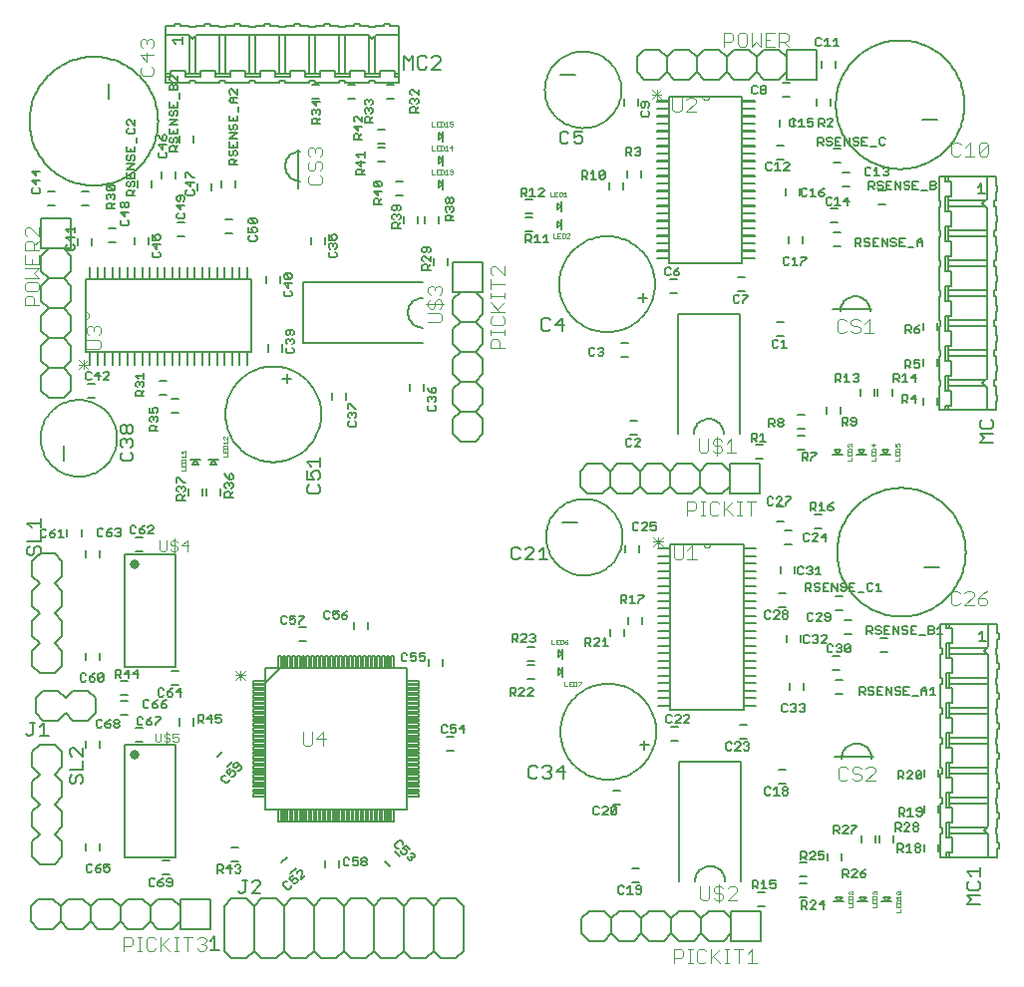
<source format=gto>
G75*
%MOIN*%
%OFA0B0*%
%FSLAX24Y24*%
%IPPOS*%
%LPD*%
%AMOC8*
5,1,8,0,0,1.08239X$1,22.5*
%
%ADD10C,0.0060*%
%ADD11C,0.0000*%
%ADD12C,0.0030*%
%ADD13C,0.0080*%
%ADD14C,0.0040*%
%ADD15C,0.0050*%
%ADD16C,0.0010*%
%ADD17C,0.0316*%
D10*
X004101Y004424D02*
X005819Y004424D01*
X005819Y008196D01*
X004101Y008196D01*
X004101Y004424D01*
X003286Y004652D02*
X003286Y004888D01*
X002814Y004888D02*
X002814Y004652D01*
X005372Y004306D02*
X005608Y004306D01*
X005608Y003834D02*
X005372Y003834D01*
X007440Y002800D02*
X007690Y003050D01*
X008190Y003050D01*
X008440Y002800D01*
X008440Y001300D01*
X008690Y001050D01*
X009190Y001050D01*
X009440Y001300D01*
X009440Y002800D01*
X009690Y003050D01*
X010190Y003050D01*
X010440Y002800D01*
X010440Y001300D01*
X010690Y001050D01*
X011190Y001050D01*
X011440Y001300D01*
X011440Y002800D01*
X011690Y003050D01*
X012190Y003050D01*
X012440Y002800D01*
X012440Y001300D01*
X012690Y001050D01*
X013190Y001050D01*
X013440Y001300D01*
X013440Y002800D01*
X013690Y003050D01*
X014190Y003050D01*
X014440Y002800D01*
X014440Y001300D01*
X014190Y001050D01*
X013690Y001050D01*
X013440Y001300D01*
X012440Y001300D02*
X012190Y001050D01*
X011690Y001050D01*
X011440Y001300D01*
X010440Y001300D02*
X010190Y001050D01*
X009690Y001050D01*
X009440Y001300D01*
X008440Y001300D02*
X008190Y001050D01*
X007690Y001050D01*
X007440Y001300D01*
X007440Y002800D01*
X008440Y002800D02*
X008690Y003050D01*
X009190Y003050D01*
X009440Y002800D01*
X010440Y002800D02*
X010690Y003050D01*
X011190Y003050D01*
X011440Y002800D01*
X012440Y002800D02*
X012690Y003050D01*
X013190Y003050D01*
X013440Y002800D01*
X014440Y002800D02*
X014690Y003050D01*
X015190Y003050D01*
X015440Y002800D01*
X015440Y001300D01*
X015190Y001050D01*
X014690Y001050D01*
X014440Y001300D01*
X012981Y004128D02*
X012814Y004295D01*
X013148Y004629D02*
X013315Y004462D01*
X013110Y005630D02*
X013110Y006030D01*
X013020Y006030D01*
X013020Y005630D01*
X013110Y005630D01*
X012960Y005630D02*
X012960Y006030D01*
X012870Y006030D01*
X012870Y005630D01*
X012960Y005630D01*
X012800Y005630D02*
X012800Y006030D01*
X012710Y006030D01*
X012710Y005630D01*
X012800Y005630D01*
X012640Y005630D02*
X012640Y006030D01*
X012550Y006030D01*
X012550Y005630D01*
X012640Y005630D01*
X012480Y005630D02*
X012480Y006030D01*
X012390Y006030D01*
X012390Y005630D01*
X012480Y005630D01*
X012330Y005630D02*
X012330Y006030D01*
X012240Y006030D01*
X012240Y005630D01*
X012330Y005630D01*
X012170Y005630D02*
X012170Y006030D01*
X012080Y006030D01*
X012080Y005630D01*
X012170Y005630D01*
X012010Y005630D02*
X012010Y006030D01*
X011920Y006030D01*
X011920Y005630D01*
X012010Y005630D01*
X011850Y005630D02*
X011850Y006030D01*
X011760Y006030D01*
X011760Y005630D01*
X011850Y005630D01*
X011700Y005630D02*
X011700Y006030D01*
X011610Y006030D01*
X011610Y005630D01*
X011700Y005630D01*
X011540Y005630D02*
X011540Y006030D01*
X011450Y006030D01*
X011450Y005630D01*
X011540Y005630D01*
X011380Y005630D02*
X011380Y006030D01*
X011290Y006030D01*
X011290Y005630D01*
X011380Y005630D01*
X011220Y005630D02*
X011220Y006030D01*
X011130Y006030D01*
X011130Y005630D01*
X011220Y005630D01*
X011070Y005630D02*
X011070Y006030D01*
X010980Y006030D01*
X010980Y005630D01*
X011070Y005630D01*
X010910Y005630D02*
X010910Y006030D01*
X010820Y006030D01*
X010820Y005630D01*
X010910Y005630D01*
X010750Y005630D02*
X010750Y006030D01*
X010660Y006030D01*
X010660Y005630D01*
X010750Y005630D01*
X010600Y005630D02*
X010600Y006030D01*
X010510Y006030D01*
X010510Y005630D01*
X010600Y005630D01*
X010440Y005630D02*
X010440Y006030D01*
X010350Y006030D01*
X010350Y005630D01*
X010440Y005630D01*
X010280Y005630D02*
X010280Y006030D01*
X010190Y006030D01*
X010190Y005630D01*
X010280Y005630D01*
X010120Y005630D02*
X010120Y006030D01*
X010030Y006030D01*
X010030Y005630D01*
X010120Y005630D01*
X009970Y005630D02*
X009970Y006030D01*
X009880Y006030D01*
X009880Y005630D01*
X009970Y005630D01*
X009810Y005630D02*
X009810Y006030D01*
X009720Y006030D01*
X009720Y005630D01*
X009810Y005630D01*
X009650Y005630D02*
X009650Y006030D01*
X009560Y006030D01*
X009560Y005630D01*
X009650Y005630D01*
X009490Y005630D02*
X009490Y006030D01*
X009400Y006030D01*
X009400Y005630D01*
X009490Y005630D01*
X009340Y005630D02*
X009340Y006030D01*
X009250Y006030D01*
X009250Y005630D01*
X009340Y005630D01*
X008820Y006030D02*
X008820Y010750D01*
X013540Y010750D01*
X013540Y006030D01*
X008820Y006030D01*
X008820Y006460D02*
X008420Y006460D01*
X008420Y006550D01*
X008820Y006550D01*
X008820Y006460D01*
X008820Y006610D02*
X008420Y006610D01*
X008420Y006700D01*
X008820Y006700D01*
X008820Y006610D01*
X008820Y006770D02*
X008420Y006770D01*
X008420Y006860D01*
X008820Y006860D01*
X008820Y006770D01*
X008820Y006930D02*
X008420Y006930D01*
X008420Y007020D01*
X008820Y007020D01*
X008820Y006930D01*
X008820Y007090D02*
X008420Y007090D01*
X008420Y007180D01*
X008820Y007180D01*
X008820Y007090D01*
X008820Y007240D02*
X008420Y007240D01*
X008420Y007330D01*
X008820Y007330D01*
X008820Y007240D01*
X008820Y007400D02*
X008420Y007400D01*
X008420Y007490D01*
X008820Y007490D01*
X008820Y007400D01*
X008820Y007560D02*
X008420Y007560D01*
X008420Y007650D01*
X008820Y007650D01*
X008820Y007560D01*
X008820Y007720D02*
X008420Y007720D01*
X008420Y007810D01*
X008820Y007810D01*
X008820Y007720D01*
X008820Y007870D02*
X008420Y007870D01*
X008420Y007960D01*
X008820Y007960D01*
X008820Y007870D01*
X008820Y008030D02*
X008420Y008030D01*
X008420Y008120D01*
X008820Y008120D01*
X008820Y008030D01*
X008820Y008190D02*
X008420Y008190D01*
X008420Y008280D01*
X008820Y008280D01*
X008820Y008190D01*
X008820Y008350D02*
X008420Y008350D01*
X008420Y008440D01*
X008820Y008440D01*
X008820Y008350D01*
X008820Y008500D02*
X008420Y008500D01*
X008420Y008590D01*
X008820Y008590D01*
X008820Y008500D01*
X008820Y008660D02*
X008420Y008660D01*
X008420Y008750D01*
X008820Y008750D01*
X008820Y008660D01*
X008820Y008820D02*
X008420Y008820D01*
X008420Y008910D01*
X008820Y008910D01*
X008820Y008820D01*
X008820Y008970D02*
X008420Y008970D01*
X008420Y009060D01*
X008820Y009060D01*
X008820Y008970D01*
X008820Y009130D02*
X008420Y009130D01*
X008420Y009220D01*
X008820Y009220D01*
X008820Y009130D01*
X008820Y009290D02*
X008420Y009290D01*
X008420Y009380D01*
X008820Y009380D01*
X008820Y009290D01*
X008820Y009450D02*
X008420Y009450D01*
X008420Y009540D01*
X008820Y009540D01*
X008820Y009450D01*
X008820Y009600D02*
X008420Y009600D01*
X008420Y009690D01*
X008820Y009690D01*
X008820Y009600D01*
X008820Y009760D02*
X008420Y009760D01*
X008420Y009850D01*
X008820Y009850D01*
X008820Y009760D01*
X008820Y009920D02*
X008420Y009920D01*
X008420Y010010D01*
X008820Y010010D01*
X008820Y009920D01*
X008820Y010080D02*
X008420Y010080D01*
X008420Y010170D01*
X008820Y010170D01*
X008820Y010080D01*
X008820Y010230D02*
X008420Y010230D01*
X008420Y010320D01*
X008820Y010320D01*
X008820Y010250D01*
X009320Y010750D01*
X009340Y010750D01*
X009340Y011150D01*
X009250Y011150D01*
X009250Y010750D01*
X009320Y010750D01*
X009400Y010750D02*
X009400Y011150D01*
X009490Y011150D01*
X009490Y010750D01*
X009400Y010750D01*
X009560Y010750D02*
X009560Y011150D01*
X009650Y011150D01*
X009650Y010750D01*
X009560Y010750D01*
X009720Y010750D02*
X009720Y011150D01*
X009810Y011150D01*
X009810Y010750D01*
X009720Y010750D01*
X009880Y010750D02*
X009880Y011150D01*
X009970Y011150D01*
X009970Y010750D01*
X009880Y010750D01*
X010030Y010750D02*
X010030Y011150D01*
X010120Y011150D01*
X010120Y010750D01*
X010030Y010750D01*
X010190Y010750D02*
X010190Y011150D01*
X010280Y011150D01*
X010280Y010750D01*
X010190Y010750D01*
X010350Y010750D02*
X010350Y011150D01*
X010440Y011150D01*
X010440Y010750D01*
X010350Y010750D01*
X010510Y010750D02*
X010510Y011150D01*
X010600Y011150D01*
X010600Y010750D01*
X010510Y010750D01*
X010660Y010750D02*
X010660Y011150D01*
X010750Y011150D01*
X010750Y010750D01*
X010660Y010750D01*
X010820Y010750D02*
X010820Y011150D01*
X010910Y011150D01*
X010910Y010750D01*
X010820Y010750D01*
X010980Y010750D02*
X010980Y011150D01*
X011070Y011150D01*
X011070Y010750D01*
X010980Y010750D01*
X011140Y010750D02*
X011140Y011150D01*
X011230Y011150D01*
X011230Y010750D01*
X011140Y010750D01*
X011290Y010750D02*
X011290Y011150D01*
X011380Y011150D01*
X011380Y010750D01*
X011290Y010750D01*
X011450Y010750D02*
X011450Y011150D01*
X011540Y011150D01*
X011540Y010750D01*
X011450Y010750D01*
X011610Y010750D02*
X011610Y011150D01*
X011700Y011150D01*
X011700Y010750D01*
X011610Y010750D01*
X011760Y010750D02*
X011760Y011150D01*
X011850Y011150D01*
X011850Y010750D01*
X011760Y010750D01*
X011920Y010750D02*
X011920Y011150D01*
X012010Y011150D01*
X012010Y010750D01*
X011920Y010750D01*
X012080Y010750D02*
X012080Y011150D01*
X012170Y011150D01*
X012170Y010750D01*
X012080Y010750D01*
X012240Y010750D02*
X012240Y011150D01*
X012330Y011150D01*
X012330Y010750D01*
X012240Y010750D01*
X012390Y010750D02*
X012390Y011150D01*
X012480Y011150D01*
X012480Y010750D01*
X012390Y010750D01*
X012550Y010750D02*
X012550Y011150D01*
X012640Y011150D01*
X012640Y010750D01*
X012550Y010750D01*
X012710Y010750D02*
X012710Y011150D01*
X012800Y011150D01*
X012800Y010750D01*
X012710Y010750D01*
X012870Y010750D02*
X012870Y011150D01*
X012960Y011150D01*
X012960Y010750D01*
X012870Y010750D01*
X013020Y010750D02*
X013020Y011150D01*
X013110Y011150D01*
X013110Y010750D01*
X013020Y010750D01*
X013540Y010320D02*
X013940Y010320D01*
X013940Y010230D01*
X013540Y010230D01*
X013540Y010320D01*
X013540Y010170D02*
X013940Y010170D01*
X013940Y010080D01*
X013540Y010080D01*
X013540Y010170D01*
X013540Y010010D02*
X013940Y010010D01*
X013940Y009920D01*
X013540Y009920D01*
X013540Y010010D01*
X013540Y009850D02*
X013940Y009850D01*
X013940Y009760D01*
X013540Y009760D01*
X013540Y009850D01*
X013540Y009690D02*
X013940Y009690D01*
X013940Y009600D01*
X013540Y009600D01*
X013540Y009690D01*
X013540Y009540D02*
X013940Y009540D01*
X013940Y009450D01*
X013540Y009450D01*
X013540Y009540D01*
X013540Y009380D02*
X013940Y009380D01*
X013940Y009290D01*
X013540Y009290D01*
X013540Y009380D01*
X013540Y009220D02*
X013940Y009220D01*
X013940Y009130D01*
X013540Y009130D01*
X013540Y009220D01*
X013540Y009060D02*
X013940Y009060D01*
X013940Y008970D01*
X013540Y008970D01*
X013540Y009060D01*
X013540Y008910D02*
X013940Y008910D01*
X013940Y008820D01*
X013540Y008820D01*
X013540Y008910D01*
X013540Y008750D02*
X013940Y008750D01*
X013940Y008660D01*
X013540Y008660D01*
X013540Y008750D01*
X013540Y008590D02*
X013940Y008590D01*
X013940Y008500D01*
X013540Y008500D01*
X013540Y008590D01*
X013540Y008430D02*
X013940Y008430D01*
X013940Y008340D01*
X013540Y008340D01*
X013540Y008430D01*
X013540Y008280D02*
X013940Y008280D01*
X013940Y008190D01*
X013540Y008190D01*
X013540Y008280D01*
X013540Y008120D02*
X013940Y008120D01*
X013940Y008030D01*
X013540Y008030D01*
X013540Y008120D01*
X013540Y007960D02*
X013940Y007960D01*
X013940Y007870D01*
X013540Y007870D01*
X013540Y007960D01*
X013540Y007810D02*
X013940Y007810D01*
X013940Y007720D01*
X013540Y007720D01*
X013540Y007810D01*
X013540Y007650D02*
X013940Y007650D01*
X013940Y007560D01*
X013540Y007560D01*
X013540Y007650D01*
X013540Y007490D02*
X013940Y007490D01*
X013940Y007400D01*
X013540Y007400D01*
X013540Y007490D01*
X013540Y007330D02*
X013940Y007330D01*
X013940Y007240D01*
X013540Y007240D01*
X013540Y007330D01*
X013540Y007180D02*
X013940Y007180D01*
X013940Y007090D01*
X013540Y007090D01*
X013540Y007180D01*
X013540Y007020D02*
X013940Y007020D01*
X013940Y006930D01*
X013540Y006930D01*
X013540Y007020D01*
X013540Y006860D02*
X013940Y006860D01*
X013940Y006770D01*
X013540Y006770D01*
X013540Y006860D01*
X013540Y006700D02*
X013940Y006700D01*
X013940Y006610D01*
X013540Y006610D01*
X013540Y006700D01*
X013540Y006550D02*
X013940Y006550D01*
X013940Y006460D01*
X013540Y006460D01*
X013540Y006550D01*
X014872Y007984D02*
X015108Y007984D01*
X015108Y008456D02*
X014872Y008456D01*
X014756Y010812D02*
X014756Y011048D01*
X014284Y011048D02*
X014284Y010812D01*
X012236Y012062D02*
X012236Y012298D01*
X011764Y012298D02*
X011764Y012062D01*
X010168Y012126D02*
X009932Y012126D01*
X009932Y011654D02*
X010168Y011654D01*
X008820Y010250D02*
X008820Y010230D01*
X006416Y009068D02*
X006416Y008832D01*
X005944Y008832D02*
X005944Y009068D01*
X005918Y010184D02*
X005682Y010184D01*
X005682Y010656D02*
X005918Y010656D01*
X005819Y010794D02*
X005819Y014566D01*
X004101Y014566D01*
X004101Y010794D01*
X005819Y010794D01*
X004198Y010316D02*
X003962Y010316D01*
X003962Y009844D02*
X004198Y009844D01*
X004218Y009646D02*
X003982Y009646D01*
X003982Y009174D02*
X004218Y009174D01*
X004462Y008756D02*
X004698Y008756D01*
X004698Y008284D02*
X004462Y008284D01*
X003276Y008318D02*
X003276Y008082D01*
X002804Y008082D02*
X002804Y008318D01*
X002814Y011022D02*
X002814Y011258D01*
X003286Y011258D02*
X003286Y011022D01*
X003276Y014452D02*
X003276Y014688D01*
X002804Y014688D02*
X002804Y014452D01*
X002666Y015162D02*
X002666Y015398D01*
X002194Y015398D02*
X002194Y015162D01*
X004462Y015126D02*
X004698Y015126D01*
X004698Y014654D02*
X004462Y014654D01*
X006244Y016512D02*
X006244Y016748D01*
X006716Y016748D02*
X006716Y016512D01*
X006844Y016512D02*
X006844Y016748D01*
X007316Y016748D02*
X007316Y016512D01*
X007480Y019230D02*
X007482Y019310D01*
X007488Y019389D01*
X007498Y019468D01*
X007512Y019547D01*
X007529Y019625D01*
X007551Y019702D01*
X007576Y019777D01*
X007606Y019851D01*
X007638Y019924D01*
X007675Y019995D01*
X007715Y020064D01*
X007758Y020131D01*
X007805Y020196D01*
X007854Y020258D01*
X007907Y020318D01*
X007963Y020375D01*
X008021Y020430D01*
X008082Y020481D01*
X008146Y020529D01*
X008212Y020574D01*
X008280Y020616D01*
X008350Y020654D01*
X008422Y020688D01*
X008495Y020719D01*
X008570Y020747D01*
X008647Y020770D01*
X008724Y020790D01*
X008802Y020806D01*
X008881Y020818D01*
X008960Y020826D01*
X009040Y020830D01*
X009120Y020830D01*
X009200Y020826D01*
X009279Y020818D01*
X009358Y020806D01*
X009436Y020790D01*
X009513Y020770D01*
X009590Y020747D01*
X009665Y020719D01*
X009738Y020688D01*
X009810Y020654D01*
X009880Y020616D01*
X009948Y020574D01*
X010014Y020529D01*
X010078Y020481D01*
X010139Y020430D01*
X010197Y020375D01*
X010253Y020318D01*
X010306Y020258D01*
X010355Y020196D01*
X010402Y020131D01*
X010445Y020064D01*
X010485Y019995D01*
X010522Y019924D01*
X010554Y019851D01*
X010584Y019777D01*
X010609Y019702D01*
X010631Y019625D01*
X010648Y019547D01*
X010662Y019468D01*
X010672Y019389D01*
X010678Y019310D01*
X010680Y019230D01*
X010678Y019150D01*
X010672Y019071D01*
X010662Y018992D01*
X010648Y018913D01*
X010631Y018835D01*
X010609Y018758D01*
X010584Y018683D01*
X010554Y018609D01*
X010522Y018536D01*
X010485Y018465D01*
X010445Y018396D01*
X010402Y018329D01*
X010355Y018264D01*
X010306Y018202D01*
X010253Y018142D01*
X010197Y018085D01*
X010139Y018030D01*
X010078Y017979D01*
X010014Y017931D01*
X009948Y017886D01*
X009880Y017844D01*
X009810Y017806D01*
X009738Y017772D01*
X009665Y017741D01*
X009590Y017713D01*
X009513Y017690D01*
X009436Y017670D01*
X009358Y017654D01*
X009279Y017642D01*
X009200Y017634D01*
X009120Y017630D01*
X009040Y017630D01*
X008960Y017634D01*
X008881Y017642D01*
X008802Y017654D01*
X008724Y017670D01*
X008647Y017690D01*
X008570Y017713D01*
X008495Y017741D01*
X008422Y017772D01*
X008350Y017806D01*
X008280Y017844D01*
X008212Y017886D01*
X008146Y017931D01*
X008082Y017979D01*
X008021Y018030D01*
X007963Y018085D01*
X007907Y018142D01*
X007854Y018202D01*
X007805Y018264D01*
X007758Y018329D01*
X007715Y018396D01*
X007675Y018465D01*
X007638Y018536D01*
X007606Y018609D01*
X007576Y018683D01*
X007551Y018758D01*
X007529Y018835D01*
X007512Y018913D01*
X007498Y018992D01*
X007488Y019071D01*
X007482Y019150D01*
X007480Y019230D01*
X005898Y019294D02*
X005662Y019294D01*
X005662Y019766D02*
X005898Y019766D01*
X005498Y019894D02*
X005262Y019894D01*
X005262Y020366D02*
X005498Y020366D01*
X005460Y020900D02*
X005460Y021310D01*
X005450Y021310D01*
X005450Y020900D01*
X005460Y020900D01*
X005700Y020900D02*
X005710Y020900D01*
X005710Y021310D01*
X005700Y021310D01*
X005700Y020900D01*
X005950Y020900D02*
X005960Y020900D01*
X005960Y021310D01*
X005950Y021310D01*
X005950Y020900D01*
X006200Y020900D02*
X006210Y020900D01*
X006210Y021310D01*
X006200Y021310D01*
X006200Y020900D01*
X006450Y020900D02*
X006460Y020900D01*
X006460Y021310D01*
X006450Y021310D01*
X006450Y020900D01*
X006700Y020900D02*
X006710Y020900D01*
X006710Y021310D01*
X006700Y021310D01*
X006700Y020900D01*
X006950Y020900D02*
X006960Y020900D01*
X006960Y021310D01*
X006950Y021310D01*
X006950Y020900D01*
X007200Y020900D02*
X007210Y020900D01*
X007210Y021310D01*
X007200Y021310D01*
X007200Y020900D01*
X007450Y020900D02*
X007460Y020900D01*
X007460Y021310D01*
X007450Y021310D01*
X007450Y020900D01*
X007700Y020900D02*
X007710Y020900D01*
X007710Y021310D01*
X007700Y021310D01*
X007700Y020900D01*
X007950Y020900D02*
X007960Y020900D01*
X007960Y021310D01*
X007950Y021310D01*
X007950Y020900D01*
X008200Y020900D02*
X008210Y020900D01*
X008210Y021310D01*
X008200Y021310D01*
X008200Y020900D01*
X008360Y021310D02*
X002800Y021310D01*
X002800Y022410D01*
X002800Y022650D01*
X002800Y023750D01*
X008360Y023750D01*
X008360Y021310D01*
X008904Y021332D02*
X008904Y021568D01*
X009376Y021568D02*
X009376Y021332D01*
X009530Y020580D02*
X009530Y020280D01*
X009380Y020430D02*
X009680Y020430D01*
X011044Y019948D02*
X011044Y019712D01*
X011516Y019712D02*
X011516Y019948D01*
X013644Y020012D02*
X013644Y020248D01*
X014116Y020248D02*
X014116Y020012D01*
X014444Y024212D02*
X014444Y024448D01*
X014916Y024448D02*
X014916Y024212D01*
X014616Y025612D02*
X014616Y025848D01*
X014144Y025848D02*
X014144Y025612D01*
X013916Y025612D02*
X013916Y025848D01*
X013444Y025848D02*
X013444Y025612D01*
X013398Y026554D02*
X013162Y026554D01*
X013162Y027026D02*
X013398Y027026D01*
X012798Y027694D02*
X012562Y027694D01*
X012562Y028166D02*
X012798Y028166D01*
X012798Y028284D02*
X012562Y028284D01*
X012562Y028756D02*
X012798Y028756D01*
X012862Y029794D02*
X013098Y029794D01*
X013098Y030266D02*
X012862Y030266D01*
X012630Y030530D02*
X012130Y030530D01*
X012130Y030630D01*
X012280Y030630D01*
X012280Y031880D01*
X012380Y031780D01*
X012480Y031880D01*
X012480Y030630D01*
X012630Y030630D01*
X012630Y030730D01*
X013130Y030730D01*
X013130Y030630D01*
X013280Y030630D01*
X013280Y030530D01*
X013130Y030530D01*
X013130Y030630D01*
X013280Y030630D02*
X013280Y031930D01*
X013280Y032230D01*
X012980Y032230D01*
X012980Y032280D01*
X012780Y032280D01*
X012780Y032230D01*
X012480Y032230D01*
X012480Y032180D01*
X012280Y032180D01*
X012280Y032230D01*
X011980Y032230D01*
X011980Y032280D01*
X011780Y032280D01*
X011780Y032230D01*
X011480Y032230D01*
X011480Y032180D01*
X011280Y032180D01*
X011280Y032230D01*
X010980Y032230D01*
X010980Y032280D01*
X010780Y032280D01*
X010780Y032230D01*
X010480Y032230D01*
X010480Y032180D01*
X010280Y032180D01*
X010280Y032230D01*
X009980Y032230D01*
X009980Y032280D01*
X009780Y032280D01*
X009780Y032230D01*
X009480Y032230D01*
X009480Y032180D01*
X009280Y032180D01*
X009280Y032230D01*
X008980Y032230D01*
X008980Y032280D01*
X008780Y032280D01*
X008780Y032230D01*
X008480Y032230D01*
X008480Y032180D01*
X008280Y032180D01*
X008280Y032230D01*
X007980Y032230D01*
X007980Y032280D01*
X007780Y032280D01*
X007780Y032230D01*
X007480Y032230D01*
X007480Y032180D01*
X007280Y032180D01*
X007280Y032230D01*
X006980Y032230D01*
X006980Y032280D01*
X006780Y032280D01*
X006780Y032230D01*
X006480Y032230D01*
X006480Y032180D01*
X006280Y032180D01*
X006280Y032230D01*
X005980Y032230D01*
X005980Y032280D01*
X005780Y032280D01*
X005780Y032230D01*
X005480Y032230D01*
X005480Y031930D01*
X006230Y031930D01*
X006280Y031880D01*
X006280Y030630D01*
X006480Y030630D01*
X006480Y031880D01*
X006530Y031930D01*
X007280Y031930D01*
X007280Y030630D01*
X007480Y030630D01*
X007480Y031930D01*
X008280Y031930D01*
X008480Y031930D01*
X009280Y031930D01*
X009480Y031930D01*
X010280Y031930D01*
X010480Y031930D01*
X011280Y031930D01*
X011480Y031930D01*
X012230Y031930D01*
X012280Y031880D01*
X012480Y031880D02*
X012530Y031930D01*
X013280Y031930D01*
X013280Y030530D02*
X013280Y030330D01*
X012480Y030330D01*
X012480Y030380D01*
X012280Y030380D01*
X012280Y030330D01*
X011480Y030330D01*
X011480Y030380D01*
X011280Y030380D01*
X011280Y030330D01*
X010480Y030330D01*
X010480Y030380D01*
X010280Y030380D01*
X010280Y030330D01*
X009480Y030330D01*
X009480Y030380D01*
X009280Y030380D01*
X009280Y030330D01*
X008480Y030330D01*
X008480Y030380D01*
X008280Y030380D01*
X008280Y030330D01*
X007480Y030330D01*
X007480Y030380D01*
X007280Y030380D01*
X007280Y030330D01*
X006480Y030330D01*
X006480Y030380D01*
X006280Y030380D01*
X006280Y030330D01*
X005480Y030330D01*
X005480Y030530D01*
X005480Y030630D01*
X005630Y030630D01*
X005630Y030730D01*
X006130Y030730D01*
X006130Y030630D01*
X006280Y030630D01*
X006130Y030630D02*
X006130Y030530D01*
X006630Y030530D01*
X006630Y030630D01*
X006480Y030630D01*
X006630Y030630D02*
X006630Y030730D01*
X007130Y030730D01*
X007130Y030630D01*
X007280Y030630D01*
X007130Y030630D02*
X007130Y030530D01*
X007630Y030530D01*
X007630Y030630D01*
X007480Y030630D01*
X007630Y030630D02*
X007630Y030730D01*
X008130Y030730D01*
X008130Y030630D01*
X008280Y030630D01*
X008480Y030630D01*
X008630Y030630D01*
X008630Y030730D01*
X009130Y030730D01*
X009130Y030630D01*
X009280Y030630D01*
X009280Y031930D01*
X009480Y031930D02*
X009480Y030630D01*
X009630Y030630D01*
X009630Y030730D01*
X010130Y030730D01*
X010130Y030630D01*
X010280Y030630D01*
X010280Y031930D01*
X010480Y031930D02*
X010480Y030630D01*
X010630Y030630D01*
X010630Y030730D01*
X011130Y030730D01*
X011130Y030630D01*
X011280Y030630D01*
X011280Y031930D01*
X011480Y031930D02*
X011480Y030630D01*
X011630Y030630D01*
X011630Y030730D01*
X012130Y030730D01*
X012130Y030630D01*
X012280Y030630D02*
X012480Y030630D01*
X012630Y030630D02*
X012630Y030530D01*
X011798Y030266D02*
X011562Y030266D01*
X011630Y030530D02*
X011130Y030530D01*
X011130Y030630D01*
X011280Y030630D02*
X011480Y030630D01*
X011630Y030630D02*
X011630Y030530D01*
X011562Y029794D02*
X011798Y029794D01*
X010598Y029794D02*
X010362Y029794D01*
X010362Y030266D02*
X010598Y030266D01*
X010630Y030530D02*
X010130Y030530D01*
X010130Y030630D01*
X010280Y030630D02*
X010480Y030630D01*
X010630Y030630D02*
X010630Y030530D01*
X009630Y030530D02*
X009130Y030530D01*
X009130Y030630D01*
X009280Y030630D02*
X009480Y030630D01*
X009630Y030630D02*
X009630Y030530D01*
X008630Y030530D02*
X008130Y030530D01*
X008130Y030630D01*
X008280Y030630D02*
X008280Y031930D01*
X008480Y031930D02*
X008480Y030630D01*
X008630Y030630D02*
X008630Y030530D01*
X007480Y031930D02*
X007280Y031930D01*
X006480Y031880D02*
X006380Y031780D01*
X006280Y031880D01*
X005480Y031930D02*
X005480Y030630D01*
X005480Y030530D02*
X005630Y030530D01*
X005630Y030630D01*
X005944Y028548D02*
X005944Y028312D01*
X006416Y028312D02*
X006416Y028548D01*
X005816Y027348D02*
X005816Y027112D01*
X005344Y027112D02*
X005344Y027348D01*
X005016Y027048D02*
X005016Y026812D01*
X004544Y026812D02*
X004544Y027048D01*
X005862Y025666D02*
X006098Y025666D01*
X006098Y025194D02*
X005862Y025194D01*
X004916Y025148D02*
X004916Y024912D01*
X004444Y024912D02*
X004444Y025148D01*
X003798Y024994D02*
X003562Y024994D01*
X003562Y025466D02*
X003798Y025466D01*
X003016Y025118D02*
X003016Y024882D01*
X002544Y024882D02*
X002544Y025118D01*
X002950Y024160D02*
X002950Y023750D01*
X002960Y023750D01*
X002960Y024160D01*
X002950Y024160D01*
X003200Y024160D02*
X003200Y023750D01*
X003210Y023750D01*
X003210Y024160D01*
X003200Y024160D01*
X003450Y024160D02*
X003450Y023750D01*
X003460Y023750D01*
X003460Y024160D01*
X003450Y024160D01*
X003700Y024160D02*
X003700Y023750D01*
X003710Y023750D01*
X003710Y024160D01*
X003700Y024160D01*
X003950Y024160D02*
X003950Y023750D01*
X003960Y023750D01*
X003960Y024160D01*
X003950Y024160D01*
X004200Y024160D02*
X004200Y023750D01*
X004210Y023750D01*
X004210Y024160D01*
X004200Y024160D01*
X004450Y024160D02*
X004450Y023750D01*
X004460Y023750D01*
X004460Y024160D01*
X004450Y024160D01*
X004700Y024160D02*
X004700Y023750D01*
X004710Y023750D01*
X004710Y024160D01*
X004700Y024160D01*
X004950Y024160D02*
X004950Y023750D01*
X004960Y023750D01*
X004960Y024160D01*
X004950Y024160D01*
X005200Y024160D02*
X005200Y023750D01*
X005210Y023750D01*
X005210Y024160D01*
X005200Y024160D01*
X005450Y024160D02*
X005450Y023750D01*
X005460Y023750D01*
X005460Y024160D01*
X005450Y024160D01*
X005700Y024160D02*
X005700Y023750D01*
X005710Y023750D01*
X005710Y024160D01*
X005700Y024160D01*
X005950Y024160D02*
X005950Y023750D01*
X005960Y023750D01*
X005960Y024160D01*
X005950Y024160D01*
X006200Y024160D02*
X006200Y023750D01*
X006210Y023750D01*
X006210Y024160D01*
X006200Y024160D01*
X006450Y024160D02*
X006450Y023750D01*
X006460Y023750D01*
X006460Y024160D01*
X006450Y024160D01*
X006700Y024160D02*
X006700Y023750D01*
X006710Y023750D01*
X006710Y024160D01*
X006700Y024160D01*
X006950Y024160D02*
X006950Y023750D01*
X006960Y023750D01*
X006960Y024160D01*
X006950Y024160D01*
X007200Y024160D02*
X007200Y023750D01*
X007210Y023750D01*
X007210Y024160D01*
X007200Y024160D01*
X007450Y024160D02*
X007450Y023750D01*
X007460Y023750D01*
X007460Y024160D01*
X007450Y024160D01*
X007700Y024160D02*
X007700Y023750D01*
X007710Y023750D01*
X007710Y024160D01*
X007700Y024160D01*
X007950Y024160D02*
X007950Y023750D01*
X007960Y023750D01*
X007960Y024160D01*
X007950Y024160D01*
X008200Y024160D02*
X008200Y023750D01*
X008210Y023750D01*
X008210Y024160D01*
X008200Y024160D01*
X008844Y023848D02*
X008844Y023612D01*
X009316Y023612D02*
X009316Y023848D01*
X010344Y024912D02*
X010344Y025148D01*
X010816Y025148D02*
X010816Y024912D01*
X007816Y026812D02*
X007816Y027048D01*
X007344Y027048D02*
X007344Y026812D01*
X007016Y026712D02*
X007016Y026948D01*
X006544Y026948D02*
X006544Y026712D01*
X007462Y025766D02*
X007698Y025766D01*
X007698Y025294D02*
X007462Y025294D01*
X005210Y021310D02*
X005210Y020900D01*
X005200Y020900D01*
X005200Y021310D01*
X005210Y021310D01*
X004960Y021310D02*
X004960Y020900D01*
X004950Y020900D01*
X004950Y021310D01*
X004960Y021310D01*
X004710Y021310D02*
X004710Y020900D01*
X004700Y020900D01*
X004700Y021310D01*
X004710Y021310D01*
X004460Y021310D02*
X004460Y020900D01*
X004450Y020900D01*
X004450Y021310D01*
X004460Y021310D01*
X004210Y021310D02*
X004210Y020900D01*
X004200Y020900D01*
X004200Y021310D01*
X004210Y021310D01*
X003960Y021310D02*
X003960Y020900D01*
X003950Y020900D01*
X003950Y021310D01*
X003960Y021310D01*
X003710Y021310D02*
X003710Y020900D01*
X003700Y020900D01*
X003700Y021310D01*
X003710Y021310D01*
X003460Y021310D02*
X003460Y020900D01*
X003450Y020900D01*
X003450Y021310D01*
X003460Y021310D01*
X003210Y021310D02*
X003210Y020900D01*
X003200Y020900D01*
X003200Y021310D01*
X003210Y021310D01*
X002960Y021310D02*
X002960Y020900D01*
X002950Y020900D01*
X002950Y021310D01*
X002960Y021310D01*
X002862Y020266D02*
X003098Y020266D01*
X003098Y019794D02*
X002862Y019794D01*
X002908Y026214D02*
X002672Y026214D01*
X002672Y026686D02*
X002908Y026686D01*
X001768Y026686D02*
X001532Y026686D01*
X001532Y026214D02*
X001768Y026214D01*
X017522Y026416D02*
X017758Y026416D01*
X017758Y025944D02*
X017522Y025944D01*
X017522Y025816D02*
X017758Y025816D01*
X017758Y025344D02*
X017522Y025344D01*
X020304Y026762D02*
X020304Y026998D01*
X020776Y026998D02*
X020776Y026762D01*
X020904Y027162D02*
X020904Y027398D01*
X021376Y027398D02*
X021376Y027162D01*
X021910Y027200D02*
X022320Y027200D01*
X022320Y027210D01*
X021910Y027210D01*
X021910Y027200D01*
X021910Y026960D02*
X021910Y026950D01*
X022320Y026950D01*
X022320Y026960D01*
X021910Y026960D01*
X021910Y026710D02*
X021910Y026700D01*
X022320Y026700D01*
X022320Y026710D01*
X021910Y026710D01*
X021910Y026460D02*
X021910Y026450D01*
X022320Y026450D01*
X022320Y026460D01*
X021910Y026460D01*
X021910Y026210D02*
X021910Y026200D01*
X022320Y026200D01*
X022320Y026210D01*
X021910Y026210D01*
X021910Y025960D02*
X021910Y025950D01*
X022320Y025950D01*
X022320Y025960D01*
X021910Y025960D01*
X021910Y025710D02*
X021910Y025700D01*
X022320Y025700D01*
X022320Y025710D01*
X021910Y025710D01*
X021910Y025460D02*
X021910Y025450D01*
X022320Y025450D01*
X022320Y025460D01*
X021910Y025460D01*
X021910Y025210D02*
X021910Y025200D01*
X022320Y025200D01*
X022320Y025210D01*
X021910Y025210D01*
X021910Y024960D02*
X021910Y024950D01*
X022320Y024950D01*
X022320Y024960D01*
X021910Y024960D01*
X021910Y024710D02*
X021910Y024700D01*
X022320Y024700D01*
X022320Y024710D01*
X021910Y024710D01*
X021910Y024460D02*
X021910Y024450D01*
X022320Y024450D01*
X022320Y024460D01*
X021910Y024460D01*
X022320Y024300D02*
X022320Y029860D01*
X023420Y029860D01*
X023660Y029860D01*
X024760Y029860D01*
X024760Y024300D01*
X022320Y024300D01*
X022342Y023756D02*
X022578Y023756D01*
X022578Y023284D02*
X022342Y023284D01*
X021590Y023130D02*
X021290Y023130D01*
X021440Y023280D02*
X021440Y022980D01*
X018640Y023580D02*
X018642Y023660D01*
X018648Y023739D01*
X018658Y023818D01*
X018672Y023897D01*
X018689Y023975D01*
X018711Y024052D01*
X018736Y024127D01*
X018766Y024201D01*
X018798Y024274D01*
X018835Y024345D01*
X018875Y024414D01*
X018918Y024481D01*
X018965Y024546D01*
X019014Y024608D01*
X019067Y024668D01*
X019123Y024725D01*
X019181Y024780D01*
X019242Y024831D01*
X019306Y024879D01*
X019372Y024924D01*
X019440Y024966D01*
X019510Y025004D01*
X019582Y025038D01*
X019655Y025069D01*
X019730Y025097D01*
X019807Y025120D01*
X019884Y025140D01*
X019962Y025156D01*
X020041Y025168D01*
X020120Y025176D01*
X020200Y025180D01*
X020280Y025180D01*
X020360Y025176D01*
X020439Y025168D01*
X020518Y025156D01*
X020596Y025140D01*
X020673Y025120D01*
X020750Y025097D01*
X020825Y025069D01*
X020898Y025038D01*
X020970Y025004D01*
X021040Y024966D01*
X021108Y024924D01*
X021174Y024879D01*
X021238Y024831D01*
X021299Y024780D01*
X021357Y024725D01*
X021413Y024668D01*
X021466Y024608D01*
X021515Y024546D01*
X021562Y024481D01*
X021605Y024414D01*
X021645Y024345D01*
X021682Y024274D01*
X021714Y024201D01*
X021744Y024127D01*
X021769Y024052D01*
X021791Y023975D01*
X021808Y023897D01*
X021822Y023818D01*
X021832Y023739D01*
X021838Y023660D01*
X021840Y023580D01*
X021838Y023500D01*
X021832Y023421D01*
X021822Y023342D01*
X021808Y023263D01*
X021791Y023185D01*
X021769Y023108D01*
X021744Y023033D01*
X021714Y022959D01*
X021682Y022886D01*
X021645Y022815D01*
X021605Y022746D01*
X021562Y022679D01*
X021515Y022614D01*
X021466Y022552D01*
X021413Y022492D01*
X021357Y022435D01*
X021299Y022380D01*
X021238Y022329D01*
X021174Y022281D01*
X021108Y022236D01*
X021040Y022194D01*
X020970Y022156D01*
X020898Y022122D01*
X020825Y022091D01*
X020750Y022063D01*
X020673Y022040D01*
X020596Y022020D01*
X020518Y022004D01*
X020439Y021992D01*
X020360Y021984D01*
X020280Y021980D01*
X020200Y021980D01*
X020120Y021984D01*
X020041Y021992D01*
X019962Y022004D01*
X019884Y022020D01*
X019807Y022040D01*
X019730Y022063D01*
X019655Y022091D01*
X019582Y022122D01*
X019510Y022156D01*
X019440Y022194D01*
X019372Y022236D01*
X019306Y022281D01*
X019242Y022329D01*
X019181Y022380D01*
X019123Y022435D01*
X019067Y022492D01*
X019014Y022552D01*
X018965Y022614D01*
X018918Y022679D01*
X018875Y022746D01*
X018835Y022815D01*
X018798Y022886D01*
X018766Y022959D01*
X018736Y023033D01*
X018711Y023108D01*
X018689Y023185D01*
X018672Y023263D01*
X018658Y023342D01*
X018648Y023421D01*
X018642Y023500D01*
X018640Y023580D01*
X020722Y021616D02*
X020958Y021616D01*
X020958Y021144D02*
X020722Y021144D01*
X021022Y019016D02*
X021258Y019016D01*
X021258Y018544D02*
X021022Y018544D01*
X020844Y014838D02*
X020844Y014602D01*
X021316Y014602D02*
X021316Y014838D01*
X021950Y014750D02*
X021950Y014740D01*
X022360Y014740D01*
X022360Y014750D01*
X021950Y014750D01*
X021950Y014500D02*
X021950Y014490D01*
X022360Y014490D01*
X022360Y014500D01*
X021950Y014500D01*
X021950Y014250D02*
X021950Y014240D01*
X022360Y014240D01*
X022360Y014250D01*
X021950Y014250D01*
X021950Y014000D02*
X021950Y013990D01*
X022360Y013990D01*
X022360Y014000D01*
X021950Y014000D01*
X021950Y013750D02*
X021950Y013740D01*
X022360Y013740D01*
X022360Y013750D01*
X021950Y013750D01*
X021950Y013500D02*
X021950Y013490D01*
X022360Y013490D01*
X022360Y013500D01*
X021950Y013500D01*
X021950Y013250D02*
X021950Y013240D01*
X022360Y013240D01*
X022360Y013250D01*
X021950Y013250D01*
X021950Y013000D02*
X021950Y012990D01*
X022360Y012990D01*
X022360Y013000D01*
X021950Y013000D01*
X021950Y012750D02*
X021950Y012740D01*
X022360Y012740D01*
X022360Y012750D01*
X021950Y012750D01*
X021950Y012500D02*
X021950Y012490D01*
X022360Y012490D01*
X022360Y012500D01*
X021950Y012500D01*
X021950Y012250D02*
X021950Y012240D01*
X022360Y012240D01*
X022360Y012250D01*
X021950Y012250D01*
X021950Y012000D02*
X021950Y011990D01*
X022360Y011990D01*
X022360Y012000D01*
X021950Y012000D01*
X021950Y011750D02*
X021950Y011740D01*
X022360Y011740D01*
X022360Y011750D01*
X021950Y011750D01*
X021950Y011500D02*
X021950Y011490D01*
X022360Y011490D01*
X022360Y011500D01*
X021950Y011500D01*
X021950Y011250D02*
X021950Y011240D01*
X022360Y011240D01*
X022360Y011250D01*
X021950Y011250D01*
X021950Y011000D02*
X021950Y010990D01*
X022360Y010990D01*
X022360Y011000D01*
X021950Y011000D01*
X021950Y010750D02*
X021950Y010740D01*
X022360Y010740D01*
X022360Y010750D01*
X021950Y010750D01*
X021950Y010500D02*
X021950Y010490D01*
X022360Y010490D01*
X022360Y010500D01*
X021950Y010500D01*
X021950Y010250D02*
X021950Y010240D01*
X022360Y010240D01*
X022360Y010250D01*
X021950Y010250D01*
X021950Y010000D02*
X021950Y009990D01*
X022360Y009990D01*
X022360Y010000D01*
X021950Y010000D01*
X021950Y009750D02*
X021950Y009740D01*
X022360Y009740D01*
X022360Y009750D01*
X021950Y009750D01*
X021950Y009500D02*
X021950Y009490D01*
X022360Y009490D01*
X022360Y009500D01*
X021950Y009500D01*
X022360Y009340D02*
X022360Y014900D01*
X023460Y014900D01*
X023700Y014900D01*
X024800Y014900D01*
X024800Y009340D01*
X022360Y009340D01*
X022382Y008796D02*
X022618Y008796D01*
X022618Y008324D02*
X022382Y008324D01*
X021630Y008170D02*
X021330Y008170D01*
X021480Y008320D02*
X021480Y008020D01*
X018680Y008620D02*
X018682Y008700D01*
X018688Y008779D01*
X018698Y008858D01*
X018712Y008937D01*
X018729Y009015D01*
X018751Y009092D01*
X018776Y009167D01*
X018806Y009241D01*
X018838Y009314D01*
X018875Y009385D01*
X018915Y009454D01*
X018958Y009521D01*
X019005Y009586D01*
X019054Y009648D01*
X019107Y009708D01*
X019163Y009765D01*
X019221Y009820D01*
X019282Y009871D01*
X019346Y009919D01*
X019412Y009964D01*
X019480Y010006D01*
X019550Y010044D01*
X019622Y010078D01*
X019695Y010109D01*
X019770Y010137D01*
X019847Y010160D01*
X019924Y010180D01*
X020002Y010196D01*
X020081Y010208D01*
X020160Y010216D01*
X020240Y010220D01*
X020320Y010220D01*
X020400Y010216D01*
X020479Y010208D01*
X020558Y010196D01*
X020636Y010180D01*
X020713Y010160D01*
X020790Y010137D01*
X020865Y010109D01*
X020938Y010078D01*
X021010Y010044D01*
X021080Y010006D01*
X021148Y009964D01*
X021214Y009919D01*
X021278Y009871D01*
X021339Y009820D01*
X021397Y009765D01*
X021453Y009708D01*
X021506Y009648D01*
X021555Y009586D01*
X021602Y009521D01*
X021645Y009454D01*
X021685Y009385D01*
X021722Y009314D01*
X021754Y009241D01*
X021784Y009167D01*
X021809Y009092D01*
X021831Y009015D01*
X021848Y008937D01*
X021862Y008858D01*
X021872Y008779D01*
X021878Y008700D01*
X021880Y008620D01*
X021878Y008540D01*
X021872Y008461D01*
X021862Y008382D01*
X021848Y008303D01*
X021831Y008225D01*
X021809Y008148D01*
X021784Y008073D01*
X021754Y007999D01*
X021722Y007926D01*
X021685Y007855D01*
X021645Y007786D01*
X021602Y007719D01*
X021555Y007654D01*
X021506Y007592D01*
X021453Y007532D01*
X021397Y007475D01*
X021339Y007420D01*
X021278Y007369D01*
X021214Y007321D01*
X021148Y007276D01*
X021080Y007234D01*
X021010Y007196D01*
X020938Y007162D01*
X020865Y007131D01*
X020790Y007103D01*
X020713Y007080D01*
X020636Y007060D01*
X020558Y007044D01*
X020479Y007032D01*
X020400Y007024D01*
X020320Y007020D01*
X020240Y007020D01*
X020160Y007024D01*
X020081Y007032D01*
X020002Y007044D01*
X019924Y007060D01*
X019847Y007080D01*
X019770Y007103D01*
X019695Y007131D01*
X019622Y007162D01*
X019550Y007196D01*
X019480Y007234D01*
X019412Y007276D01*
X019346Y007321D01*
X019282Y007369D01*
X019221Y007420D01*
X019163Y007475D01*
X019107Y007532D01*
X019054Y007592D01*
X019005Y007654D01*
X018958Y007719D01*
X018915Y007786D01*
X018875Y007855D01*
X018838Y007926D01*
X018806Y007999D01*
X018776Y008073D01*
X018751Y008148D01*
X018729Y008225D01*
X018712Y008303D01*
X018698Y008382D01*
X018688Y008461D01*
X018682Y008540D01*
X018680Y008620D01*
X017798Y010384D02*
X017562Y010384D01*
X017562Y010856D02*
X017798Y010856D01*
X017798Y010984D02*
X017562Y010984D01*
X017562Y011456D02*
X017798Y011456D01*
X020344Y011802D02*
X020344Y012038D01*
X020816Y012038D02*
X020816Y011802D01*
X020944Y012202D02*
X020944Y012438D01*
X021416Y012438D02*
X021416Y012202D01*
X024800Y012240D02*
X025210Y012240D01*
X025210Y012250D01*
X024800Y012250D01*
X024800Y012240D01*
X024800Y012000D02*
X025210Y012000D01*
X025210Y011990D01*
X024800Y011990D01*
X024800Y012000D01*
X024800Y011750D02*
X025210Y011750D01*
X025210Y011740D01*
X024800Y011740D01*
X024800Y011750D01*
X024800Y011500D02*
X025210Y011500D01*
X025210Y011490D01*
X024800Y011490D01*
X024800Y011500D01*
X024800Y011250D02*
X025210Y011250D01*
X025210Y011240D01*
X024800Y011240D01*
X024800Y011250D01*
X024800Y011000D02*
X025210Y011000D01*
X025210Y010990D01*
X024800Y010990D01*
X024800Y011000D01*
X024800Y010750D02*
X025210Y010750D01*
X025210Y010740D01*
X024800Y010740D01*
X024800Y010750D01*
X024800Y010500D02*
X025210Y010500D01*
X025210Y010490D01*
X024800Y010490D01*
X024800Y010500D01*
X024800Y010250D02*
X025210Y010250D01*
X025210Y010240D01*
X024800Y010240D01*
X024800Y010250D01*
X024800Y010000D02*
X025210Y010000D01*
X025210Y009990D01*
X024800Y009990D01*
X024800Y010000D01*
X024800Y009750D02*
X025210Y009750D01*
X025210Y009740D01*
X024800Y009740D01*
X024800Y009750D01*
X024800Y009500D02*
X025210Y009500D01*
X025210Y009490D01*
X024800Y009490D01*
X024800Y009500D01*
X024898Y008856D02*
X024662Y008856D01*
X024662Y008384D02*
X024898Y008384D01*
X025962Y007356D02*
X026198Y007356D01*
X026198Y006884D02*
X025962Y006884D01*
X026662Y004256D02*
X026898Y004256D01*
X026898Y003784D02*
X026662Y003784D01*
X026662Y003556D02*
X026898Y003556D01*
X026898Y003084D02*
X026662Y003084D01*
X025498Y003256D02*
X025262Y003256D01*
X025262Y002784D02*
X025498Y002784D01*
X027604Y004302D02*
X027604Y004538D01*
X028076Y004538D02*
X028076Y004302D01*
X028744Y004902D02*
X028744Y005138D01*
X029216Y005138D02*
X029216Y004902D01*
X029334Y004902D02*
X029334Y005138D01*
X029806Y005138D02*
X029806Y004902D01*
X030844Y004838D02*
X030844Y004602D01*
X031316Y004602D02*
X031316Y004838D01*
X031580Y005070D02*
X031580Y005570D01*
X031680Y005570D01*
X031680Y005420D01*
X032930Y005420D01*
X032830Y005320D01*
X032930Y005220D01*
X031680Y005220D01*
X031680Y005070D01*
X031780Y005070D01*
X031780Y004570D01*
X031680Y004570D01*
X031680Y004420D01*
X031580Y004420D01*
X031580Y004570D01*
X031680Y004570D01*
X031680Y004420D02*
X032980Y004420D01*
X033280Y004420D01*
X033280Y004720D01*
X033330Y004720D01*
X033330Y004920D01*
X033280Y004920D01*
X033280Y005220D01*
X033230Y005220D01*
X033230Y005420D01*
X033280Y005420D01*
X033280Y005720D01*
X033330Y005720D01*
X033330Y005920D01*
X033280Y005920D01*
X033280Y006220D01*
X033230Y006220D01*
X033230Y006420D01*
X033280Y006420D01*
X033280Y006720D01*
X033330Y006720D01*
X033330Y006920D01*
X033280Y006920D01*
X033280Y007220D01*
X033230Y007220D01*
X033230Y007420D01*
X033280Y007420D01*
X033280Y007720D01*
X033330Y007720D01*
X033330Y007920D01*
X033280Y007920D01*
X033280Y008220D01*
X033230Y008220D01*
X033230Y008420D01*
X033280Y008420D01*
X033280Y008720D01*
X033330Y008720D01*
X033330Y008920D01*
X033280Y008920D01*
X033280Y009220D01*
X033230Y009220D01*
X033230Y009420D01*
X033280Y009420D01*
X033280Y009720D01*
X033330Y009720D01*
X033330Y009920D01*
X033280Y009920D01*
X033280Y010220D01*
X033230Y010220D01*
X033230Y010420D01*
X033280Y010420D01*
X033280Y010720D01*
X033330Y010720D01*
X033330Y010920D01*
X033280Y010920D01*
X033280Y011220D01*
X033230Y011220D01*
X033230Y011420D01*
X033280Y011420D01*
X033280Y011720D01*
X033330Y011720D01*
X033330Y011920D01*
X033280Y011920D01*
X033280Y012220D01*
X032980Y012220D01*
X032980Y011470D01*
X032930Y011420D01*
X031680Y011420D01*
X031680Y011220D01*
X032930Y011220D01*
X032980Y011170D01*
X032980Y010420D01*
X031680Y010420D01*
X031680Y010220D01*
X032980Y010220D01*
X032980Y009420D01*
X032980Y009220D01*
X032980Y008420D01*
X032980Y008220D01*
X032980Y007420D01*
X032980Y007220D01*
X032980Y006420D01*
X032980Y006220D01*
X032980Y005470D01*
X032930Y005420D01*
X032930Y005220D02*
X032980Y005170D01*
X032980Y004420D01*
X031680Y005070D02*
X031580Y005070D01*
X031680Y005220D02*
X031680Y005420D01*
X031680Y005570D02*
X031780Y005570D01*
X031780Y006070D01*
X031680Y006070D01*
X031680Y006220D01*
X032980Y006220D01*
X032980Y006420D02*
X031680Y006420D01*
X031680Y006220D01*
X031680Y006070D02*
X031580Y006070D01*
X031580Y006570D01*
X031680Y006570D01*
X031680Y006420D01*
X031680Y006570D02*
X031780Y006570D01*
X031780Y007070D01*
X031680Y007070D01*
X031680Y007220D01*
X032980Y007220D01*
X032980Y007420D02*
X031680Y007420D01*
X031680Y007220D01*
X031680Y007070D02*
X031580Y007070D01*
X031580Y007570D01*
X031680Y007570D01*
X031680Y007420D01*
X031680Y007570D02*
X031780Y007570D01*
X031780Y008070D01*
X031680Y008070D01*
X031680Y008220D01*
X032980Y008220D01*
X032980Y008420D02*
X031680Y008420D01*
X031680Y008220D01*
X031680Y008070D02*
X031580Y008070D01*
X031580Y008570D01*
X031680Y008570D01*
X031680Y008420D01*
X031680Y008570D02*
X031780Y008570D01*
X031780Y009070D01*
X031680Y009070D01*
X031680Y009220D01*
X031680Y009420D01*
X031680Y009570D01*
X031780Y009570D01*
X031780Y010070D01*
X031680Y010070D01*
X031680Y010220D01*
X031680Y010070D02*
X031580Y010070D01*
X031580Y010570D01*
X031680Y010570D01*
X031680Y010420D01*
X031680Y010570D02*
X031780Y010570D01*
X031780Y011070D01*
X031680Y011070D01*
X031680Y011220D01*
X031680Y011070D02*
X031580Y011070D01*
X031580Y011570D01*
X031680Y011570D01*
X031680Y011420D01*
X031680Y011570D02*
X031780Y011570D01*
X031780Y012070D01*
X031680Y012070D01*
X031680Y012220D01*
X031580Y012220D01*
X031580Y012070D01*
X031680Y012070D01*
X031680Y012220D02*
X032980Y012220D01*
X032930Y011420D02*
X032830Y011320D01*
X032930Y011220D01*
X032980Y010420D02*
X032980Y010220D01*
X032980Y009420D02*
X031680Y009420D01*
X031680Y009570D02*
X031580Y009570D01*
X031580Y009070D01*
X031680Y009070D01*
X031680Y009220D02*
X032980Y009220D01*
X031430Y009220D02*
X031430Y009420D01*
X031380Y009420D01*
X031380Y010220D01*
X031430Y010220D01*
X031430Y010420D01*
X031380Y010420D01*
X031380Y011220D01*
X031430Y011220D01*
X031430Y011420D01*
X031380Y011420D01*
X031380Y012220D01*
X031580Y012220D01*
X029598Y011756D02*
X029362Y011756D01*
X029362Y011284D02*
X029598Y011284D01*
X028398Y011884D02*
X028162Y011884D01*
X028162Y012356D02*
X028398Y012356D01*
X028098Y012684D02*
X027862Y012684D01*
X027862Y013156D02*
X028098Y013156D01*
X026716Y011838D02*
X026716Y011602D01*
X026244Y011602D02*
X026244Y011838D01*
X026198Y012784D02*
X025962Y012784D01*
X025962Y013256D02*
X026198Y013256D01*
X026044Y013902D02*
X026044Y014138D01*
X026516Y014138D02*
X026516Y013902D01*
X026398Y014884D02*
X026162Y014884D01*
X026162Y015356D02*
X026398Y015356D01*
X026148Y015664D02*
X025912Y015664D01*
X025912Y016136D02*
X026148Y016136D01*
X027192Y015896D02*
X027428Y015896D01*
X027428Y015424D02*
X027192Y015424D01*
X025210Y014750D02*
X024800Y014750D01*
X024800Y014740D01*
X025210Y014740D01*
X025210Y014750D01*
X025210Y014500D02*
X024800Y014500D01*
X024800Y014490D01*
X025210Y014490D01*
X025210Y014500D01*
X025210Y014250D02*
X024800Y014250D01*
X024800Y014240D01*
X025210Y014240D01*
X025210Y014250D01*
X025210Y014000D02*
X024800Y014000D01*
X024800Y013990D01*
X025210Y013990D01*
X025210Y014000D01*
X025210Y013750D02*
X024800Y013750D01*
X024800Y013740D01*
X025210Y013740D01*
X025210Y013750D01*
X025210Y013500D02*
X024800Y013500D01*
X024800Y013490D01*
X025210Y013490D01*
X025210Y013500D01*
X025210Y013250D02*
X024800Y013250D01*
X024800Y013240D01*
X025210Y013240D01*
X025210Y013250D01*
X025210Y013000D02*
X024800Y013000D01*
X024800Y012990D01*
X025210Y012990D01*
X025210Y013000D01*
X025210Y012750D02*
X024800Y012750D01*
X024800Y012740D01*
X025210Y012740D01*
X025210Y012750D01*
X025210Y012500D02*
X024800Y012500D01*
X024800Y012490D01*
X025210Y012490D01*
X025210Y012500D01*
X026344Y010238D02*
X026344Y010002D01*
X026816Y010002D02*
X026816Y010238D01*
X027762Y010684D02*
X027998Y010684D01*
X028098Y010356D02*
X027862Y010356D01*
X027862Y009884D02*
X028098Y009884D01*
X027998Y011156D02*
X027762Y011156D01*
X031380Y009220D02*
X031380Y008420D01*
X031430Y008420D01*
X031430Y008220D01*
X031380Y008220D01*
X031380Y007420D01*
X031430Y007420D01*
X031430Y007220D01*
X031380Y007220D01*
X031380Y006420D01*
X031430Y006420D01*
X031430Y006220D01*
X031380Y006220D01*
X031380Y005420D01*
X031430Y005420D01*
X031430Y005220D01*
X031380Y005220D01*
X031380Y004420D01*
X031580Y004420D01*
X031316Y005902D02*
X031316Y006138D01*
X030844Y006138D02*
X030844Y005902D01*
X030844Y007102D02*
X030844Y007338D01*
X031316Y007338D02*
X031316Y007102D01*
X031380Y009220D02*
X031430Y009220D01*
X025458Y017744D02*
X025222Y017744D01*
X025222Y018216D02*
X025458Y018216D01*
X026622Y018044D02*
X026858Y018044D01*
X026858Y018516D02*
X026622Y018516D01*
X026622Y018744D02*
X026858Y018744D01*
X026858Y019216D02*
X026622Y019216D01*
X027564Y019262D02*
X027564Y019498D01*
X028036Y019498D02*
X028036Y019262D01*
X028704Y019862D02*
X028704Y020098D01*
X029176Y020098D02*
X029176Y019862D01*
X029294Y019862D02*
X029294Y020098D01*
X029766Y020098D02*
X029766Y019862D01*
X030804Y019798D02*
X030804Y019562D01*
X031276Y019562D02*
X031276Y019798D01*
X031540Y020030D02*
X031540Y020530D01*
X031640Y020530D01*
X031640Y020380D01*
X032890Y020380D01*
X032790Y020280D01*
X032890Y020180D01*
X031640Y020180D01*
X031640Y020030D01*
X031740Y020030D01*
X031740Y019530D01*
X031640Y019530D01*
X031640Y019380D01*
X031540Y019380D01*
X031540Y019530D01*
X031640Y019530D01*
X031640Y019380D02*
X032940Y019380D01*
X033240Y019380D01*
X033240Y019680D01*
X033290Y019680D01*
X033290Y019880D01*
X033240Y019880D01*
X033240Y020180D01*
X033190Y020180D01*
X033190Y020380D01*
X033240Y020380D01*
X033240Y020680D01*
X033290Y020680D01*
X033290Y020880D01*
X033240Y020880D01*
X033240Y021180D01*
X033190Y021180D01*
X033190Y021380D01*
X033240Y021380D01*
X033240Y021680D01*
X033290Y021680D01*
X033290Y021880D01*
X033240Y021880D01*
X033240Y022180D01*
X033190Y022180D01*
X033190Y022380D01*
X033240Y022380D01*
X033240Y022680D01*
X033290Y022680D01*
X033290Y022880D01*
X033240Y022880D01*
X033240Y023180D01*
X033190Y023180D01*
X033190Y023380D01*
X033240Y023380D01*
X033240Y023680D01*
X033290Y023680D01*
X033290Y023880D01*
X033240Y023880D01*
X033240Y024180D01*
X033190Y024180D01*
X033190Y024380D01*
X033240Y024380D01*
X033240Y024680D01*
X033290Y024680D01*
X033290Y024880D01*
X033240Y024880D01*
X033240Y025180D01*
X033190Y025180D01*
X033190Y025380D01*
X033240Y025380D01*
X033240Y025680D01*
X033290Y025680D01*
X033290Y025880D01*
X033240Y025880D01*
X033240Y026180D01*
X033190Y026180D01*
X033190Y026380D01*
X033240Y026380D01*
X033240Y026680D01*
X033290Y026680D01*
X033290Y026880D01*
X033240Y026880D01*
X033240Y027180D01*
X032940Y027180D01*
X032940Y026430D01*
X032890Y026380D01*
X031640Y026380D01*
X031640Y026180D01*
X032890Y026180D01*
X032940Y026130D01*
X032940Y025380D01*
X031640Y025380D01*
X031640Y025180D01*
X032940Y025180D01*
X032940Y024380D01*
X032940Y024180D01*
X032940Y023380D01*
X032940Y023180D01*
X032940Y022380D01*
X032940Y022180D01*
X032940Y021380D01*
X032940Y021180D01*
X032940Y020430D01*
X032890Y020380D01*
X032890Y020180D02*
X032940Y020130D01*
X032940Y019380D01*
X031740Y020530D02*
X031740Y021030D01*
X031640Y021030D01*
X031640Y021180D01*
X032940Y021180D01*
X032940Y021380D02*
X031640Y021380D01*
X031640Y021180D01*
X031640Y021030D02*
X031540Y021030D01*
X031540Y021530D01*
X031640Y021530D01*
X031640Y021380D01*
X031640Y021530D02*
X031740Y021530D01*
X031740Y022030D01*
X031640Y022030D01*
X031640Y022180D01*
X032940Y022180D01*
X032940Y022380D02*
X031640Y022380D01*
X031640Y022180D01*
X031640Y022030D02*
X031540Y022030D01*
X031540Y022530D01*
X031640Y022530D01*
X031640Y022380D01*
X031640Y022530D02*
X031740Y022530D01*
X031740Y023030D01*
X031640Y023030D01*
X031640Y023180D01*
X032940Y023180D01*
X032940Y023380D02*
X031640Y023380D01*
X031640Y023180D01*
X031640Y023030D02*
X031540Y023030D01*
X031540Y023530D01*
X031640Y023530D01*
X031640Y023380D01*
X031640Y023530D02*
X031740Y023530D01*
X031740Y024030D01*
X031640Y024030D01*
X031640Y024180D01*
X031640Y024380D01*
X031640Y024530D01*
X031740Y024530D01*
X031740Y025030D01*
X031640Y025030D01*
X031640Y025180D01*
X031640Y025030D02*
X031540Y025030D01*
X031540Y025530D01*
X031640Y025530D01*
X031640Y025380D01*
X031640Y025530D02*
X031740Y025530D01*
X031740Y026030D01*
X031640Y026030D01*
X031640Y026180D01*
X031640Y026030D02*
X031540Y026030D01*
X031540Y026530D01*
X031640Y026530D01*
X031640Y026380D01*
X031640Y026530D02*
X031740Y026530D01*
X031740Y027030D01*
X031640Y027030D01*
X031640Y027180D01*
X031540Y027180D01*
X031540Y027030D01*
X031640Y027030D01*
X031640Y027180D02*
X032940Y027180D01*
X032890Y026380D02*
X032790Y026280D01*
X032890Y026180D01*
X032940Y025380D02*
X032940Y025180D01*
X032940Y024380D02*
X031640Y024380D01*
X031640Y024530D02*
X031540Y024530D01*
X031540Y024030D01*
X031640Y024030D01*
X031640Y024180D02*
X032940Y024180D01*
X031390Y024180D02*
X031390Y024380D01*
X031340Y024380D01*
X031340Y025180D01*
X031390Y025180D01*
X031390Y025380D01*
X031340Y025380D01*
X031340Y026180D01*
X031390Y026180D01*
X031390Y026380D01*
X031340Y026380D01*
X031340Y027180D01*
X031540Y027180D01*
X029558Y026716D02*
X029322Y026716D01*
X029322Y026244D02*
X029558Y026244D01*
X028358Y026844D02*
X028122Y026844D01*
X028122Y027316D02*
X028358Y027316D01*
X028058Y027644D02*
X027822Y027644D01*
X027822Y028116D02*
X028058Y028116D01*
X027726Y029562D02*
X027726Y029798D01*
X027254Y029798D02*
X027254Y029562D01*
X026476Y029098D02*
X026476Y028862D01*
X026004Y028862D02*
X026004Y029098D01*
X026122Y029844D02*
X026358Y029844D01*
X026358Y030316D02*
X026122Y030316D01*
X025170Y029710D02*
X024760Y029710D01*
X024760Y029700D01*
X025170Y029700D01*
X025170Y029710D01*
X025170Y029460D02*
X024760Y029460D01*
X024760Y029450D01*
X025170Y029450D01*
X025170Y029460D01*
X025170Y029210D02*
X024760Y029210D01*
X024760Y029200D01*
X025170Y029200D01*
X025170Y029210D01*
X025170Y028960D02*
X024760Y028960D01*
X024760Y028950D01*
X025170Y028950D01*
X025170Y028960D01*
X025170Y028710D02*
X024760Y028710D01*
X024760Y028700D01*
X025170Y028700D01*
X025170Y028710D01*
X025170Y028460D02*
X024760Y028460D01*
X024760Y028450D01*
X025170Y028450D01*
X025170Y028460D01*
X025170Y028210D02*
X024760Y028210D01*
X024760Y028200D01*
X025170Y028200D01*
X025170Y028210D01*
X025170Y027960D02*
X024760Y027960D01*
X024760Y027950D01*
X025170Y027950D01*
X025170Y027960D01*
X025170Y027710D02*
X024760Y027710D01*
X024760Y027700D01*
X025170Y027700D01*
X025170Y027710D01*
X025170Y027460D02*
X024760Y027460D01*
X024760Y027450D01*
X025170Y027450D01*
X025170Y027460D01*
X025170Y027210D02*
X024760Y027210D01*
X024760Y027200D01*
X025170Y027200D01*
X025170Y027210D01*
X025170Y026960D02*
X024760Y026960D01*
X024760Y026950D01*
X025170Y026950D01*
X025170Y026960D01*
X025170Y026710D02*
X024760Y026710D01*
X024760Y026700D01*
X025170Y026700D01*
X025170Y026710D01*
X025170Y026460D02*
X024760Y026460D01*
X024760Y026450D01*
X025170Y026450D01*
X025170Y026460D01*
X025170Y026210D02*
X024760Y026210D01*
X024760Y026200D01*
X025170Y026200D01*
X025170Y026210D01*
X025170Y025960D02*
X024760Y025960D01*
X024760Y025950D01*
X025170Y025950D01*
X025170Y025960D01*
X025170Y025710D02*
X024760Y025710D01*
X024760Y025700D01*
X025170Y025700D01*
X025170Y025710D01*
X025170Y025460D02*
X024760Y025460D01*
X024760Y025450D01*
X025170Y025450D01*
X025170Y025460D01*
X025170Y025210D02*
X024760Y025210D01*
X024760Y025200D01*
X025170Y025200D01*
X025170Y025210D01*
X025170Y024960D02*
X024760Y024960D01*
X024760Y024950D01*
X025170Y024950D01*
X025170Y024960D01*
X025170Y024710D02*
X024760Y024710D01*
X024760Y024700D01*
X025170Y024700D01*
X025170Y024710D01*
X025170Y024460D02*
X024760Y024460D01*
X024760Y024450D01*
X025170Y024450D01*
X025170Y024460D01*
X024858Y023816D02*
X024622Y023816D01*
X024622Y023344D02*
X024858Y023344D01*
X025922Y022316D02*
X026158Y022316D01*
X026158Y021844D02*
X025922Y021844D01*
X027822Y024844D02*
X028058Y024844D01*
X028058Y025316D02*
X027822Y025316D01*
X027722Y025644D02*
X027958Y025644D01*
X027958Y026116D02*
X027722Y026116D01*
X026676Y026562D02*
X026676Y026798D01*
X026204Y026798D02*
X026204Y026562D01*
X026158Y027744D02*
X025922Y027744D01*
X025922Y028216D02*
X026158Y028216D01*
X027414Y030802D02*
X027414Y031038D01*
X027886Y031038D02*
X027886Y030802D01*
X022320Y029710D02*
X021910Y029710D01*
X021910Y029700D01*
X022320Y029700D01*
X022320Y029710D01*
X022320Y029460D02*
X021910Y029460D01*
X021910Y029450D01*
X022320Y029450D01*
X022320Y029460D01*
X022320Y029210D02*
X021910Y029210D01*
X021910Y029200D01*
X022320Y029200D01*
X022320Y029210D01*
X022320Y028960D02*
X021910Y028960D01*
X021910Y028950D01*
X022320Y028950D01*
X022320Y028960D01*
X022320Y028710D02*
X021910Y028710D01*
X021910Y028700D01*
X022320Y028700D01*
X022320Y028710D01*
X022320Y028460D02*
X021910Y028460D01*
X021910Y028450D01*
X022320Y028450D01*
X022320Y028460D01*
X022320Y028210D02*
X021910Y028210D01*
X021910Y028200D01*
X022320Y028200D01*
X022320Y028210D01*
X022320Y027960D02*
X021910Y027960D01*
X021910Y027950D01*
X022320Y027950D01*
X022320Y027960D01*
X022320Y027710D02*
X021910Y027710D01*
X021910Y027700D01*
X022320Y027700D01*
X022320Y027710D01*
X022320Y027460D02*
X021910Y027460D01*
X021910Y027450D01*
X022320Y027450D01*
X022320Y027460D01*
X021276Y029562D02*
X021276Y029798D01*
X020804Y029798D02*
X020804Y029562D01*
X026304Y025198D02*
X026304Y024962D01*
X026776Y024962D02*
X026776Y025198D01*
X030804Y022298D02*
X030804Y022062D01*
X031276Y022062D02*
X031276Y022298D01*
X031340Y022380D02*
X031340Y023180D01*
X031390Y023180D01*
X031390Y023380D01*
X031340Y023380D01*
X031340Y024180D01*
X031390Y024180D01*
X031390Y022380D02*
X031340Y022380D01*
X031390Y022380D02*
X031390Y022180D01*
X031340Y022180D01*
X031340Y021380D01*
X031390Y021380D01*
X031390Y021180D01*
X031340Y021180D01*
X031340Y020380D01*
X031390Y020380D01*
X031390Y020180D01*
X031340Y020180D01*
X031340Y019380D01*
X031540Y019380D01*
X031540Y020030D02*
X031640Y020030D01*
X031640Y020180D02*
X031640Y020380D01*
X031640Y020530D02*
X031740Y020530D01*
X031276Y020862D02*
X031276Y021098D01*
X030804Y021098D02*
X030804Y020862D01*
X020688Y006646D02*
X020452Y006646D01*
X020452Y006174D02*
X020688Y006174D01*
X021062Y004056D02*
X021298Y004056D01*
X021298Y003584D02*
X021062Y003584D01*
X011286Y004082D02*
X011286Y004318D01*
X010814Y004318D02*
X010814Y004082D01*
X009833Y004047D02*
X009652Y003895D01*
X009349Y004257D02*
X009530Y004409D01*
X007898Y004284D02*
X007662Y004284D01*
X007662Y004756D02*
X007898Y004756D01*
X007542Y007457D02*
X007709Y007624D01*
X007375Y007958D02*
X007208Y007791D01*
D11*
X002800Y022410D02*
X002821Y022412D01*
X002841Y022417D01*
X002860Y022426D01*
X002877Y022438D01*
X002892Y022453D01*
X002904Y022470D01*
X002913Y022489D01*
X002918Y022509D01*
X002920Y022530D01*
X002918Y022551D01*
X002913Y022571D01*
X002904Y022590D01*
X002892Y022607D01*
X002877Y022622D01*
X002860Y022634D01*
X002841Y022643D01*
X002821Y022648D01*
X002800Y022650D01*
X023420Y029860D02*
X023422Y029839D01*
X023427Y029819D01*
X023436Y029800D01*
X023448Y029783D01*
X023463Y029768D01*
X023480Y029756D01*
X023499Y029747D01*
X023519Y029742D01*
X023540Y029740D01*
X023561Y029742D01*
X023581Y029747D01*
X023600Y029756D01*
X023617Y029768D01*
X023632Y029783D01*
X023644Y029800D01*
X023653Y029819D01*
X023658Y029839D01*
X023660Y029860D01*
X023700Y014900D02*
X023698Y014879D01*
X023693Y014859D01*
X023684Y014840D01*
X023672Y014823D01*
X023657Y014808D01*
X023640Y014796D01*
X023621Y014787D01*
X023601Y014782D01*
X023580Y014780D01*
X023559Y014782D01*
X023539Y014787D01*
X023520Y014796D01*
X023503Y014808D01*
X023488Y014823D01*
X023476Y014840D01*
X023467Y014859D01*
X023462Y014879D01*
X023460Y014900D01*
D12*
X023082Y014855D02*
X023082Y014385D01*
X022925Y014385D02*
X023239Y014385D01*
X022925Y014699D02*
X023082Y014855D01*
X022779Y014855D02*
X022779Y014463D01*
X022700Y014385D01*
X022543Y014385D01*
X022465Y014463D01*
X022465Y014855D01*
X022099Y014813D02*
X021785Y015127D01*
X021785Y014970D02*
X022099Y014970D01*
X022099Y015127D02*
X021785Y014813D01*
X021942Y014813D02*
X021942Y015127D01*
X010839Y008390D02*
X010525Y008390D01*
X010761Y008625D01*
X010761Y008155D01*
X010379Y008233D02*
X010379Y008625D01*
X010065Y008625D02*
X010065Y008233D01*
X010143Y008155D01*
X010300Y008155D01*
X010379Y008233D01*
X008139Y010353D02*
X007825Y010667D01*
X007982Y010667D02*
X007982Y010353D01*
X007825Y010353D02*
X008139Y010667D01*
X008139Y010510D02*
X007825Y010510D01*
X005918Y008561D02*
X005724Y008561D01*
X005724Y008416D01*
X005821Y008464D01*
X005869Y008464D01*
X005918Y008416D01*
X005918Y008319D01*
X005869Y008271D01*
X005773Y008271D01*
X005724Y008319D01*
X005623Y008319D02*
X005623Y008367D01*
X005575Y008416D01*
X005478Y008416D01*
X005430Y008464D01*
X005430Y008513D01*
X005478Y008561D01*
X005575Y008561D01*
X005623Y008513D01*
X005526Y008609D02*
X005526Y008222D01*
X005478Y008271D02*
X005575Y008271D01*
X005623Y008319D01*
X005478Y008271D02*
X005430Y008319D01*
X005328Y008319D02*
X005328Y008561D01*
X005135Y008561D02*
X005135Y008319D01*
X005183Y008271D01*
X005280Y008271D01*
X005328Y008319D01*
X002887Y020735D02*
X002573Y021049D01*
X002730Y021049D02*
X002730Y020735D01*
X002573Y020735D02*
X002887Y021049D01*
X002887Y020892D02*
X002573Y020892D01*
X002845Y021415D02*
X003237Y021415D01*
X003315Y021493D01*
X003315Y021650D01*
X003237Y021729D01*
X002845Y021729D01*
X002923Y021875D02*
X002845Y021954D01*
X002845Y022111D01*
X002923Y022189D01*
X003001Y022189D01*
X003080Y022111D01*
X003158Y022189D01*
X003237Y022189D01*
X003315Y022111D01*
X003315Y021954D01*
X003237Y021875D01*
X003080Y022032D02*
X003080Y022111D01*
X021745Y029773D02*
X022059Y030087D01*
X022059Y029930D02*
X021745Y029930D01*
X021745Y030087D02*
X022059Y029773D01*
X021902Y029773D02*
X021902Y030087D01*
X022425Y029815D02*
X022425Y029423D01*
X022503Y029345D01*
X022660Y029345D01*
X022739Y029423D01*
X022739Y029815D01*
X022885Y029737D02*
X022964Y029815D01*
X023121Y029815D01*
X023199Y029737D01*
X023199Y029659D01*
X022885Y029345D01*
X023199Y029345D01*
D13*
X000970Y002280D02*
X001220Y002030D01*
X001720Y002030D01*
X001970Y002280D01*
X001970Y002780D01*
X002220Y003030D01*
X002720Y003030D01*
X002970Y002780D01*
X002970Y002280D01*
X002720Y002030D01*
X002220Y002030D01*
X001970Y002280D01*
X001970Y002780D02*
X001720Y003030D01*
X001220Y003030D01*
X000970Y002780D01*
X000970Y002280D01*
X001270Y004200D02*
X001770Y004200D01*
X002020Y004450D01*
X002020Y004950D01*
X001770Y005200D01*
X002020Y005450D01*
X002020Y005950D01*
X001770Y006200D01*
X002020Y006450D01*
X002020Y006950D01*
X001770Y007200D01*
X002020Y007450D01*
X002020Y007950D01*
X001770Y008200D01*
X001270Y008200D01*
X001020Y007950D01*
X001020Y007450D01*
X001270Y007200D01*
X001020Y006950D01*
X001020Y006450D01*
X001270Y006200D01*
X001020Y005950D01*
X001020Y005450D01*
X001270Y005200D01*
X001020Y004950D01*
X001020Y004450D01*
X001270Y004200D01*
X002970Y002780D02*
X003220Y003030D01*
X003720Y003030D01*
X003970Y002780D01*
X003970Y002280D01*
X003720Y002030D01*
X003220Y002030D01*
X002970Y002280D01*
X003970Y002280D02*
X004220Y002030D01*
X004720Y002030D01*
X004970Y002280D01*
X004970Y002780D01*
X005220Y003030D01*
X005720Y003030D01*
X005970Y002780D01*
X005970Y003030D01*
X006970Y003030D01*
X006970Y002030D01*
X005970Y002030D01*
X005970Y002280D01*
X005970Y002780D01*
X005970Y002280D02*
X005720Y002030D01*
X005220Y002030D01*
X004970Y002280D01*
X004970Y002780D02*
X004720Y003030D01*
X004220Y003030D01*
X003970Y002780D01*
X007920Y003300D02*
X007990Y003230D01*
X008060Y003230D01*
X008130Y003300D01*
X008130Y003650D01*
X008060Y003650D02*
X008200Y003650D01*
X008380Y003580D02*
X008450Y003650D01*
X008591Y003650D01*
X008661Y003580D01*
X008661Y003510D01*
X008380Y003230D01*
X008661Y003230D01*
X002880Y008990D02*
X002380Y008990D01*
X002130Y009240D01*
X001880Y008990D01*
X001380Y008990D01*
X001130Y009240D01*
X001130Y009740D01*
X001380Y009990D01*
X001880Y009990D01*
X002130Y009740D01*
X002380Y009990D01*
X002880Y009990D01*
X003130Y009740D01*
X003130Y009240D01*
X002880Y008990D01*
X001770Y010570D02*
X001270Y010570D01*
X001020Y010820D01*
X001020Y011320D01*
X001270Y011570D01*
X001020Y011820D01*
X001020Y012320D01*
X001270Y012570D01*
X001020Y012820D01*
X001020Y013320D01*
X001270Y013570D01*
X001020Y013820D01*
X001020Y014320D01*
X001270Y014570D01*
X001770Y014570D01*
X002020Y014320D01*
X002020Y013820D01*
X001770Y013570D01*
X002020Y013320D01*
X002020Y012820D01*
X001770Y012570D01*
X002020Y012320D01*
X002020Y011820D01*
X001770Y011570D01*
X002020Y011320D01*
X002020Y010820D01*
X001770Y010570D01*
X002080Y017680D02*
X002080Y018180D01*
X001300Y018430D02*
X001302Y018501D01*
X001308Y018572D01*
X001318Y018643D01*
X001332Y018712D01*
X001349Y018781D01*
X001371Y018849D01*
X001396Y018916D01*
X001425Y018981D01*
X001457Y019044D01*
X001493Y019106D01*
X001532Y019165D01*
X001575Y019222D01*
X001620Y019277D01*
X001669Y019329D01*
X001720Y019378D01*
X001774Y019424D01*
X001831Y019468D01*
X001889Y019508D01*
X001950Y019544D01*
X002013Y019578D01*
X002078Y019607D01*
X002144Y019633D01*
X002212Y019656D01*
X002280Y019674D01*
X002350Y019689D01*
X002420Y019700D01*
X002491Y019707D01*
X002562Y019710D01*
X002633Y019709D01*
X002704Y019704D01*
X002775Y019695D01*
X002845Y019682D01*
X002914Y019666D01*
X002982Y019645D01*
X003049Y019621D01*
X003115Y019593D01*
X003178Y019561D01*
X003240Y019526D01*
X003300Y019488D01*
X003358Y019446D01*
X003413Y019402D01*
X003466Y019354D01*
X003516Y019303D01*
X003563Y019250D01*
X003607Y019194D01*
X003648Y019136D01*
X003686Y019075D01*
X003720Y019013D01*
X003750Y018948D01*
X003777Y018883D01*
X003801Y018815D01*
X003820Y018747D01*
X003836Y018678D01*
X003848Y018607D01*
X003856Y018537D01*
X003860Y018466D01*
X003860Y018394D01*
X003856Y018323D01*
X003848Y018253D01*
X003836Y018182D01*
X003820Y018113D01*
X003801Y018045D01*
X003777Y017977D01*
X003750Y017912D01*
X003720Y017847D01*
X003686Y017785D01*
X003648Y017724D01*
X003607Y017666D01*
X003563Y017610D01*
X003516Y017557D01*
X003466Y017506D01*
X003413Y017458D01*
X003358Y017414D01*
X003300Y017372D01*
X003240Y017334D01*
X003178Y017299D01*
X003115Y017267D01*
X003049Y017239D01*
X002982Y017215D01*
X002914Y017194D01*
X002845Y017178D01*
X002775Y017165D01*
X002704Y017156D01*
X002633Y017151D01*
X002562Y017150D01*
X002491Y017153D01*
X002420Y017160D01*
X002350Y017171D01*
X002280Y017186D01*
X002212Y017204D01*
X002144Y017227D01*
X002078Y017253D01*
X002013Y017282D01*
X001950Y017316D01*
X001889Y017352D01*
X001831Y017392D01*
X001774Y017436D01*
X001720Y017482D01*
X001669Y017531D01*
X001620Y017583D01*
X001575Y017638D01*
X001532Y017695D01*
X001493Y017754D01*
X001457Y017816D01*
X001425Y017879D01*
X001396Y017944D01*
X001371Y018011D01*
X001349Y018079D01*
X001332Y018148D01*
X001318Y018217D01*
X001308Y018288D01*
X001302Y018359D01*
X001300Y018430D01*
X001570Y019780D02*
X001320Y020030D01*
X001320Y020530D01*
X001570Y020780D01*
X002070Y020780D01*
X002320Y020530D01*
X002320Y020030D01*
X002070Y019780D01*
X001570Y019780D01*
X001570Y020780D02*
X001320Y021030D01*
X001320Y021530D01*
X001570Y021780D01*
X002070Y021780D01*
X002320Y021530D01*
X002320Y021030D01*
X002070Y020780D01*
X002070Y021780D02*
X002320Y022030D01*
X002320Y022530D01*
X002070Y022780D01*
X001570Y022780D01*
X001320Y023030D01*
X001320Y023530D01*
X001570Y023780D01*
X002070Y023780D01*
X002320Y023530D01*
X002320Y023030D01*
X002070Y022780D01*
X001570Y022780D02*
X001320Y022530D01*
X001320Y022030D01*
X001570Y021780D01*
X001570Y023780D02*
X001320Y024030D01*
X001320Y024530D01*
X001570Y024780D01*
X001320Y024780D01*
X001320Y025780D01*
X002320Y025780D01*
X002320Y024780D01*
X002070Y024780D01*
X001570Y024780D01*
X002070Y024780D02*
X002320Y024530D01*
X002320Y024030D01*
X002070Y023780D01*
X004040Y018871D02*
X004110Y018871D01*
X004180Y018801D01*
X004180Y018661D01*
X004110Y018591D01*
X004040Y018591D01*
X003970Y018661D01*
X003970Y018801D01*
X004040Y018871D01*
X004180Y018801D02*
X004250Y018871D01*
X004320Y018871D01*
X004390Y018801D01*
X004390Y018661D01*
X004320Y018591D01*
X004250Y018591D01*
X004180Y018661D01*
X004250Y018411D02*
X004320Y018411D01*
X004390Y018341D01*
X004390Y018200D01*
X004320Y018130D01*
X004320Y017950D02*
X004390Y017880D01*
X004390Y017740D01*
X004320Y017670D01*
X004040Y017670D01*
X003970Y017740D01*
X003970Y017880D01*
X004040Y017950D01*
X004040Y018130D02*
X003970Y018200D01*
X003970Y018341D01*
X004040Y018411D01*
X004110Y018411D01*
X004180Y018341D01*
X004250Y018411D01*
X004180Y018341D02*
X004180Y018271D01*
X010072Y021606D02*
X010072Y023654D01*
X014088Y023654D01*
X015080Y023330D02*
X015330Y023330D01*
X015830Y023330D01*
X016080Y023330D01*
X016080Y024330D01*
X015080Y024330D01*
X015080Y023330D01*
X015080Y023080D02*
X015330Y023330D01*
X015080Y023080D02*
X015080Y022580D01*
X015330Y022330D01*
X015830Y022330D01*
X016080Y022080D01*
X016080Y021580D01*
X015830Y021330D01*
X015330Y021330D01*
X015080Y021580D01*
X015080Y022080D01*
X015330Y022330D01*
X015830Y022330D02*
X016080Y022580D01*
X016080Y023080D01*
X015830Y023330D01*
X014088Y021606D02*
X010072Y021606D01*
X015080Y021080D02*
X015080Y020580D01*
X015330Y020330D01*
X015830Y020330D01*
X016080Y020080D01*
X016080Y019580D01*
X015830Y019330D01*
X015330Y019330D01*
X015080Y019580D01*
X015080Y020080D01*
X015330Y020330D01*
X015830Y020330D02*
X016080Y020580D01*
X016080Y021080D01*
X015830Y021330D01*
X015330Y021330D02*
X015080Y021080D01*
X015330Y019330D02*
X015080Y019080D01*
X015080Y018580D01*
X015330Y018330D01*
X015830Y018330D01*
X016080Y018580D01*
X016080Y019080D01*
X015830Y019330D01*
X019340Y017330D02*
X019340Y016830D01*
X019590Y016580D01*
X020090Y016580D01*
X020340Y016830D01*
X020340Y017330D01*
X020590Y017580D01*
X021090Y017580D01*
X021340Y017330D01*
X021340Y016830D01*
X021090Y016580D01*
X020590Y016580D01*
X020340Y016830D01*
X020340Y017330D02*
X020090Y017580D01*
X019590Y017580D01*
X019340Y017330D01*
X019230Y015620D02*
X018730Y015620D01*
X018200Y015120D02*
X018202Y015191D01*
X018208Y015262D01*
X018218Y015333D01*
X018232Y015402D01*
X018249Y015471D01*
X018271Y015539D01*
X018296Y015606D01*
X018325Y015671D01*
X018357Y015734D01*
X018393Y015796D01*
X018432Y015855D01*
X018475Y015912D01*
X018520Y015967D01*
X018569Y016019D01*
X018620Y016068D01*
X018674Y016114D01*
X018731Y016158D01*
X018789Y016198D01*
X018850Y016234D01*
X018913Y016268D01*
X018978Y016297D01*
X019044Y016323D01*
X019112Y016346D01*
X019180Y016364D01*
X019250Y016379D01*
X019320Y016390D01*
X019391Y016397D01*
X019462Y016400D01*
X019533Y016399D01*
X019604Y016394D01*
X019675Y016385D01*
X019745Y016372D01*
X019814Y016356D01*
X019882Y016335D01*
X019949Y016311D01*
X020015Y016283D01*
X020078Y016251D01*
X020140Y016216D01*
X020200Y016178D01*
X020258Y016136D01*
X020313Y016092D01*
X020366Y016044D01*
X020416Y015993D01*
X020463Y015940D01*
X020507Y015884D01*
X020548Y015826D01*
X020586Y015765D01*
X020620Y015703D01*
X020650Y015638D01*
X020677Y015573D01*
X020701Y015505D01*
X020720Y015437D01*
X020736Y015368D01*
X020748Y015297D01*
X020756Y015227D01*
X020760Y015156D01*
X020760Y015084D01*
X020756Y015013D01*
X020748Y014943D01*
X020736Y014872D01*
X020720Y014803D01*
X020701Y014735D01*
X020677Y014667D01*
X020650Y014602D01*
X020620Y014537D01*
X020586Y014475D01*
X020548Y014414D01*
X020507Y014356D01*
X020463Y014300D01*
X020416Y014247D01*
X020366Y014196D01*
X020313Y014148D01*
X020258Y014104D01*
X020200Y014062D01*
X020140Y014024D01*
X020078Y013989D01*
X020015Y013957D01*
X019949Y013929D01*
X019882Y013905D01*
X019814Y013884D01*
X019745Y013868D01*
X019675Y013855D01*
X019604Y013846D01*
X019533Y013841D01*
X019462Y013840D01*
X019391Y013843D01*
X019320Y013850D01*
X019250Y013861D01*
X019180Y013876D01*
X019112Y013894D01*
X019044Y013917D01*
X018978Y013943D01*
X018913Y013972D01*
X018850Y014006D01*
X018789Y014042D01*
X018731Y014082D01*
X018674Y014126D01*
X018620Y014172D01*
X018569Y014221D01*
X018520Y014273D01*
X018475Y014328D01*
X018432Y014385D01*
X018393Y014444D01*
X018357Y014506D01*
X018325Y014569D01*
X018296Y014634D01*
X018271Y014701D01*
X018249Y014769D01*
X018232Y014838D01*
X018218Y014907D01*
X018208Y014978D01*
X018202Y015049D01*
X018200Y015120D01*
X018111Y014790D02*
X018111Y014370D01*
X017971Y014370D02*
X018251Y014370D01*
X017971Y014650D02*
X018111Y014790D01*
X017791Y014720D02*
X017791Y014650D01*
X017510Y014370D01*
X017791Y014370D01*
X017330Y014440D02*
X017260Y014370D01*
X017120Y014370D01*
X017050Y014440D01*
X017050Y014720D01*
X017120Y014790D01*
X017260Y014790D01*
X017330Y014720D01*
X017510Y014720D02*
X017580Y014790D01*
X017721Y014790D01*
X017791Y014720D01*
X021340Y016830D02*
X021590Y016580D01*
X022090Y016580D01*
X022340Y016830D01*
X022340Y017330D01*
X022590Y017580D01*
X023090Y017580D01*
X023340Y017330D01*
X023340Y016830D01*
X023090Y016580D01*
X022590Y016580D01*
X022340Y016830D01*
X022340Y017330D02*
X022090Y017580D01*
X021590Y017580D01*
X021340Y017330D01*
X022616Y018572D02*
X022616Y022588D01*
X024664Y022588D01*
X024664Y018572D01*
X024340Y017580D02*
X024340Y017330D01*
X024340Y016830D01*
X024340Y016580D01*
X025340Y016580D01*
X025340Y017580D01*
X024340Y017580D01*
X024090Y017580D02*
X024340Y017330D01*
X024090Y017580D02*
X023590Y017580D01*
X023340Y017330D01*
X023340Y016830D02*
X023590Y016580D01*
X024090Y016580D01*
X024340Y016830D01*
X027930Y014620D02*
X027932Y014712D01*
X027938Y014805D01*
X027948Y014897D01*
X027962Y014988D01*
X027980Y015079D01*
X028001Y015169D01*
X028027Y015258D01*
X028056Y015346D01*
X028089Y015432D01*
X028126Y015517D01*
X028166Y015600D01*
X028210Y015682D01*
X028258Y015761D01*
X028309Y015838D01*
X028363Y015913D01*
X028420Y015986D01*
X028480Y016056D01*
X028543Y016124D01*
X028610Y016189D01*
X028678Y016250D01*
X028750Y016309D01*
X028824Y016365D01*
X028900Y016417D01*
X028978Y016466D01*
X029059Y016512D01*
X029141Y016554D01*
X029225Y016593D01*
X029311Y016628D01*
X029398Y016659D01*
X029486Y016686D01*
X029576Y016710D01*
X029666Y016730D01*
X029757Y016746D01*
X029849Y016758D01*
X029941Y016766D01*
X030034Y016770D01*
X030126Y016770D01*
X030219Y016766D01*
X030311Y016758D01*
X030403Y016746D01*
X030494Y016730D01*
X030584Y016710D01*
X030674Y016686D01*
X030762Y016659D01*
X030849Y016628D01*
X030935Y016593D01*
X031019Y016554D01*
X031101Y016512D01*
X031182Y016466D01*
X031260Y016417D01*
X031336Y016365D01*
X031410Y016309D01*
X031482Y016250D01*
X031550Y016189D01*
X031617Y016124D01*
X031680Y016056D01*
X031740Y015986D01*
X031797Y015913D01*
X031851Y015838D01*
X031902Y015761D01*
X031950Y015682D01*
X031994Y015600D01*
X032034Y015517D01*
X032071Y015432D01*
X032104Y015346D01*
X032133Y015258D01*
X032159Y015169D01*
X032180Y015079D01*
X032198Y014988D01*
X032212Y014897D01*
X032222Y014805D01*
X032228Y014712D01*
X032230Y014620D01*
X032228Y014528D01*
X032222Y014435D01*
X032212Y014343D01*
X032198Y014252D01*
X032180Y014161D01*
X032159Y014071D01*
X032133Y013982D01*
X032104Y013894D01*
X032071Y013808D01*
X032034Y013723D01*
X031994Y013640D01*
X031950Y013558D01*
X031902Y013479D01*
X031851Y013402D01*
X031797Y013327D01*
X031740Y013254D01*
X031680Y013184D01*
X031617Y013116D01*
X031550Y013051D01*
X031482Y012990D01*
X031410Y012931D01*
X031336Y012875D01*
X031260Y012823D01*
X031182Y012774D01*
X031101Y012728D01*
X031019Y012686D01*
X030935Y012647D01*
X030849Y012612D01*
X030762Y012581D01*
X030674Y012554D01*
X030584Y012530D01*
X030494Y012510D01*
X030403Y012494D01*
X030311Y012482D01*
X030219Y012474D01*
X030126Y012470D01*
X030034Y012470D01*
X029941Y012474D01*
X029849Y012482D01*
X029757Y012494D01*
X029666Y012510D01*
X029576Y012530D01*
X029486Y012554D01*
X029398Y012581D01*
X029311Y012612D01*
X029225Y012647D01*
X029141Y012686D01*
X029059Y012728D01*
X028978Y012774D01*
X028900Y012823D01*
X028824Y012875D01*
X028750Y012931D01*
X028678Y012990D01*
X028610Y013051D01*
X028543Y013116D01*
X028480Y013184D01*
X028420Y013254D01*
X028363Y013327D01*
X028309Y013402D01*
X028258Y013479D01*
X028210Y013558D01*
X028166Y013640D01*
X028126Y013723D01*
X028089Y013808D01*
X028056Y013894D01*
X028027Y013982D01*
X028001Y014071D01*
X027980Y014161D01*
X027962Y014252D01*
X027948Y014343D01*
X027938Y014435D01*
X027932Y014528D01*
X027930Y014620D01*
X030830Y014120D02*
X031330Y014120D01*
X029131Y007775D02*
X027832Y007775D01*
X024704Y007628D02*
X022656Y007628D01*
X022656Y003612D01*
X022630Y002620D02*
X023130Y002620D01*
X023380Y002370D01*
X023380Y001870D01*
X023130Y001620D01*
X022630Y001620D01*
X022380Y001870D01*
X022380Y002370D01*
X022630Y002620D01*
X022380Y002370D02*
X022130Y002620D01*
X021630Y002620D01*
X021380Y002370D01*
X021380Y001870D01*
X021130Y001620D01*
X020630Y001620D01*
X020380Y001870D01*
X020380Y002370D01*
X020630Y002620D01*
X021130Y002620D01*
X021380Y002370D01*
X021380Y001870D02*
X021630Y001620D01*
X022130Y001620D01*
X022380Y001870D01*
X023380Y001870D02*
X023630Y001620D01*
X024130Y001620D01*
X024380Y001870D01*
X024380Y001620D01*
X025380Y001620D01*
X025380Y002620D01*
X024380Y002620D01*
X024380Y002370D01*
X024380Y001870D01*
X024380Y002370D02*
X024130Y002620D01*
X023630Y002620D01*
X023380Y002370D01*
X024704Y003612D02*
X024704Y007628D01*
X020130Y002620D02*
X019630Y002620D01*
X019380Y002370D01*
X019380Y001870D01*
X019630Y001620D01*
X020130Y001620D01*
X020380Y001870D01*
X020380Y002370D02*
X020130Y002620D01*
X027792Y022735D02*
X029091Y022735D01*
X030790Y029080D02*
X031290Y029080D01*
X027890Y029580D02*
X027892Y029672D01*
X027898Y029765D01*
X027908Y029857D01*
X027922Y029948D01*
X027940Y030039D01*
X027961Y030129D01*
X027987Y030218D01*
X028016Y030306D01*
X028049Y030392D01*
X028086Y030477D01*
X028126Y030560D01*
X028170Y030642D01*
X028218Y030721D01*
X028269Y030798D01*
X028323Y030873D01*
X028380Y030946D01*
X028440Y031016D01*
X028503Y031084D01*
X028570Y031149D01*
X028638Y031210D01*
X028710Y031269D01*
X028784Y031325D01*
X028860Y031377D01*
X028938Y031426D01*
X029019Y031472D01*
X029101Y031514D01*
X029185Y031553D01*
X029271Y031588D01*
X029358Y031619D01*
X029446Y031646D01*
X029536Y031670D01*
X029626Y031690D01*
X029717Y031706D01*
X029809Y031718D01*
X029901Y031726D01*
X029994Y031730D01*
X030086Y031730D01*
X030179Y031726D01*
X030271Y031718D01*
X030363Y031706D01*
X030454Y031690D01*
X030544Y031670D01*
X030634Y031646D01*
X030722Y031619D01*
X030809Y031588D01*
X030895Y031553D01*
X030979Y031514D01*
X031061Y031472D01*
X031142Y031426D01*
X031220Y031377D01*
X031296Y031325D01*
X031370Y031269D01*
X031442Y031210D01*
X031510Y031149D01*
X031577Y031084D01*
X031640Y031016D01*
X031700Y030946D01*
X031757Y030873D01*
X031811Y030798D01*
X031862Y030721D01*
X031910Y030642D01*
X031954Y030560D01*
X031994Y030477D01*
X032031Y030392D01*
X032064Y030306D01*
X032093Y030218D01*
X032119Y030129D01*
X032140Y030039D01*
X032158Y029948D01*
X032172Y029857D01*
X032182Y029765D01*
X032188Y029672D01*
X032190Y029580D01*
X032188Y029488D01*
X032182Y029395D01*
X032172Y029303D01*
X032158Y029212D01*
X032140Y029121D01*
X032119Y029031D01*
X032093Y028942D01*
X032064Y028854D01*
X032031Y028768D01*
X031994Y028683D01*
X031954Y028600D01*
X031910Y028518D01*
X031862Y028439D01*
X031811Y028362D01*
X031757Y028287D01*
X031700Y028214D01*
X031640Y028144D01*
X031577Y028076D01*
X031510Y028011D01*
X031442Y027950D01*
X031370Y027891D01*
X031296Y027835D01*
X031220Y027783D01*
X031142Y027734D01*
X031061Y027688D01*
X030979Y027646D01*
X030895Y027607D01*
X030809Y027572D01*
X030722Y027541D01*
X030634Y027514D01*
X030544Y027490D01*
X030454Y027470D01*
X030363Y027454D01*
X030271Y027442D01*
X030179Y027434D01*
X030086Y027430D01*
X029994Y027430D01*
X029901Y027434D01*
X029809Y027442D01*
X029717Y027454D01*
X029626Y027470D01*
X029536Y027490D01*
X029446Y027514D01*
X029358Y027541D01*
X029271Y027572D01*
X029185Y027607D01*
X029101Y027646D01*
X029019Y027688D01*
X028938Y027734D01*
X028860Y027783D01*
X028784Y027835D01*
X028710Y027891D01*
X028638Y027950D01*
X028570Y028011D01*
X028503Y028076D01*
X028440Y028144D01*
X028380Y028214D01*
X028323Y028287D01*
X028269Y028362D01*
X028218Y028439D01*
X028170Y028518D01*
X028126Y028600D01*
X028086Y028683D01*
X028049Y028768D01*
X028016Y028854D01*
X027987Y028942D01*
X027961Y029031D01*
X027940Y029121D01*
X027922Y029212D01*
X027908Y029303D01*
X027898Y029395D01*
X027892Y029488D01*
X027890Y029580D01*
X027230Y030430D02*
X027230Y031430D01*
X026230Y031430D01*
X026230Y031180D01*
X026230Y030680D01*
X026230Y030430D01*
X027230Y030430D01*
X026230Y030680D02*
X025980Y030430D01*
X025480Y030430D01*
X025230Y030680D01*
X025230Y031180D01*
X025480Y031430D01*
X025980Y031430D01*
X026230Y031180D01*
X025230Y031180D02*
X024980Y031430D01*
X024480Y031430D01*
X024230Y031180D01*
X024230Y030680D01*
X023980Y030430D01*
X023480Y030430D01*
X023230Y030680D01*
X023230Y031180D01*
X023480Y031430D01*
X023980Y031430D01*
X024230Y031180D01*
X024230Y030680D02*
X024480Y030430D01*
X024980Y030430D01*
X025230Y030680D01*
X023230Y030680D02*
X022980Y030430D01*
X022480Y030430D01*
X022230Y030680D01*
X022230Y031180D01*
X022480Y031430D01*
X022980Y031430D01*
X023230Y031180D01*
X022230Y031180D02*
X021980Y031430D01*
X021480Y031430D01*
X021230Y031180D01*
X021230Y030680D01*
X021480Y030430D01*
X021980Y030430D01*
X022230Y030680D01*
X018160Y030080D02*
X018162Y030151D01*
X018168Y030222D01*
X018178Y030293D01*
X018192Y030362D01*
X018209Y030431D01*
X018231Y030499D01*
X018256Y030566D01*
X018285Y030631D01*
X018317Y030694D01*
X018353Y030756D01*
X018392Y030815D01*
X018435Y030872D01*
X018480Y030927D01*
X018529Y030979D01*
X018580Y031028D01*
X018634Y031074D01*
X018691Y031118D01*
X018749Y031158D01*
X018810Y031194D01*
X018873Y031228D01*
X018938Y031257D01*
X019004Y031283D01*
X019072Y031306D01*
X019140Y031324D01*
X019210Y031339D01*
X019280Y031350D01*
X019351Y031357D01*
X019422Y031360D01*
X019493Y031359D01*
X019564Y031354D01*
X019635Y031345D01*
X019705Y031332D01*
X019774Y031316D01*
X019842Y031295D01*
X019909Y031271D01*
X019975Y031243D01*
X020038Y031211D01*
X020100Y031176D01*
X020160Y031138D01*
X020218Y031096D01*
X020273Y031052D01*
X020326Y031004D01*
X020376Y030953D01*
X020423Y030900D01*
X020467Y030844D01*
X020508Y030786D01*
X020546Y030725D01*
X020580Y030663D01*
X020610Y030598D01*
X020637Y030533D01*
X020661Y030465D01*
X020680Y030397D01*
X020696Y030328D01*
X020708Y030257D01*
X020716Y030187D01*
X020720Y030116D01*
X020720Y030044D01*
X020716Y029973D01*
X020708Y029903D01*
X020696Y029832D01*
X020680Y029763D01*
X020661Y029695D01*
X020637Y029627D01*
X020610Y029562D01*
X020580Y029497D01*
X020546Y029435D01*
X020508Y029374D01*
X020467Y029316D01*
X020423Y029260D01*
X020376Y029207D01*
X020326Y029156D01*
X020273Y029108D01*
X020218Y029064D01*
X020160Y029022D01*
X020100Y028984D01*
X020038Y028949D01*
X019975Y028917D01*
X019909Y028889D01*
X019842Y028865D01*
X019774Y028844D01*
X019705Y028828D01*
X019635Y028815D01*
X019564Y028806D01*
X019493Y028801D01*
X019422Y028800D01*
X019351Y028803D01*
X019280Y028810D01*
X019210Y028821D01*
X019140Y028836D01*
X019072Y028854D01*
X019004Y028877D01*
X018938Y028903D01*
X018873Y028932D01*
X018810Y028966D01*
X018749Y029002D01*
X018691Y029042D01*
X018634Y029086D01*
X018580Y029132D01*
X018529Y029181D01*
X018480Y029233D01*
X018435Y029288D01*
X018392Y029345D01*
X018353Y029404D01*
X018317Y029466D01*
X018285Y029529D01*
X018256Y029594D01*
X018231Y029661D01*
X018209Y029729D01*
X018192Y029798D01*
X018178Y029867D01*
X018168Y029938D01*
X018162Y030009D01*
X018160Y030080D01*
X018690Y030580D02*
X019190Y030580D01*
X019140Y028690D02*
X019140Y028480D01*
X019281Y028550D01*
X019351Y028550D01*
X019421Y028480D01*
X019421Y028340D01*
X019351Y028270D01*
X019210Y028270D01*
X019140Y028340D01*
X018960Y028340D02*
X018890Y028270D01*
X018750Y028270D01*
X018680Y028340D01*
X018680Y028620D01*
X018750Y028690D01*
X018890Y028690D01*
X018960Y028620D01*
X019140Y028690D02*
X019421Y028690D01*
X009925Y028081D02*
X009925Y026782D01*
X003580Y029780D02*
X003580Y030280D01*
X000930Y029030D02*
X000932Y029122D01*
X000938Y029215D01*
X000948Y029307D01*
X000962Y029398D01*
X000980Y029489D01*
X001001Y029579D01*
X001027Y029668D01*
X001056Y029756D01*
X001089Y029842D01*
X001126Y029927D01*
X001166Y030010D01*
X001210Y030092D01*
X001258Y030171D01*
X001309Y030248D01*
X001363Y030323D01*
X001420Y030396D01*
X001480Y030466D01*
X001543Y030534D01*
X001610Y030599D01*
X001678Y030660D01*
X001750Y030719D01*
X001824Y030775D01*
X001900Y030827D01*
X001978Y030876D01*
X002059Y030922D01*
X002141Y030964D01*
X002225Y031003D01*
X002311Y031038D01*
X002398Y031069D01*
X002486Y031096D01*
X002576Y031120D01*
X002666Y031140D01*
X002757Y031156D01*
X002849Y031168D01*
X002941Y031176D01*
X003034Y031180D01*
X003126Y031180D01*
X003219Y031176D01*
X003311Y031168D01*
X003403Y031156D01*
X003494Y031140D01*
X003584Y031120D01*
X003674Y031096D01*
X003762Y031069D01*
X003849Y031038D01*
X003935Y031003D01*
X004019Y030964D01*
X004101Y030922D01*
X004182Y030876D01*
X004260Y030827D01*
X004336Y030775D01*
X004410Y030719D01*
X004482Y030660D01*
X004550Y030599D01*
X004617Y030534D01*
X004680Y030466D01*
X004740Y030396D01*
X004797Y030323D01*
X004851Y030248D01*
X004902Y030171D01*
X004950Y030092D01*
X004994Y030010D01*
X005034Y029927D01*
X005071Y029842D01*
X005104Y029756D01*
X005133Y029668D01*
X005159Y029579D01*
X005180Y029489D01*
X005198Y029398D01*
X005212Y029307D01*
X005222Y029215D01*
X005228Y029122D01*
X005230Y029030D01*
X005228Y028938D01*
X005222Y028845D01*
X005212Y028753D01*
X005198Y028662D01*
X005180Y028571D01*
X005159Y028481D01*
X005133Y028392D01*
X005104Y028304D01*
X005071Y028218D01*
X005034Y028133D01*
X004994Y028050D01*
X004950Y027968D01*
X004902Y027889D01*
X004851Y027812D01*
X004797Y027737D01*
X004740Y027664D01*
X004680Y027594D01*
X004617Y027526D01*
X004550Y027461D01*
X004482Y027400D01*
X004410Y027341D01*
X004336Y027285D01*
X004260Y027233D01*
X004182Y027184D01*
X004101Y027138D01*
X004019Y027096D01*
X003935Y027057D01*
X003849Y027022D01*
X003762Y026991D01*
X003674Y026964D01*
X003584Y026940D01*
X003494Y026920D01*
X003403Y026904D01*
X003311Y026892D01*
X003219Y026884D01*
X003126Y026880D01*
X003034Y026880D01*
X002941Y026884D01*
X002849Y026892D01*
X002757Y026904D01*
X002666Y026920D01*
X002576Y026940D01*
X002486Y026964D01*
X002398Y026991D01*
X002311Y027022D01*
X002225Y027057D01*
X002141Y027096D01*
X002059Y027138D01*
X001978Y027184D01*
X001900Y027233D01*
X001824Y027285D01*
X001750Y027341D01*
X001678Y027400D01*
X001610Y027461D01*
X001543Y027526D01*
X001480Y027594D01*
X001420Y027664D01*
X001363Y027737D01*
X001309Y027812D01*
X001258Y027889D01*
X001210Y027968D01*
X001166Y028050D01*
X001126Y028133D01*
X001089Y028218D01*
X001056Y028304D01*
X001027Y028392D01*
X001001Y028481D01*
X000980Y028571D01*
X000962Y028662D01*
X000948Y028753D01*
X000938Y028845D01*
X000932Y028938D01*
X000930Y029030D01*
D14*
X000933Y025487D02*
X000856Y025487D01*
X000780Y025410D01*
X000780Y025256D01*
X000856Y025180D01*
X000856Y025026D02*
X001010Y025026D01*
X001087Y024949D01*
X001087Y024719D01*
X001240Y024719D02*
X000780Y024719D01*
X000780Y024949D01*
X000856Y025026D01*
X001087Y024873D02*
X001240Y025026D01*
X001240Y025180D02*
X000933Y025487D01*
X001240Y025487D02*
X001240Y025180D01*
X001240Y024566D02*
X001240Y024259D01*
X000780Y024259D01*
X000780Y024566D01*
X001010Y024412D02*
X001010Y024259D01*
X001240Y024105D02*
X000780Y024105D01*
X000780Y023798D02*
X001240Y023798D01*
X001087Y023952D01*
X001240Y024105D01*
X001163Y023645D02*
X000856Y023645D01*
X000780Y023568D01*
X000780Y023415D01*
X000856Y023338D01*
X001163Y023338D01*
X001240Y023415D01*
X001240Y023568D01*
X001163Y023645D01*
X001010Y023185D02*
X001087Y023108D01*
X001087Y022878D01*
X001240Y022878D02*
X000780Y022878D01*
X000780Y023108D01*
X000856Y023185D01*
X001010Y023185D01*
X004706Y030559D02*
X005013Y030559D01*
X005090Y030636D01*
X005090Y030789D01*
X005013Y030866D01*
X004860Y031019D02*
X004860Y031326D01*
X005013Y031480D02*
X005090Y031556D01*
X005090Y031710D01*
X005013Y031787D01*
X004937Y031787D01*
X004860Y031710D01*
X004860Y031633D01*
X004860Y031710D02*
X004783Y031787D01*
X004706Y031787D01*
X004630Y031710D01*
X004630Y031556D01*
X004706Y031480D01*
X004630Y031249D02*
X004860Y031019D01*
X004706Y030866D02*
X004630Y030789D01*
X004630Y030636D01*
X004706Y030559D01*
X004630Y031249D02*
X005090Y031249D01*
X010250Y028070D02*
X010326Y028147D01*
X010403Y028147D01*
X010480Y028070D01*
X010557Y028147D01*
X010633Y028147D01*
X010710Y028070D01*
X010710Y027916D01*
X010633Y027840D01*
X010633Y027686D02*
X010710Y027609D01*
X010710Y027456D01*
X010633Y027379D01*
X010633Y027226D02*
X010710Y027149D01*
X010710Y026996D01*
X010633Y026919D01*
X010326Y026919D01*
X010250Y026996D01*
X010250Y027149D01*
X010326Y027226D01*
X010326Y027379D02*
X010403Y027379D01*
X010480Y027456D01*
X010480Y027609D01*
X010557Y027686D01*
X010633Y027686D01*
X010326Y027686D02*
X010250Y027609D01*
X010250Y027456D01*
X010326Y027379D01*
X010326Y027840D02*
X010250Y027916D01*
X010250Y028070D01*
X010480Y028070D02*
X010480Y027993D01*
X014332Y023532D02*
X014409Y023532D01*
X014486Y023455D01*
X014562Y023532D01*
X014639Y023532D01*
X014716Y023455D01*
X014716Y023302D01*
X014639Y023225D01*
X014639Y023072D02*
X014562Y023072D01*
X014486Y022995D01*
X014486Y022841D01*
X014409Y022765D01*
X014332Y022765D01*
X014256Y022841D01*
X014256Y022995D01*
X014332Y023072D01*
X014332Y023225D02*
X014256Y023302D01*
X014256Y023455D01*
X014332Y023532D01*
X014486Y023455D02*
X014486Y023378D01*
X014639Y023072D02*
X014716Y022995D01*
X014716Y022841D01*
X014639Y022765D01*
X014639Y022611D02*
X014256Y022611D01*
X014256Y022304D02*
X014639Y022304D01*
X014716Y022381D01*
X014716Y022534D01*
X014639Y022611D01*
X014793Y022918D02*
X014179Y022918D01*
X016350Y022969D02*
X016657Y022662D01*
X016580Y022739D02*
X016810Y022969D01*
X016810Y023122D02*
X016810Y023276D01*
X016810Y023199D02*
X016350Y023199D01*
X016350Y023122D02*
X016350Y023276D01*
X016350Y023429D02*
X016350Y023736D01*
X016350Y023583D02*
X016810Y023583D01*
X016810Y023890D02*
X016503Y024197D01*
X016426Y024197D01*
X016350Y024120D01*
X016350Y023966D01*
X016426Y023890D01*
X016810Y023890D02*
X016810Y024197D01*
X016810Y022662D02*
X016350Y022662D01*
X016426Y022508D02*
X016350Y022432D01*
X016350Y022278D01*
X016426Y022201D01*
X016733Y022201D01*
X016810Y022278D01*
X016810Y022432D01*
X016733Y022508D01*
X016810Y022048D02*
X016810Y021895D01*
X016810Y021971D02*
X016350Y021971D01*
X016350Y021895D02*
X016350Y022048D01*
X016426Y021741D02*
X016580Y021741D01*
X016657Y021664D01*
X016657Y021434D01*
X016810Y021434D02*
X016350Y021434D01*
X016350Y021664D01*
X016426Y021741D01*
X022905Y016310D02*
X022905Y015850D01*
X022905Y016003D02*
X023135Y016003D01*
X023211Y016080D01*
X023211Y016234D01*
X023135Y016310D01*
X022905Y016310D01*
X023365Y016310D02*
X023518Y016310D01*
X023442Y016310D02*
X023442Y015850D01*
X023518Y015850D02*
X023365Y015850D01*
X023672Y015927D02*
X023672Y016234D01*
X023749Y016310D01*
X023902Y016310D01*
X023979Y016234D01*
X024132Y016310D02*
X024132Y015850D01*
X024132Y016003D02*
X024439Y016310D01*
X024593Y016310D02*
X024746Y016310D01*
X024669Y016310D02*
X024669Y015850D01*
X024593Y015850D02*
X024746Y015850D01*
X024439Y015850D02*
X024209Y016080D01*
X023979Y015927D02*
X023902Y015850D01*
X023749Y015850D01*
X023672Y015927D01*
X024900Y016310D02*
X025207Y016310D01*
X025053Y016310D02*
X025053Y015850D01*
X024542Y017944D02*
X024235Y017944D01*
X024388Y017944D02*
X024388Y018404D01*
X024235Y018251D01*
X024082Y018328D02*
X024005Y018404D01*
X023851Y018404D01*
X023775Y018328D01*
X023775Y018251D01*
X023851Y018174D01*
X024005Y018174D01*
X024082Y018098D01*
X024082Y018021D01*
X024005Y017944D01*
X023851Y017944D01*
X023775Y018021D01*
X023621Y018021D02*
X023621Y018404D01*
X023314Y018404D02*
X023314Y018021D01*
X023391Y017944D01*
X023544Y017944D01*
X023621Y018021D01*
X023928Y017867D02*
X023928Y018481D01*
X027929Y022027D02*
X028006Y021950D01*
X028159Y021950D01*
X028236Y022027D01*
X028389Y022027D02*
X028466Y021950D01*
X028619Y021950D01*
X028696Y022027D01*
X028696Y022103D01*
X028619Y022180D01*
X028466Y022180D01*
X028389Y022257D01*
X028389Y022334D01*
X028466Y022410D01*
X028619Y022410D01*
X028696Y022334D01*
X028850Y022257D02*
X029003Y022410D01*
X029003Y021950D01*
X028850Y021950D02*
X029157Y021950D01*
X028236Y022334D02*
X028159Y022410D01*
X028006Y022410D01*
X027929Y022334D01*
X027929Y022027D01*
X031836Y027860D02*
X031989Y027860D01*
X032066Y027937D01*
X032219Y027860D02*
X032526Y027860D01*
X032373Y027860D02*
X032373Y028320D01*
X032219Y028167D01*
X032066Y028244D02*
X031989Y028320D01*
X031836Y028320D01*
X031759Y028244D01*
X031759Y027937D01*
X031836Y027860D01*
X032680Y027937D02*
X032987Y028244D01*
X032987Y027937D01*
X032910Y027860D01*
X032756Y027860D01*
X032680Y027937D01*
X032680Y028244D01*
X032756Y028320D01*
X032910Y028320D01*
X032987Y028244D01*
X026297Y031530D02*
X026143Y031683D01*
X026220Y031683D02*
X025990Y031683D01*
X025990Y031530D02*
X025990Y031990D01*
X026220Y031990D01*
X026297Y031914D01*
X026297Y031760D01*
X026220Y031683D01*
X025836Y031530D02*
X025529Y031530D01*
X025529Y031990D01*
X025836Y031990D01*
X025683Y031760D02*
X025529Y031760D01*
X025376Y031530D02*
X025376Y031990D01*
X025069Y031990D02*
X025069Y031530D01*
X025222Y031683D01*
X025376Y031530D01*
X024915Y031607D02*
X024915Y031914D01*
X024839Y031990D01*
X024685Y031990D01*
X024608Y031914D01*
X024608Y031607D01*
X024685Y031530D01*
X024839Y031530D01*
X024915Y031607D01*
X024455Y031760D02*
X024378Y031683D01*
X024148Y031683D01*
X024148Y031530D02*
X024148Y031990D01*
X024378Y031990D01*
X024455Y031914D01*
X024455Y031760D01*
X006197Y015016D02*
X006197Y014656D01*
X006257Y014836D02*
X006017Y014836D01*
X006197Y015016D01*
X005889Y014956D02*
X005828Y015016D01*
X005708Y015016D01*
X005648Y014956D01*
X005648Y014896D01*
X005708Y014836D01*
X005828Y014836D01*
X005889Y014776D01*
X005889Y014716D01*
X005828Y014656D01*
X005708Y014656D01*
X005648Y014716D01*
X005520Y014716D02*
X005520Y015016D01*
X005280Y015016D02*
X005280Y014716D01*
X005340Y014656D01*
X005460Y014656D01*
X005520Y014716D01*
X005768Y014596D02*
X005768Y015076D01*
X005762Y001760D02*
X005916Y001760D01*
X005839Y001760D02*
X005839Y001300D01*
X005762Y001300D02*
X005916Y001300D01*
X006223Y001300D02*
X006223Y001760D01*
X006376Y001760D02*
X006069Y001760D01*
X006530Y001684D02*
X006606Y001760D01*
X006760Y001760D01*
X006837Y001684D01*
X006837Y001607D01*
X006760Y001530D01*
X006837Y001453D01*
X006837Y001377D01*
X006760Y001300D01*
X006606Y001300D01*
X006530Y001377D01*
X006683Y001530D02*
X006760Y001530D01*
X005609Y001300D02*
X005379Y001530D01*
X005302Y001453D02*
X005609Y001760D01*
X005302Y001760D02*
X005302Y001300D01*
X005148Y001377D02*
X005072Y001300D01*
X004918Y001300D01*
X004841Y001377D01*
X004841Y001684D01*
X004918Y001760D01*
X005072Y001760D01*
X005148Y001684D01*
X004688Y001760D02*
X004535Y001760D01*
X004611Y001760D02*
X004611Y001300D01*
X004535Y001300D02*
X004688Y001300D01*
X004381Y001530D02*
X004304Y001453D01*
X004074Y001453D01*
X004074Y001300D02*
X004074Y001760D01*
X004304Y001760D01*
X004381Y001684D01*
X004381Y001530D01*
X022484Y001350D02*
X022484Y000890D01*
X022484Y001043D02*
X022714Y001043D01*
X022791Y001120D01*
X022791Y001274D01*
X022714Y001350D01*
X022484Y001350D01*
X022945Y001350D02*
X023098Y001350D01*
X023021Y001350D02*
X023021Y000890D01*
X022945Y000890D02*
X023098Y000890D01*
X023251Y000967D02*
X023328Y000890D01*
X023482Y000890D01*
X023558Y000967D01*
X023712Y001043D02*
X024019Y001350D01*
X024172Y001350D02*
X024326Y001350D01*
X024249Y001350D02*
X024249Y000890D01*
X024172Y000890D02*
X024326Y000890D01*
X024633Y000890D02*
X024633Y001350D01*
X024786Y001350D02*
X024479Y001350D01*
X024940Y001197D02*
X025093Y001350D01*
X025093Y000890D01*
X024940Y000890D02*
X025247Y000890D01*
X024019Y000890D02*
X023789Y001120D01*
X023712Y001350D02*
X023712Y000890D01*
X023558Y001274D02*
X023482Y001350D01*
X023328Y001350D01*
X023251Y001274D01*
X023251Y000967D01*
X023968Y002907D02*
X023968Y003521D01*
X023891Y003444D02*
X024045Y003444D01*
X024122Y003368D01*
X024275Y003368D02*
X024352Y003444D01*
X024505Y003444D01*
X024582Y003368D01*
X024582Y003291D01*
X024275Y002984D01*
X024582Y002984D01*
X024122Y003061D02*
X024122Y003138D01*
X024045Y003214D01*
X023891Y003214D01*
X023815Y003291D01*
X023815Y003368D01*
X023891Y003444D01*
X023661Y003444D02*
X023661Y003061D01*
X023584Y002984D01*
X023431Y002984D01*
X023354Y003061D01*
X023354Y003444D01*
X023815Y003061D02*
X023891Y002984D01*
X024045Y002984D01*
X024122Y003061D01*
X028046Y006990D02*
X027969Y007067D01*
X027969Y007374D01*
X028046Y007450D01*
X028199Y007450D01*
X028276Y007374D01*
X028429Y007374D02*
X028429Y007297D01*
X028506Y007220D01*
X028659Y007220D01*
X028736Y007143D01*
X028736Y007067D01*
X028659Y006990D01*
X028506Y006990D01*
X028429Y007067D01*
X028276Y007067D02*
X028199Y006990D01*
X028046Y006990D01*
X028429Y007374D02*
X028506Y007450D01*
X028659Y007450D01*
X028736Y007374D01*
X028890Y007374D02*
X028966Y007450D01*
X029120Y007450D01*
X029197Y007374D01*
X029197Y007297D01*
X028890Y006990D01*
X029197Y006990D01*
X031806Y012850D02*
X031959Y012850D01*
X032036Y012927D01*
X032189Y012850D02*
X032496Y013157D01*
X032496Y013234D01*
X032419Y013310D01*
X032266Y013310D01*
X032189Y013234D01*
X032036Y013234D02*
X031959Y013310D01*
X031806Y013310D01*
X031729Y013234D01*
X031729Y012927D01*
X031806Y012850D01*
X032189Y012850D02*
X032496Y012850D01*
X032650Y012927D02*
X032726Y012850D01*
X032880Y012850D01*
X032957Y012927D01*
X032957Y013003D01*
X032880Y013080D01*
X032650Y013080D01*
X032650Y012927D01*
X032650Y013080D02*
X032803Y013234D01*
X032957Y013310D01*
D15*
X032788Y011985D02*
X032675Y011872D01*
X032788Y011985D02*
X032788Y011645D01*
X032675Y011645D02*
X032902Y011645D01*
X031461Y011880D02*
X031280Y011880D01*
X031370Y011880D02*
X031370Y012150D01*
X031280Y012060D01*
X031166Y012060D02*
X031121Y012015D01*
X030986Y012015D01*
X031121Y012015D02*
X031166Y011970D01*
X031166Y011925D01*
X031121Y011880D01*
X030986Y011880D01*
X030986Y012150D01*
X031121Y012150D01*
X031166Y012105D01*
X031166Y012060D01*
X030871Y011835D02*
X030691Y011835D01*
X030577Y011880D02*
X030396Y011880D01*
X030396Y012150D01*
X030577Y012150D01*
X030486Y012015D02*
X030396Y012015D01*
X030282Y011970D02*
X030282Y011925D01*
X030237Y011880D01*
X030147Y011880D01*
X030102Y011925D01*
X030147Y012015D02*
X030237Y012015D01*
X030282Y011970D01*
X030282Y012105D02*
X030237Y012150D01*
X030147Y012150D01*
X030102Y012105D01*
X030102Y012060D01*
X030147Y012015D01*
X029987Y011880D02*
X029987Y012150D01*
X029807Y012150D02*
X029987Y011880D01*
X029807Y011880D02*
X029807Y012150D01*
X029693Y012150D02*
X029512Y012150D01*
X029512Y011880D01*
X029693Y011880D01*
X029603Y012015D02*
X029512Y012015D01*
X029398Y011970D02*
X029398Y011925D01*
X029353Y011880D01*
X029263Y011880D01*
X029218Y011925D01*
X029263Y012015D02*
X029353Y012015D01*
X029398Y011970D01*
X029398Y012105D02*
X029353Y012150D01*
X029263Y012150D01*
X029218Y012105D01*
X029218Y012060D01*
X029263Y012015D01*
X029103Y012015D02*
X029058Y011970D01*
X028923Y011970D01*
X028923Y011880D02*
X028923Y012150D01*
X029058Y012150D01*
X029103Y012105D01*
X029103Y012015D01*
X029013Y011970D02*
X029103Y011880D01*
X028374Y011495D02*
X028374Y011315D01*
X028329Y011270D01*
X028239Y011270D01*
X028194Y011315D01*
X028374Y011495D01*
X028329Y011540D01*
X028239Y011540D01*
X028194Y011495D01*
X028194Y011315D01*
X028080Y011315D02*
X028035Y011270D01*
X027945Y011270D01*
X027900Y011315D01*
X027785Y011315D02*
X027740Y011270D01*
X027650Y011270D01*
X027605Y011315D01*
X027605Y011495D01*
X027650Y011540D01*
X027740Y011540D01*
X027785Y011495D01*
X027900Y011495D02*
X027945Y011540D01*
X028035Y011540D01*
X028080Y011495D01*
X028080Y011450D01*
X028035Y011405D01*
X028080Y011360D01*
X028080Y011315D01*
X028035Y011405D02*
X027990Y011405D01*
X027584Y011580D02*
X027404Y011580D01*
X027584Y011760D01*
X027584Y011805D01*
X027539Y011850D01*
X027449Y011850D01*
X027404Y011805D01*
X027290Y011805D02*
X027290Y011760D01*
X027245Y011715D01*
X027290Y011670D01*
X027290Y011625D01*
X027245Y011580D01*
X027155Y011580D01*
X027110Y011625D01*
X026995Y011625D02*
X026950Y011580D01*
X026860Y011580D01*
X026815Y011625D01*
X026815Y011805D01*
X026860Y011850D01*
X026950Y011850D01*
X026995Y011805D01*
X027110Y011805D02*
X027155Y011850D01*
X027245Y011850D01*
X027290Y011805D01*
X027245Y011715D02*
X027200Y011715D01*
X027230Y012330D02*
X027410Y012510D01*
X027410Y012555D01*
X027365Y012600D01*
X027275Y012600D01*
X027230Y012555D01*
X027115Y012555D02*
X027070Y012600D01*
X026980Y012600D01*
X026935Y012555D01*
X026935Y012375D01*
X026980Y012330D01*
X027070Y012330D01*
X027115Y012375D01*
X027230Y012330D02*
X027410Y012330D01*
X027524Y012375D02*
X027569Y012330D01*
X027659Y012330D01*
X027704Y012375D01*
X027704Y012555D01*
X027659Y012600D01*
X027569Y012600D01*
X027524Y012555D01*
X027524Y012510D01*
X027569Y012465D01*
X027704Y012465D01*
X027757Y013330D02*
X027757Y013600D01*
X027937Y013330D01*
X027937Y013600D01*
X028052Y013555D02*
X028052Y013510D01*
X028097Y013465D01*
X028187Y013465D01*
X028232Y013420D01*
X028232Y013375D01*
X028187Y013330D01*
X028097Y013330D01*
X028052Y013375D01*
X028052Y013555D02*
X028097Y013600D01*
X028187Y013600D01*
X028232Y013555D01*
X028346Y013600D02*
X028346Y013330D01*
X028527Y013330D01*
X028641Y013285D02*
X028821Y013285D01*
X028936Y013375D02*
X028981Y013330D01*
X029071Y013330D01*
X029116Y013375D01*
X029230Y013330D02*
X029411Y013330D01*
X029320Y013330D02*
X029320Y013600D01*
X029230Y013510D01*
X029116Y013555D02*
X029071Y013600D01*
X028981Y013600D01*
X028936Y013555D01*
X028936Y013375D01*
X028527Y013600D02*
X028346Y013600D01*
X028346Y013465D02*
X028436Y013465D01*
X027643Y013330D02*
X027462Y013330D01*
X027462Y013600D01*
X027643Y013600D01*
X027553Y013465D02*
X027462Y013465D01*
X027348Y013420D02*
X027348Y013375D01*
X027303Y013330D01*
X027213Y013330D01*
X027168Y013375D01*
X027213Y013465D02*
X027303Y013465D01*
X027348Y013420D01*
X027348Y013555D02*
X027303Y013600D01*
X027213Y013600D01*
X027168Y013555D01*
X027168Y013510D01*
X027213Y013465D01*
X027053Y013465D02*
X027008Y013420D01*
X026873Y013420D01*
X026873Y013330D02*
X026873Y013600D01*
X027008Y013600D01*
X027053Y013555D01*
X027053Y013465D01*
X026963Y013420D02*
X027053Y013330D01*
X027055Y013870D02*
X026965Y013870D01*
X026920Y013915D01*
X026805Y013915D02*
X026760Y013870D01*
X026670Y013870D01*
X026625Y013915D01*
X026625Y014095D01*
X026670Y014140D01*
X026760Y014140D01*
X026805Y014095D01*
X026920Y014095D02*
X026965Y014140D01*
X027055Y014140D01*
X027100Y014095D01*
X027100Y014050D01*
X027055Y014005D01*
X027100Y013960D01*
X027100Y013915D01*
X027055Y013870D01*
X027055Y014005D02*
X027010Y014005D01*
X027214Y014050D02*
X027304Y014140D01*
X027304Y013870D01*
X027214Y013870D02*
X027394Y013870D01*
X027290Y014990D02*
X027110Y014990D01*
X027290Y015170D01*
X027290Y015215D01*
X027245Y015260D01*
X027155Y015260D01*
X027110Y015215D01*
X026995Y015215D02*
X026950Y015260D01*
X026860Y015260D01*
X026815Y015215D01*
X026815Y015035D01*
X026860Y014990D01*
X026950Y014990D01*
X026995Y015035D01*
X027404Y015125D02*
X027584Y015125D01*
X027539Y014990D02*
X027539Y015260D01*
X027404Y015125D01*
X027420Y016010D02*
X027420Y016280D01*
X027330Y016190D01*
X027215Y016145D02*
X027170Y016100D01*
X027035Y016100D01*
X027035Y016010D02*
X027035Y016280D01*
X027170Y016280D01*
X027215Y016235D01*
X027215Y016145D01*
X027125Y016100D02*
X027215Y016010D01*
X027330Y016010D02*
X027510Y016010D01*
X027624Y016055D02*
X027669Y016010D01*
X027759Y016010D01*
X027804Y016055D01*
X027804Y016100D01*
X027759Y016145D01*
X027624Y016145D01*
X027624Y016055D01*
X027624Y016145D02*
X027714Y016235D01*
X027804Y016280D01*
X026381Y016425D02*
X026200Y016245D01*
X026200Y016200D01*
X026086Y016200D02*
X025906Y016200D01*
X026086Y016380D01*
X026086Y016425D01*
X026041Y016470D01*
X025951Y016470D01*
X025906Y016425D01*
X025791Y016425D02*
X025746Y016470D01*
X025656Y016470D01*
X025611Y016425D01*
X025611Y016245D01*
X025656Y016200D01*
X025746Y016200D01*
X025791Y016245D01*
X026200Y016470D02*
X026381Y016470D01*
X026381Y016425D01*
X026765Y017690D02*
X026765Y017960D01*
X026900Y017960D01*
X026945Y017915D01*
X026945Y017825D01*
X026900Y017780D01*
X026765Y017780D01*
X026855Y017780D02*
X026945Y017690D01*
X027060Y017690D02*
X027060Y017735D01*
X027240Y017915D01*
X027240Y017960D01*
X027060Y017960D01*
X027763Y017900D02*
X027940Y017900D01*
X028107Y017900D01*
X028058Y018058D02*
X027832Y018058D01*
X027940Y017900D01*
X028058Y018058D01*
X028563Y017900D02*
X028740Y017900D01*
X028907Y017900D01*
X028858Y018058D02*
X028740Y017900D01*
X028632Y018058D01*
X028858Y018058D01*
X029363Y017900D02*
X029540Y017900D01*
X029707Y017900D01*
X029658Y018058D02*
X029432Y018058D01*
X029540Y017900D01*
X029658Y018058D01*
X028570Y018905D02*
X028570Y019085D01*
X028525Y019130D01*
X028435Y019130D01*
X028390Y019085D01*
X028390Y019040D01*
X028435Y018995D01*
X028570Y018995D01*
X028570Y018905D02*
X028525Y018860D01*
X028435Y018860D01*
X028390Y018905D01*
X028275Y018860D02*
X028185Y018950D01*
X028230Y018950D02*
X028095Y018950D01*
X028095Y018860D02*
X028095Y019130D01*
X028230Y019130D01*
X028275Y019085D01*
X028275Y018995D01*
X028230Y018950D01*
X028260Y020310D02*
X028260Y020580D01*
X028170Y020490D01*
X028055Y020445D02*
X028010Y020400D01*
X027875Y020400D01*
X027875Y020310D02*
X027875Y020580D01*
X028010Y020580D01*
X028055Y020535D01*
X028055Y020445D01*
X027965Y020400D02*
X028055Y020310D01*
X028170Y020310D02*
X028350Y020310D01*
X028464Y020355D02*
X028509Y020310D01*
X028599Y020310D01*
X028644Y020355D01*
X028644Y020400D01*
X028599Y020445D01*
X028554Y020445D01*
X028599Y020445D02*
X028644Y020490D01*
X028644Y020535D01*
X028599Y020580D01*
X028509Y020580D01*
X028464Y020535D01*
X029815Y020600D02*
X029815Y020330D01*
X029815Y020420D02*
X029950Y020420D01*
X029995Y020465D01*
X029995Y020555D01*
X029950Y020600D01*
X029815Y020600D01*
X029905Y020420D02*
X029995Y020330D01*
X030110Y020330D02*
X030290Y020330D01*
X030200Y020330D02*
X030200Y020600D01*
X030110Y020510D01*
X030205Y020770D02*
X030205Y021040D01*
X030340Y021040D01*
X030385Y020995D01*
X030385Y020905D01*
X030340Y020860D01*
X030205Y020860D01*
X030295Y020860D02*
X030385Y020770D01*
X030500Y020815D02*
X030545Y020770D01*
X030635Y020770D01*
X030680Y020815D01*
X030680Y020905D01*
X030635Y020950D01*
X030590Y020950D01*
X030500Y020905D01*
X030500Y021040D01*
X030680Y021040D01*
X030539Y020600D02*
X030404Y020465D01*
X030584Y020465D01*
X030539Y020330D02*
X030539Y020600D01*
X030535Y019880D02*
X030400Y019745D01*
X030581Y019745D01*
X030535Y019610D02*
X030535Y019880D01*
X030286Y019835D02*
X030286Y019745D01*
X030241Y019700D01*
X030106Y019700D01*
X030196Y019700D02*
X030286Y019610D01*
X030106Y019610D02*
X030106Y019880D01*
X030241Y019880D01*
X030286Y019835D01*
X030215Y021950D02*
X030215Y022220D01*
X030350Y022220D01*
X030395Y022175D01*
X030395Y022085D01*
X030350Y022040D01*
X030215Y022040D01*
X030305Y022040D02*
X030395Y021950D01*
X030510Y021995D02*
X030555Y021950D01*
X030645Y021950D01*
X030690Y021995D01*
X030690Y022040D01*
X030645Y022085D01*
X030510Y022085D01*
X030510Y021995D01*
X030510Y022085D02*
X030600Y022175D01*
X030690Y022220D01*
X028540Y023180D02*
X028496Y023178D01*
X028453Y023172D01*
X028411Y023163D01*
X028369Y023150D01*
X028329Y023133D01*
X028290Y023113D01*
X028253Y023090D01*
X028219Y023063D01*
X028186Y023034D01*
X028157Y023001D01*
X028130Y022967D01*
X028107Y022930D01*
X028087Y022891D01*
X028070Y022851D01*
X028057Y022809D01*
X028048Y022767D01*
X028042Y022724D01*
X028040Y022680D01*
X028540Y023180D02*
X028584Y023178D01*
X028627Y023172D01*
X028669Y023163D01*
X028711Y023150D01*
X028751Y023133D01*
X028790Y023113D01*
X028827Y023090D01*
X028861Y023063D01*
X028894Y023034D01*
X028923Y023001D01*
X028950Y022967D01*
X028973Y022930D01*
X028993Y022891D01*
X029010Y022851D01*
X029023Y022809D01*
X029032Y022767D01*
X029038Y022724D01*
X029040Y022680D01*
X030313Y024805D02*
X030493Y024805D01*
X030608Y024850D02*
X030608Y025030D01*
X030698Y025120D01*
X030788Y025030D01*
X030788Y024850D01*
X030788Y024985D02*
X030608Y024985D01*
X030198Y024850D02*
X030018Y024850D01*
X030018Y025120D01*
X030198Y025120D01*
X030108Y024985D02*
X030018Y024985D01*
X029904Y024940D02*
X029904Y024895D01*
X029859Y024850D01*
X029769Y024850D01*
X029724Y024895D01*
X029769Y024985D02*
X029859Y024985D01*
X029904Y024940D01*
X029904Y025075D02*
X029859Y025120D01*
X029769Y025120D01*
X029724Y025075D01*
X029724Y025030D01*
X029769Y024985D01*
X029609Y024850D02*
X029609Y025120D01*
X029429Y025120D02*
X029609Y024850D01*
X029429Y024850D02*
X029429Y025120D01*
X029314Y025120D02*
X029134Y025120D01*
X029134Y024850D01*
X029314Y024850D01*
X029224Y024985D02*
X029134Y024985D01*
X029020Y024940D02*
X029020Y024895D01*
X028975Y024850D01*
X028885Y024850D01*
X028840Y024895D01*
X028885Y024985D02*
X028975Y024985D01*
X029020Y024940D01*
X029020Y025075D02*
X028975Y025120D01*
X028885Y025120D01*
X028840Y025075D01*
X028840Y025030D01*
X028885Y024985D01*
X028725Y024985D02*
X028680Y024940D01*
X028545Y024940D01*
X028545Y024850D02*
X028545Y025120D01*
X028680Y025120D01*
X028725Y025075D01*
X028725Y024985D01*
X028635Y024940D02*
X028725Y024850D01*
X028289Y026230D02*
X028289Y026500D01*
X028154Y026365D01*
X028334Y026365D01*
X028040Y026230D02*
X027860Y026230D01*
X027950Y026230D02*
X027950Y026500D01*
X027860Y026410D01*
X027745Y026455D02*
X027700Y026500D01*
X027610Y026500D01*
X027565Y026455D01*
X027565Y026275D01*
X027610Y026230D01*
X027700Y026230D01*
X027745Y026275D01*
X027459Y026530D02*
X027504Y026575D01*
X027504Y026620D01*
X027459Y026665D01*
X027324Y026665D01*
X027324Y026575D01*
X027369Y026530D01*
X027459Y026530D01*
X027324Y026665D02*
X027414Y026755D01*
X027504Y026800D01*
X027120Y026800D02*
X027120Y026530D01*
X027030Y026530D02*
X027210Y026530D01*
X027030Y026710D02*
X027120Y026800D01*
X026915Y026755D02*
X026870Y026800D01*
X026780Y026800D01*
X026735Y026755D01*
X026735Y026575D01*
X026780Y026530D01*
X026870Y026530D01*
X026915Y026575D01*
X026331Y027390D02*
X026150Y027390D01*
X026331Y027570D01*
X026331Y027615D01*
X026285Y027660D01*
X026195Y027660D01*
X026150Y027615D01*
X025946Y027660D02*
X025946Y027390D01*
X025856Y027390D02*
X026036Y027390D01*
X025856Y027570D02*
X025946Y027660D01*
X025741Y027615D02*
X025696Y027660D01*
X025606Y027660D01*
X025561Y027615D01*
X025561Y027435D01*
X025606Y027390D01*
X025696Y027390D01*
X025741Y027435D01*
X027288Y028230D02*
X027288Y028500D01*
X027423Y028500D01*
X027468Y028455D01*
X027468Y028365D01*
X027423Y028320D01*
X027288Y028320D01*
X027378Y028320D02*
X027468Y028230D01*
X027582Y028275D02*
X027627Y028230D01*
X027718Y028230D01*
X027763Y028275D01*
X027763Y028320D01*
X027718Y028365D01*
X027627Y028365D01*
X027582Y028410D01*
X027582Y028455D01*
X027627Y028500D01*
X027718Y028500D01*
X027763Y028455D01*
X027877Y028500D02*
X027877Y028230D01*
X028057Y028230D01*
X028172Y028230D02*
X028172Y028500D01*
X028352Y028230D01*
X028352Y028500D01*
X028466Y028455D02*
X028466Y028410D01*
X028511Y028365D01*
X028602Y028365D01*
X028647Y028320D01*
X028647Y028275D01*
X028602Y028230D01*
X028511Y028230D01*
X028466Y028275D01*
X028466Y028455D02*
X028511Y028500D01*
X028602Y028500D01*
X028647Y028455D01*
X028761Y028500D02*
X028761Y028230D01*
X028941Y028230D01*
X029056Y028185D02*
X029236Y028185D01*
X029350Y028275D02*
X029350Y028455D01*
X029395Y028500D01*
X029485Y028500D01*
X029531Y028455D01*
X029531Y028275D02*
X029485Y028230D01*
X029395Y028230D01*
X029350Y028275D01*
X028941Y028500D02*
X028761Y028500D01*
X028761Y028365D02*
X028851Y028365D01*
X028057Y028500D02*
X027877Y028500D01*
X027877Y028365D02*
X027967Y028365D01*
X027790Y028860D02*
X027610Y028860D01*
X027790Y029040D01*
X027790Y029085D01*
X027745Y029130D01*
X027655Y029130D01*
X027610Y029085D01*
X027495Y029085D02*
X027495Y028995D01*
X027450Y028950D01*
X027315Y028950D01*
X027315Y028860D02*
X027315Y029130D01*
X027450Y029130D01*
X027495Y029085D01*
X027405Y028950D02*
X027495Y028860D01*
X027124Y028885D02*
X027079Y028840D01*
X026989Y028840D01*
X026944Y028885D01*
X026944Y028975D02*
X027034Y029020D01*
X027079Y029020D01*
X027124Y028975D01*
X027124Y028885D01*
X026944Y028975D02*
X026944Y029110D01*
X027124Y029110D01*
X026740Y029110D02*
X026740Y028840D01*
X026650Y028840D02*
X026830Y028840D01*
X026650Y029020D02*
X026740Y029110D01*
X026535Y029065D02*
X026490Y029110D01*
X026400Y029110D01*
X026355Y029065D01*
X026355Y028885D01*
X026400Y028840D01*
X026490Y028840D01*
X026535Y028885D01*
X025515Y029950D02*
X025425Y029950D01*
X025380Y029995D01*
X025380Y030040D01*
X025425Y030085D01*
X025515Y030085D01*
X025560Y030040D01*
X025560Y029995D01*
X025515Y029950D01*
X025515Y030085D02*
X025560Y030130D01*
X025560Y030175D01*
X025515Y030220D01*
X025425Y030220D01*
X025380Y030175D01*
X025380Y030130D01*
X025425Y030085D01*
X025265Y029995D02*
X025220Y029950D01*
X025130Y029950D01*
X025085Y029995D01*
X025085Y030175D01*
X025130Y030220D01*
X025220Y030220D01*
X025265Y030175D01*
X027221Y031595D02*
X027266Y031550D01*
X027356Y031550D01*
X027401Y031595D01*
X027516Y031550D02*
X027696Y031550D01*
X027606Y031550D02*
X027606Y031820D01*
X027516Y031730D01*
X027401Y031775D02*
X027356Y031820D01*
X027266Y031820D01*
X027221Y031775D01*
X027221Y031595D01*
X027810Y031550D02*
X027991Y031550D01*
X027900Y031550D02*
X027900Y031820D01*
X027810Y031730D01*
X028920Y027480D02*
X028875Y027435D01*
X028875Y027255D01*
X028920Y027210D01*
X029010Y027210D01*
X029055Y027255D01*
X029170Y027210D02*
X029350Y027210D01*
X029260Y027210D02*
X029260Y027480D01*
X029170Y027390D01*
X029055Y027435D02*
X029010Y027480D01*
X028920Y027480D01*
X028988Y027030D02*
X029123Y027030D01*
X029168Y026985D01*
X029168Y026895D01*
X029123Y026850D01*
X028988Y026850D01*
X029078Y026850D02*
X029168Y026760D01*
X029282Y026805D02*
X029327Y026760D01*
X029418Y026760D01*
X029463Y026805D01*
X029463Y026850D01*
X029418Y026895D01*
X029327Y026895D01*
X029282Y026940D01*
X029282Y026985D01*
X029327Y027030D01*
X029418Y027030D01*
X029463Y026985D01*
X029577Y027030D02*
X029577Y026760D01*
X029757Y026760D01*
X029872Y026760D02*
X029872Y027030D01*
X030052Y026760D01*
X030052Y027030D01*
X030166Y026985D02*
X030166Y026940D01*
X030211Y026895D01*
X030302Y026895D01*
X030347Y026850D01*
X030347Y026805D01*
X030302Y026760D01*
X030211Y026760D01*
X030166Y026805D01*
X030166Y026985D02*
X030211Y027030D01*
X030302Y027030D01*
X030347Y026985D01*
X030461Y027030D02*
X030461Y026760D01*
X030641Y026760D01*
X030756Y026715D02*
X030936Y026715D01*
X031050Y026760D02*
X031050Y027030D01*
X031185Y027030D01*
X031231Y026985D01*
X031231Y026940D01*
X031185Y026895D01*
X031050Y026895D01*
X031050Y026760D02*
X031185Y026760D01*
X031231Y026805D01*
X031231Y026850D01*
X031185Y026895D01*
X030641Y027030D02*
X030461Y027030D01*
X030461Y026895D02*
X030551Y026895D01*
X029757Y027030D02*
X029577Y027030D01*
X029577Y026895D02*
X029667Y026895D01*
X029599Y027210D02*
X029509Y027210D01*
X029464Y027255D01*
X029554Y027345D02*
X029599Y027345D01*
X029644Y027300D01*
X029644Y027255D01*
X029599Y027210D01*
X029599Y027345D02*
X029644Y027390D01*
X029644Y027435D01*
X029599Y027480D01*
X029509Y027480D01*
X029464Y027435D01*
X028988Y027030D02*
X028988Y026760D01*
X026904Y024500D02*
X026904Y024455D01*
X026724Y024275D01*
X026724Y024230D01*
X026610Y024230D02*
X026430Y024230D01*
X026520Y024230D02*
X026520Y024500D01*
X026430Y024410D01*
X026315Y024455D02*
X026270Y024500D01*
X026180Y024500D01*
X026135Y024455D01*
X026135Y024275D01*
X026180Y024230D01*
X026270Y024230D01*
X026315Y024275D01*
X026724Y024500D02*
X026904Y024500D01*
X024951Y023230D02*
X024951Y023185D01*
X024770Y023005D01*
X024770Y022960D01*
X024656Y023005D02*
X024611Y022960D01*
X024521Y022960D01*
X024476Y023005D01*
X024476Y023185D01*
X024521Y023230D01*
X024611Y023230D01*
X024656Y023185D01*
X024770Y023230D02*
X024951Y023230D01*
X025821Y021730D02*
X025776Y021685D01*
X025776Y021505D01*
X025821Y021460D01*
X025911Y021460D01*
X025956Y021505D01*
X026070Y021460D02*
X026251Y021460D01*
X026160Y021460D02*
X026160Y021730D01*
X026070Y021640D01*
X025956Y021685D02*
X025911Y021730D01*
X025821Y021730D01*
X025790Y019100D02*
X025835Y019055D01*
X025835Y018965D01*
X025790Y018920D01*
X025655Y018920D01*
X025655Y018830D02*
X025655Y019100D01*
X025790Y019100D01*
X025950Y019055D02*
X025950Y019010D01*
X025995Y018965D01*
X026085Y018965D01*
X026130Y018920D01*
X026130Y018875D01*
X026085Y018830D01*
X025995Y018830D01*
X025950Y018875D01*
X025950Y018920D01*
X025995Y018965D01*
X026085Y018965D02*
X026130Y019010D01*
X026130Y019055D01*
X026085Y019100D01*
X025995Y019100D01*
X025950Y019055D01*
X025745Y018920D02*
X025835Y018830D01*
X025450Y018600D02*
X025450Y018330D01*
X025360Y018330D02*
X025540Y018330D01*
X025360Y018510D02*
X025450Y018600D01*
X025245Y018555D02*
X025245Y018465D01*
X025200Y018420D01*
X025065Y018420D01*
X025065Y018330D02*
X025065Y018600D01*
X025200Y018600D01*
X025245Y018555D01*
X025155Y018420D02*
X025245Y018330D01*
X024140Y018580D02*
X024138Y018624D01*
X024132Y018667D01*
X024123Y018709D01*
X024110Y018751D01*
X024093Y018791D01*
X024073Y018830D01*
X024050Y018867D01*
X024023Y018901D01*
X023994Y018934D01*
X023961Y018963D01*
X023927Y018990D01*
X023890Y019013D01*
X023851Y019033D01*
X023811Y019050D01*
X023769Y019063D01*
X023727Y019072D01*
X023684Y019078D01*
X023640Y019080D01*
X023596Y019078D01*
X023553Y019072D01*
X023511Y019063D01*
X023469Y019050D01*
X023429Y019033D01*
X023390Y019013D01*
X023353Y018990D01*
X023319Y018963D01*
X023286Y018934D01*
X023257Y018901D01*
X023230Y018867D01*
X023207Y018830D01*
X023187Y018791D01*
X023170Y018751D01*
X023157Y018709D01*
X023148Y018667D01*
X023142Y018624D01*
X023140Y018580D01*
X021351Y018385D02*
X021305Y018430D01*
X021215Y018430D01*
X021170Y018385D01*
X021056Y018385D02*
X021011Y018430D01*
X020921Y018430D01*
X020876Y018385D01*
X020876Y018205D01*
X020921Y018160D01*
X021011Y018160D01*
X021056Y018205D01*
X021170Y018160D02*
X021351Y018340D01*
X021351Y018385D01*
X021351Y018160D02*
X021170Y018160D01*
X021150Y015620D02*
X021105Y015575D01*
X021105Y015395D01*
X021150Y015350D01*
X021240Y015350D01*
X021285Y015395D01*
X021400Y015350D02*
X021580Y015530D01*
X021580Y015575D01*
X021535Y015620D01*
X021445Y015620D01*
X021400Y015575D01*
X021285Y015575D02*
X021240Y015620D01*
X021150Y015620D01*
X021400Y015350D02*
X021580Y015350D01*
X021694Y015395D02*
X021739Y015350D01*
X021829Y015350D01*
X021874Y015395D01*
X021874Y015485D01*
X021829Y015530D01*
X021784Y015530D01*
X021694Y015485D01*
X021694Y015620D01*
X021874Y015620D01*
X021471Y013200D02*
X021471Y013155D01*
X021290Y012975D01*
X021290Y012930D01*
X021176Y012930D02*
X020996Y012930D01*
X021086Y012930D02*
X021086Y013200D01*
X020996Y013110D01*
X020881Y013065D02*
X020836Y013020D01*
X020701Y013020D01*
X020701Y012930D02*
X020701Y013200D01*
X020836Y013200D01*
X020881Y013155D01*
X020881Y013065D01*
X020791Y013020D02*
X020881Y012930D01*
X021290Y013200D02*
X021471Y013200D01*
X020190Y011750D02*
X020190Y011480D01*
X020100Y011480D02*
X020281Y011480D01*
X020100Y011660D02*
X020190Y011750D01*
X019986Y011705D02*
X019941Y011750D01*
X019851Y011750D01*
X019806Y011705D01*
X019691Y011705D02*
X019691Y011615D01*
X019646Y011570D01*
X019511Y011570D01*
X019511Y011480D02*
X019511Y011750D01*
X019646Y011750D01*
X019691Y011705D01*
X019601Y011570D02*
X019691Y011480D01*
X019806Y011480D02*
X019986Y011660D01*
X019986Y011705D01*
X019986Y011480D02*
X019806Y011480D01*
X018760Y011387D02*
X018760Y011220D01*
X018760Y011043D01*
X018602Y011112D02*
X018760Y011220D01*
X018602Y011338D01*
X018602Y011112D01*
X018760Y010787D02*
X018760Y010620D01*
X018760Y010443D01*
X018602Y010512D02*
X018760Y010620D01*
X018602Y010738D01*
X018602Y010512D01*
X017764Y010055D02*
X017719Y010100D01*
X017629Y010100D01*
X017584Y010055D01*
X017470Y010055D02*
X017425Y010100D01*
X017335Y010100D01*
X017290Y010055D01*
X017175Y010055D02*
X017175Y009965D01*
X017130Y009920D01*
X016995Y009920D01*
X016995Y009830D02*
X016995Y010100D01*
X017130Y010100D01*
X017175Y010055D01*
X017085Y009920D02*
X017175Y009830D01*
X017290Y009830D02*
X017470Y010010D01*
X017470Y010055D01*
X017470Y009830D02*
X017290Y009830D01*
X017584Y009830D02*
X017764Y010010D01*
X017764Y010055D01*
X017764Y009830D02*
X017584Y009830D01*
X017540Y011620D02*
X017360Y011620D01*
X017540Y011800D01*
X017540Y011845D01*
X017495Y011890D01*
X017405Y011890D01*
X017360Y011845D01*
X017245Y011845D02*
X017245Y011755D01*
X017200Y011710D01*
X017065Y011710D01*
X017065Y011620D02*
X017065Y011890D01*
X017200Y011890D01*
X017245Y011845D01*
X017155Y011710D02*
X017245Y011620D01*
X017654Y011665D02*
X017699Y011620D01*
X017789Y011620D01*
X017834Y011665D01*
X017834Y011710D01*
X017789Y011755D01*
X017744Y011755D01*
X017789Y011755D02*
X017834Y011800D01*
X017834Y011845D01*
X017789Y011890D01*
X017699Y011890D01*
X017654Y011845D01*
X015439Y008840D02*
X015304Y008705D01*
X015484Y008705D01*
X015439Y008570D02*
X015439Y008840D01*
X015190Y008840D02*
X015010Y008840D01*
X015010Y008705D01*
X015100Y008750D01*
X015145Y008750D01*
X015190Y008705D01*
X015190Y008615D01*
X015145Y008570D01*
X015055Y008570D01*
X015010Y008615D01*
X014895Y008615D02*
X014850Y008570D01*
X014760Y008570D01*
X014715Y008615D01*
X014715Y008795D01*
X014760Y008840D01*
X014850Y008840D01*
X014895Y008795D01*
X014105Y010970D02*
X014015Y010970D01*
X013970Y011015D01*
X013970Y011105D02*
X014060Y011150D01*
X014105Y011150D01*
X014151Y011105D01*
X014151Y011015D01*
X014105Y010970D01*
X013970Y011105D02*
X013970Y011240D01*
X014151Y011240D01*
X013856Y011240D02*
X013676Y011240D01*
X013676Y011105D01*
X013766Y011150D01*
X013811Y011150D01*
X013856Y011105D01*
X013856Y011015D01*
X013811Y010970D01*
X013721Y010970D01*
X013676Y011015D01*
X013561Y011015D02*
X013516Y010970D01*
X013426Y010970D01*
X013381Y011015D01*
X013381Y011195D01*
X013426Y011240D01*
X013516Y011240D01*
X013561Y011195D01*
X011561Y012435D02*
X011515Y012390D01*
X011425Y012390D01*
X011380Y012435D01*
X011380Y012525D01*
X011515Y012525D01*
X011561Y012480D01*
X011561Y012435D01*
X011470Y012615D02*
X011380Y012525D01*
X011266Y012525D02*
X011266Y012435D01*
X011221Y012390D01*
X011131Y012390D01*
X011086Y012435D01*
X011086Y012525D02*
X011176Y012570D01*
X011221Y012570D01*
X011266Y012525D01*
X011266Y012660D02*
X011086Y012660D01*
X011086Y012525D01*
X010971Y012435D02*
X010926Y012390D01*
X010836Y012390D01*
X010791Y012435D01*
X010791Y012615D01*
X010836Y012660D01*
X010926Y012660D01*
X010971Y012615D01*
X011470Y012615D02*
X011561Y012660D01*
X010121Y012500D02*
X010121Y012455D01*
X009940Y012275D01*
X009940Y012230D01*
X009826Y012275D02*
X009781Y012230D01*
X009691Y012230D01*
X009646Y012275D01*
X009646Y012365D02*
X009736Y012410D01*
X009781Y012410D01*
X009826Y012365D01*
X009826Y012275D01*
X009646Y012365D02*
X009646Y012500D01*
X009826Y012500D01*
X009940Y012500D02*
X010121Y012500D01*
X009531Y012455D02*
X009486Y012500D01*
X009396Y012500D01*
X009351Y012455D01*
X009351Y012275D01*
X009396Y012230D01*
X009486Y012230D01*
X009531Y012275D01*
X007334Y009180D02*
X007154Y009180D01*
X007154Y009045D01*
X007244Y009090D01*
X007289Y009090D01*
X007334Y009045D01*
X007334Y008955D01*
X007289Y008910D01*
X007199Y008910D01*
X007154Y008955D01*
X007040Y009045D02*
X006860Y009045D01*
X006995Y009180D01*
X006995Y008910D01*
X006745Y008910D02*
X006655Y009000D01*
X006700Y009000D02*
X006565Y009000D01*
X006565Y008910D02*
X006565Y009180D01*
X006700Y009180D01*
X006745Y009135D01*
X006745Y009045D01*
X006700Y009000D01*
X005965Y009800D02*
X005965Y010070D01*
X005830Y009935D01*
X006011Y009935D01*
X005716Y009890D02*
X005671Y009935D01*
X005536Y009935D01*
X005536Y009845D01*
X005581Y009800D01*
X005671Y009800D01*
X005716Y009845D01*
X005716Y009890D01*
X005626Y010025D02*
X005536Y009935D01*
X005626Y010025D02*
X005716Y010070D01*
X005421Y010025D02*
X005376Y010070D01*
X005286Y010070D01*
X005241Y010025D01*
X005241Y009845D01*
X005286Y009800D01*
X005376Y009800D01*
X005421Y009845D01*
X005514Y009680D02*
X005424Y009635D01*
X005334Y009545D01*
X005469Y009545D01*
X005514Y009500D01*
X005514Y009455D01*
X005469Y009410D01*
X005379Y009410D01*
X005334Y009455D01*
X005334Y009545D01*
X005220Y009500D02*
X005175Y009545D01*
X005040Y009545D01*
X005040Y009455D01*
X005085Y009410D01*
X005175Y009410D01*
X005220Y009455D01*
X005220Y009500D01*
X005130Y009635D02*
X005040Y009545D01*
X005130Y009635D02*
X005220Y009680D01*
X004925Y009635D02*
X004880Y009680D01*
X004790Y009680D01*
X004745Y009635D01*
X004745Y009455D01*
X004790Y009410D01*
X004880Y009410D01*
X004925Y009455D01*
X005020Y009110D02*
X004930Y009065D01*
X004840Y008975D01*
X004975Y008975D01*
X005020Y008930D01*
X005020Y008885D01*
X004975Y008840D01*
X004885Y008840D01*
X004840Y008885D01*
X004840Y008975D01*
X004725Y008885D02*
X004680Y008840D01*
X004590Y008840D01*
X004545Y008885D01*
X004545Y009065D01*
X004590Y009110D01*
X004680Y009110D01*
X004725Y009065D01*
X005134Y009110D02*
X005314Y009110D01*
X005314Y009065D01*
X005134Y008885D01*
X005134Y008840D01*
X003934Y008850D02*
X003934Y008805D01*
X003889Y008760D01*
X003799Y008760D01*
X003754Y008805D01*
X003754Y008850D01*
X003799Y008895D01*
X003889Y008895D01*
X003934Y008850D01*
X003889Y008895D02*
X003934Y008940D01*
X003934Y008985D01*
X003889Y009030D01*
X003799Y009030D01*
X003754Y008985D01*
X003754Y008940D01*
X003799Y008895D01*
X003640Y008850D02*
X003640Y008805D01*
X003595Y008760D01*
X003505Y008760D01*
X003460Y008805D01*
X003460Y008895D01*
X003595Y008895D01*
X003640Y008850D01*
X003550Y008985D02*
X003460Y008895D01*
X003550Y008985D02*
X003640Y009030D01*
X003345Y008985D02*
X003300Y009030D01*
X003210Y009030D01*
X003165Y008985D01*
X003165Y008805D01*
X003210Y008760D01*
X003300Y008760D01*
X003345Y008805D01*
X002715Y008095D02*
X002715Y007795D01*
X002415Y008095D01*
X002340Y008095D01*
X002265Y008020D01*
X002265Y007870D01*
X002340Y007795D01*
X002265Y007334D02*
X002715Y007334D01*
X002715Y007634D01*
X002640Y007174D02*
X002715Y007099D01*
X002715Y006949D01*
X002640Y006874D01*
X002490Y006949D02*
X002490Y007099D01*
X002565Y007174D01*
X002640Y007174D01*
X002490Y006949D02*
X002415Y006874D01*
X002340Y006874D01*
X002265Y006949D01*
X002265Y007099D01*
X002340Y007174D01*
X001565Y008475D02*
X001265Y008475D01*
X001415Y008475D02*
X001415Y008925D01*
X001265Y008775D01*
X001104Y008925D02*
X000954Y008925D01*
X001029Y008925D02*
X001029Y008550D01*
X000954Y008475D01*
X000879Y008475D01*
X000804Y008550D01*
X002635Y010345D02*
X002680Y010300D01*
X002770Y010300D01*
X002815Y010345D01*
X002930Y010345D02*
X002975Y010300D01*
X003065Y010300D01*
X003110Y010345D01*
X003110Y010390D01*
X003065Y010435D01*
X002930Y010435D01*
X002930Y010345D01*
X002930Y010435D02*
X003020Y010525D01*
X003110Y010570D01*
X003224Y010525D02*
X003269Y010570D01*
X003359Y010570D01*
X003404Y010525D01*
X003224Y010345D01*
X003269Y010300D01*
X003359Y010300D01*
X003404Y010345D01*
X003404Y010525D01*
X003224Y010525D02*
X003224Y010345D01*
X002815Y010525D02*
X002770Y010570D01*
X002680Y010570D01*
X002635Y010525D01*
X002635Y010345D01*
X003805Y010430D02*
X003805Y010700D01*
X003940Y010700D01*
X003985Y010655D01*
X003985Y010565D01*
X003940Y010520D01*
X003805Y010520D01*
X003895Y010520D02*
X003985Y010430D01*
X004100Y010565D02*
X004280Y010565D01*
X004394Y010565D02*
X004574Y010565D01*
X004529Y010430D02*
X004529Y010700D01*
X004394Y010565D01*
X004235Y010430D02*
X004235Y010700D01*
X004100Y010565D01*
X007519Y007273D02*
X007615Y007178D01*
X007647Y007273D01*
X007679Y007305D01*
X007742Y007305D01*
X007806Y007241D01*
X007806Y007178D01*
X007742Y007114D01*
X007679Y007114D01*
X007598Y007033D02*
X007598Y006969D01*
X007534Y006905D01*
X007470Y006905D01*
X007343Y007033D01*
X007343Y007097D01*
X007407Y007160D01*
X007470Y007160D01*
X007519Y007273D02*
X007647Y007400D01*
X007760Y007450D02*
X007791Y007418D01*
X007855Y007418D01*
X007951Y007513D01*
X008014Y007450D02*
X007887Y007577D01*
X007823Y007577D01*
X007760Y007513D01*
X007760Y007450D01*
X007887Y007322D02*
X007951Y007322D01*
X008014Y007386D01*
X008014Y007450D01*
X007945Y004170D02*
X007991Y004125D01*
X007991Y004080D01*
X007945Y004035D01*
X007991Y003990D01*
X007991Y003945D01*
X007945Y003900D01*
X007855Y003900D01*
X007810Y003945D01*
X007900Y004035D02*
X007945Y004035D01*
X007945Y004170D02*
X007855Y004170D01*
X007810Y004125D01*
X007696Y004035D02*
X007516Y004035D01*
X007651Y004170D01*
X007651Y003900D01*
X007401Y003900D02*
X007311Y003990D01*
X007356Y003990D02*
X007221Y003990D01*
X007221Y003900D02*
X007221Y004170D01*
X007356Y004170D01*
X007401Y004125D01*
X007401Y004035D01*
X007356Y003990D01*
X005701Y003675D02*
X005701Y003495D01*
X005655Y003450D01*
X005565Y003450D01*
X005520Y003495D01*
X005565Y003585D02*
X005701Y003585D01*
X005701Y003675D02*
X005655Y003720D01*
X005565Y003720D01*
X005520Y003675D01*
X005520Y003630D01*
X005565Y003585D01*
X005406Y003540D02*
X005361Y003585D01*
X005226Y003585D01*
X005226Y003495D01*
X005271Y003450D01*
X005361Y003450D01*
X005406Y003495D01*
X005406Y003540D01*
X005316Y003675D02*
X005226Y003585D01*
X005316Y003675D02*
X005406Y003720D01*
X005111Y003675D02*
X005066Y003720D01*
X004976Y003720D01*
X004931Y003675D01*
X004931Y003495D01*
X004976Y003450D01*
X005066Y003450D01*
X005111Y003495D01*
X003604Y003975D02*
X003559Y003930D01*
X003469Y003930D01*
X003424Y003975D01*
X003424Y004065D02*
X003514Y004110D01*
X003559Y004110D01*
X003604Y004065D01*
X003604Y003975D01*
X003424Y004065D02*
X003424Y004200D01*
X003604Y004200D01*
X003310Y004200D02*
X003220Y004155D01*
X003130Y004065D01*
X003265Y004065D01*
X003310Y004020D01*
X003310Y003975D01*
X003265Y003930D01*
X003175Y003930D01*
X003130Y003975D01*
X003130Y004065D01*
X003015Y003975D02*
X002970Y003930D01*
X002880Y003930D01*
X002835Y003975D01*
X002835Y004155D01*
X002880Y004200D01*
X002970Y004200D01*
X003015Y004155D01*
X006965Y001625D02*
X007115Y001775D01*
X007115Y001325D01*
X006965Y001325D02*
X007265Y001325D01*
X009532Y003352D02*
X009417Y003490D01*
X009422Y003554D01*
X009491Y003612D01*
X009555Y003606D01*
X009613Y003714D02*
X009700Y003611D01*
X009740Y003703D01*
X009775Y003732D01*
X009838Y003727D01*
X009896Y003658D01*
X009891Y003594D01*
X009822Y003536D01*
X009758Y003542D01*
X009670Y003468D02*
X009665Y003405D01*
X009596Y003347D01*
X009532Y003352D01*
X009613Y003714D02*
X009751Y003830D01*
X009868Y003869D02*
X009874Y003933D01*
X009943Y003991D01*
X010006Y003985D01*
X010035Y003951D01*
X010013Y003697D01*
X010151Y003813D01*
X011435Y004185D02*
X011480Y004140D01*
X011570Y004140D01*
X011615Y004185D01*
X011730Y004185D02*
X011775Y004140D01*
X011865Y004140D01*
X011910Y004185D01*
X011910Y004275D01*
X011865Y004320D01*
X011820Y004320D01*
X011730Y004275D01*
X011730Y004410D01*
X011910Y004410D01*
X012024Y004365D02*
X012024Y004320D01*
X012069Y004275D01*
X012159Y004275D01*
X012204Y004230D01*
X012204Y004185D01*
X012159Y004140D01*
X012069Y004140D01*
X012024Y004185D01*
X012024Y004230D01*
X012069Y004275D01*
X012159Y004275D02*
X012204Y004320D01*
X012204Y004365D01*
X012159Y004410D01*
X012069Y004410D01*
X012024Y004365D01*
X011615Y004365D02*
X011570Y004410D01*
X011480Y004410D01*
X011435Y004365D01*
X011435Y004185D01*
X013150Y004789D02*
X013213Y004725D01*
X013277Y004725D01*
X013358Y004644D02*
X013358Y004581D01*
X013422Y004517D01*
X013485Y004517D01*
X013549Y004581D01*
X013549Y004644D01*
X013517Y004676D01*
X013422Y004708D01*
X013517Y004803D01*
X013644Y004676D01*
X013694Y004563D02*
X013757Y004563D01*
X013821Y004500D01*
X013821Y004436D01*
X013789Y004404D01*
X013725Y004404D01*
X013725Y004340D01*
X013694Y004308D01*
X013630Y004308D01*
X013566Y004372D01*
X013566Y004436D01*
X013694Y004436D02*
X013725Y004404D01*
X013404Y004853D02*
X013404Y004916D01*
X013341Y004980D01*
X013277Y004980D01*
X013150Y004853D01*
X013150Y004789D01*
X017624Y007120D02*
X017699Y007045D01*
X017849Y007045D01*
X017924Y007120D01*
X018084Y007120D02*
X018159Y007045D01*
X018309Y007045D01*
X018384Y007120D01*
X018384Y007195D01*
X018309Y007270D01*
X018234Y007270D01*
X018309Y007270D02*
X018384Y007345D01*
X018384Y007420D01*
X018309Y007495D01*
X018159Y007495D01*
X018084Y007420D01*
X017924Y007420D02*
X017849Y007495D01*
X017699Y007495D01*
X017624Y007420D01*
X017624Y007120D01*
X018545Y007270D02*
X018845Y007270D01*
X018770Y007045D02*
X018770Y007495D01*
X018545Y007270D01*
X019791Y006075D02*
X019791Y005895D01*
X019836Y005850D01*
X019926Y005850D01*
X019971Y005895D01*
X020086Y005850D02*
X020266Y006030D01*
X020266Y006075D01*
X020221Y006120D01*
X020131Y006120D01*
X020086Y006075D01*
X019971Y006075D02*
X019926Y006120D01*
X019836Y006120D01*
X019791Y006075D01*
X020086Y005850D02*
X020266Y005850D01*
X020380Y005895D02*
X020425Y005850D01*
X020515Y005850D01*
X020561Y005895D01*
X020561Y006075D01*
X020380Y005895D01*
X020380Y006075D01*
X020425Y006120D01*
X020515Y006120D01*
X020561Y006075D01*
X020666Y003470D02*
X020621Y003425D01*
X020621Y003245D01*
X020666Y003200D01*
X020756Y003200D01*
X020801Y003245D01*
X020916Y003200D02*
X021096Y003200D01*
X021006Y003200D02*
X021006Y003470D01*
X020916Y003380D01*
X020801Y003425D02*
X020756Y003470D01*
X020666Y003470D01*
X021210Y003425D02*
X021210Y003380D01*
X021255Y003335D01*
X021391Y003335D01*
X021391Y003245D02*
X021391Y003425D01*
X021345Y003470D01*
X021255Y003470D01*
X021210Y003425D01*
X021210Y003245D02*
X021255Y003200D01*
X021345Y003200D01*
X021391Y003245D01*
X023680Y004120D02*
X023724Y004118D01*
X023767Y004112D01*
X023809Y004103D01*
X023851Y004090D01*
X023891Y004073D01*
X023930Y004053D01*
X023967Y004030D01*
X024001Y004003D01*
X024034Y003974D01*
X024063Y003941D01*
X024090Y003907D01*
X024113Y003870D01*
X024133Y003831D01*
X024150Y003791D01*
X024163Y003749D01*
X024172Y003707D01*
X024178Y003664D01*
X024180Y003620D01*
X023680Y004120D02*
X023636Y004118D01*
X023593Y004112D01*
X023551Y004103D01*
X023509Y004090D01*
X023469Y004073D01*
X023430Y004053D01*
X023393Y004030D01*
X023359Y004003D01*
X023326Y003974D01*
X023297Y003941D01*
X023270Y003907D01*
X023247Y003870D01*
X023227Y003831D01*
X023210Y003791D01*
X023197Y003749D01*
X023188Y003707D01*
X023182Y003664D01*
X023180Y003620D01*
X025105Y003640D02*
X025105Y003370D01*
X025105Y003460D02*
X025240Y003460D01*
X025285Y003505D01*
X025285Y003595D01*
X025240Y003640D01*
X025105Y003640D01*
X025195Y003460D02*
X025285Y003370D01*
X025400Y003370D02*
X025580Y003370D01*
X025490Y003370D02*
X025490Y003640D01*
X025400Y003550D01*
X025694Y003505D02*
X025694Y003640D01*
X025874Y003640D01*
X025829Y003550D02*
X025874Y003505D01*
X025874Y003415D01*
X025829Y003370D01*
X025739Y003370D01*
X025694Y003415D01*
X025694Y003505D02*
X025784Y003550D01*
X025829Y003550D01*
X026745Y002970D02*
X026745Y002700D01*
X026745Y002790D02*
X026880Y002790D01*
X026925Y002835D01*
X026925Y002925D01*
X026880Y002970D01*
X026745Y002970D01*
X026835Y002790D02*
X026925Y002700D01*
X027040Y002700D02*
X027220Y002880D01*
X027220Y002925D01*
X027175Y002970D01*
X027085Y002970D01*
X027040Y002925D01*
X027040Y002700D02*
X027220Y002700D01*
X027334Y002835D02*
X027469Y002970D01*
X027469Y002700D01*
X027514Y002835D02*
X027334Y002835D01*
X027803Y002940D02*
X027980Y002940D01*
X028147Y002940D01*
X028098Y003098D02*
X027980Y002940D01*
X027872Y003098D01*
X028098Y003098D01*
X028603Y002940D02*
X028780Y002940D01*
X028947Y002940D01*
X028898Y003098D02*
X028780Y002940D01*
X028672Y003098D01*
X028898Y003098D01*
X029403Y002940D02*
X029580Y002940D01*
X029747Y002940D01*
X029698Y003098D02*
X029472Y003098D01*
X029580Y002940D01*
X029698Y003098D01*
X028894Y003805D02*
X028894Y003850D01*
X028849Y003895D01*
X028714Y003895D01*
X028714Y003805D01*
X028759Y003760D01*
X028849Y003760D01*
X028894Y003805D01*
X028804Y003985D02*
X028714Y003895D01*
X028600Y003940D02*
X028600Y003985D01*
X028555Y004030D01*
X028465Y004030D01*
X028420Y003985D01*
X028305Y003985D02*
X028305Y003895D01*
X028260Y003850D01*
X028125Y003850D01*
X028125Y003760D02*
X028125Y004030D01*
X028260Y004030D01*
X028305Y003985D01*
X028215Y003850D02*
X028305Y003760D01*
X028420Y003760D02*
X028600Y003940D01*
X028600Y003760D02*
X028420Y003760D01*
X028804Y003985D02*
X028894Y004030D01*
X029951Y004600D02*
X029951Y004870D01*
X030086Y004870D01*
X030131Y004825D01*
X030131Y004735D01*
X030086Y004690D01*
X029951Y004690D01*
X030041Y004690D02*
X030131Y004600D01*
X030246Y004600D02*
X030426Y004600D01*
X030336Y004600D02*
X030336Y004870D01*
X030246Y004780D01*
X030540Y004780D02*
X030540Y004825D01*
X030585Y004870D01*
X030675Y004870D01*
X030721Y004825D01*
X030721Y004780D01*
X030675Y004735D01*
X030585Y004735D01*
X030540Y004780D01*
X030585Y004735D02*
X030540Y004690D01*
X030540Y004645D01*
X030585Y004600D01*
X030675Y004600D01*
X030721Y004645D01*
X030721Y004690D01*
X030675Y004735D01*
X030609Y005300D02*
X030519Y005300D01*
X030474Y005345D01*
X030474Y005390D01*
X030519Y005435D01*
X030609Y005435D01*
X030654Y005390D01*
X030654Y005345D01*
X030609Y005300D01*
X030609Y005435D02*
X030654Y005480D01*
X030654Y005525D01*
X030609Y005570D01*
X030519Y005570D01*
X030474Y005525D01*
X030474Y005480D01*
X030519Y005435D01*
X030360Y005480D02*
X030360Y005525D01*
X030315Y005570D01*
X030225Y005570D01*
X030180Y005525D01*
X030065Y005525D02*
X030065Y005435D01*
X030020Y005390D01*
X029885Y005390D01*
X029885Y005300D02*
X029885Y005570D01*
X030020Y005570D01*
X030065Y005525D01*
X029975Y005390D02*
X030065Y005300D01*
X030180Y005300D02*
X030360Y005480D01*
X030360Y005300D02*
X030180Y005300D01*
X030175Y005800D02*
X030085Y005890D01*
X030130Y005890D02*
X029995Y005890D01*
X029995Y005800D02*
X029995Y006070D01*
X030130Y006070D01*
X030175Y006025D01*
X030175Y005935D01*
X030130Y005890D01*
X030290Y005800D02*
X030470Y005800D01*
X030380Y005800D02*
X030380Y006070D01*
X030290Y005980D01*
X030584Y005980D02*
X030629Y005935D01*
X030764Y005935D01*
X030764Y005845D02*
X030764Y006025D01*
X030719Y006070D01*
X030629Y006070D01*
X030584Y006025D01*
X030584Y005980D01*
X030584Y005845D02*
X030629Y005800D01*
X030719Y005800D01*
X030764Y005845D01*
X030699Y007040D02*
X030609Y007040D01*
X030564Y007085D01*
X030744Y007265D01*
X030744Y007085D01*
X030699Y007040D01*
X030564Y007085D02*
X030564Y007265D01*
X030609Y007310D01*
X030699Y007310D01*
X030744Y007265D01*
X030450Y007265D02*
X030405Y007310D01*
X030315Y007310D01*
X030270Y007265D01*
X030155Y007265D02*
X030155Y007175D01*
X030110Y007130D01*
X029975Y007130D01*
X029975Y007040D02*
X029975Y007310D01*
X030110Y007310D01*
X030155Y007265D01*
X030065Y007130D02*
X030155Y007040D01*
X030270Y007040D02*
X030450Y007220D01*
X030450Y007265D01*
X030450Y007040D02*
X030270Y007040D01*
X028580Y008220D02*
X028536Y008218D01*
X028493Y008212D01*
X028451Y008203D01*
X028409Y008190D01*
X028369Y008173D01*
X028330Y008153D01*
X028293Y008130D01*
X028259Y008103D01*
X028226Y008074D01*
X028197Y008041D01*
X028170Y008007D01*
X028147Y007970D01*
X028127Y007931D01*
X028110Y007891D01*
X028097Y007849D01*
X028088Y007807D01*
X028082Y007764D01*
X028080Y007720D01*
X028580Y008220D02*
X028624Y008218D01*
X028667Y008212D01*
X028709Y008203D01*
X028751Y008190D01*
X028791Y008173D01*
X028830Y008153D01*
X028867Y008130D01*
X028901Y008103D01*
X028934Y008074D01*
X028963Y008041D01*
X028990Y008007D01*
X029013Y007970D01*
X029033Y007931D01*
X029050Y007891D01*
X029063Y007849D01*
X029072Y007807D01*
X029078Y007764D01*
X029080Y007720D01*
X030451Y009805D02*
X030631Y009805D01*
X030746Y009850D02*
X030746Y010030D01*
X030836Y010120D01*
X030926Y010030D01*
X030926Y009850D01*
X031040Y009850D02*
X031221Y009850D01*
X031130Y009850D02*
X031130Y010120D01*
X031040Y010030D01*
X030926Y009985D02*
X030746Y009985D01*
X030337Y009850D02*
X030156Y009850D01*
X030156Y010120D01*
X030337Y010120D01*
X030246Y009985D02*
X030156Y009985D01*
X030042Y009940D02*
X030042Y009895D01*
X029997Y009850D01*
X029907Y009850D01*
X029862Y009895D01*
X029907Y009985D02*
X029997Y009985D01*
X030042Y009940D01*
X030042Y010075D02*
X029997Y010120D01*
X029907Y010120D01*
X029862Y010075D01*
X029862Y010030D01*
X029907Y009985D01*
X029747Y009850D02*
X029747Y010120D01*
X029567Y010120D02*
X029747Y009850D01*
X029567Y009850D02*
X029567Y010120D01*
X029453Y010120D02*
X029272Y010120D01*
X029272Y009850D01*
X029453Y009850D01*
X029363Y009985D02*
X029272Y009985D01*
X029158Y009940D02*
X029158Y009895D01*
X029113Y009850D01*
X029023Y009850D01*
X028978Y009895D01*
X029023Y009985D02*
X028978Y010030D01*
X028978Y010075D01*
X029023Y010120D01*
X029113Y010120D01*
X029158Y010075D01*
X029113Y009985D02*
X029158Y009940D01*
X029113Y009985D02*
X029023Y009985D01*
X028863Y009985D02*
X028818Y009940D01*
X028683Y009940D01*
X028683Y009850D02*
X028683Y010120D01*
X028818Y010120D01*
X028863Y010075D01*
X028863Y009985D01*
X028773Y009940D02*
X028863Y009850D01*
X026854Y009505D02*
X026854Y009460D01*
X026809Y009415D01*
X026854Y009370D01*
X026854Y009325D01*
X026809Y009280D01*
X026719Y009280D01*
X026674Y009325D01*
X026560Y009325D02*
X026515Y009280D01*
X026425Y009280D01*
X026380Y009325D01*
X026265Y009325D02*
X026220Y009280D01*
X026130Y009280D01*
X026085Y009325D01*
X026085Y009505D01*
X026130Y009550D01*
X026220Y009550D01*
X026265Y009505D01*
X026380Y009505D02*
X026425Y009550D01*
X026515Y009550D01*
X026560Y009505D01*
X026560Y009460D01*
X026515Y009415D01*
X026560Y009370D01*
X026560Y009325D01*
X026515Y009415D02*
X026470Y009415D01*
X026674Y009505D02*
X026719Y009550D01*
X026809Y009550D01*
X026854Y009505D01*
X026809Y009415D02*
X026764Y009415D01*
X024991Y008225D02*
X024991Y008180D01*
X024945Y008135D01*
X024991Y008090D01*
X024991Y008045D01*
X024945Y008000D01*
X024855Y008000D01*
X024810Y008045D01*
X024696Y008000D02*
X024516Y008000D01*
X024696Y008180D01*
X024696Y008225D01*
X024651Y008270D01*
X024561Y008270D01*
X024516Y008225D01*
X024401Y008225D02*
X024356Y008270D01*
X024266Y008270D01*
X024221Y008225D01*
X024221Y008045D01*
X024266Y008000D01*
X024356Y008000D01*
X024401Y008045D01*
X024810Y008225D02*
X024855Y008270D01*
X024945Y008270D01*
X024991Y008225D01*
X024945Y008135D02*
X024900Y008135D01*
X025566Y006770D02*
X025521Y006725D01*
X025521Y006545D01*
X025566Y006500D01*
X025656Y006500D01*
X025701Y006545D01*
X025816Y006500D02*
X025996Y006500D01*
X025906Y006500D02*
X025906Y006770D01*
X025816Y006680D01*
X025701Y006725D02*
X025656Y006770D01*
X025566Y006770D01*
X026110Y006725D02*
X026110Y006680D01*
X026155Y006635D01*
X026245Y006635D01*
X026291Y006590D01*
X026291Y006545D01*
X026245Y006500D01*
X026155Y006500D01*
X026110Y006545D01*
X026110Y006590D01*
X026155Y006635D01*
X026245Y006635D02*
X026291Y006680D01*
X026291Y006725D01*
X026245Y006770D01*
X026155Y006770D01*
X026110Y006725D01*
X027825Y005500D02*
X027825Y005230D01*
X027825Y005320D02*
X027960Y005320D01*
X028005Y005365D01*
X028005Y005455D01*
X027960Y005500D01*
X027825Y005500D01*
X027915Y005320D02*
X028005Y005230D01*
X028120Y005230D02*
X028300Y005410D01*
X028300Y005455D01*
X028255Y005500D01*
X028165Y005500D01*
X028120Y005455D01*
X028120Y005230D02*
X028300Y005230D01*
X028414Y005230D02*
X028414Y005275D01*
X028594Y005455D01*
X028594Y005500D01*
X028414Y005500D01*
X027494Y004610D02*
X027314Y004610D01*
X027314Y004475D01*
X027404Y004520D01*
X027449Y004520D01*
X027494Y004475D01*
X027494Y004385D01*
X027449Y004340D01*
X027359Y004340D01*
X027314Y004385D01*
X027200Y004340D02*
X027020Y004340D01*
X027200Y004520D01*
X027200Y004565D01*
X027155Y004610D01*
X027065Y004610D01*
X027020Y004565D01*
X026905Y004565D02*
X026860Y004610D01*
X026725Y004610D01*
X026725Y004340D01*
X026725Y004430D02*
X026860Y004430D01*
X026905Y004475D01*
X026905Y004565D01*
X026815Y004430D02*
X026905Y004340D01*
X022994Y008910D02*
X022814Y008910D01*
X022994Y009090D01*
X022994Y009135D01*
X022949Y009180D01*
X022859Y009180D01*
X022814Y009135D01*
X022700Y009135D02*
X022655Y009180D01*
X022565Y009180D01*
X022520Y009135D01*
X022405Y009135D02*
X022360Y009180D01*
X022270Y009180D01*
X022225Y009135D01*
X022225Y008955D01*
X022270Y008910D01*
X022360Y008910D01*
X022405Y008955D01*
X022520Y008910D02*
X022700Y009090D01*
X022700Y009135D01*
X022700Y008910D02*
X022520Y008910D01*
X025566Y012400D02*
X025656Y012400D01*
X025701Y012445D01*
X025816Y012400D02*
X025996Y012580D01*
X025996Y012625D01*
X025951Y012670D01*
X025861Y012670D01*
X025816Y012625D01*
X025701Y012625D02*
X025656Y012670D01*
X025566Y012670D01*
X025521Y012625D01*
X025521Y012445D01*
X025566Y012400D01*
X025816Y012400D02*
X025996Y012400D01*
X026110Y012445D02*
X026155Y012400D01*
X026245Y012400D01*
X026291Y012445D01*
X026291Y012490D01*
X026245Y012535D01*
X026155Y012535D01*
X026110Y012580D01*
X026110Y012625D01*
X026155Y012670D01*
X026245Y012670D01*
X026291Y012625D01*
X026291Y012580D01*
X026245Y012535D01*
X026155Y012535D02*
X026110Y012490D01*
X026110Y012445D01*
X032705Y018294D02*
X032855Y018444D01*
X032705Y018594D01*
X033155Y018594D01*
X033080Y018755D02*
X032780Y018755D01*
X032705Y018830D01*
X032705Y018980D01*
X032780Y019055D01*
X033080Y019055D02*
X033155Y018980D01*
X033155Y018830D01*
X033080Y018755D01*
X033155Y018294D02*
X032705Y018294D01*
X032748Y026605D02*
X032748Y026945D01*
X032635Y026832D01*
X032635Y026605D02*
X032862Y026605D01*
X022660Y024140D02*
X022570Y024095D01*
X022480Y024005D01*
X022615Y024005D01*
X022660Y023960D01*
X022660Y023915D01*
X022615Y023870D01*
X022525Y023870D01*
X022480Y023915D01*
X022480Y024005D01*
X022365Y023915D02*
X022320Y023870D01*
X022230Y023870D01*
X022185Y023915D01*
X022185Y024095D01*
X022230Y024140D01*
X022320Y024140D01*
X022365Y024095D01*
X020065Y021460D02*
X020111Y021415D01*
X020111Y021370D01*
X020065Y021325D01*
X020111Y021280D01*
X020111Y021235D01*
X020065Y021190D01*
X019975Y021190D01*
X019930Y021235D01*
X019816Y021235D02*
X019771Y021190D01*
X019681Y021190D01*
X019636Y021235D01*
X019636Y021415D01*
X019681Y021460D01*
X019771Y021460D01*
X019816Y021415D01*
X019930Y021415D02*
X019975Y021460D01*
X020065Y021460D01*
X020065Y021325D02*
X020020Y021325D01*
X018730Y022005D02*
X018730Y022455D01*
X018505Y022230D01*
X018805Y022230D01*
X018344Y022080D02*
X018269Y022005D01*
X018119Y022005D01*
X018044Y022080D01*
X018044Y022380D01*
X018119Y022455D01*
X018269Y022455D01*
X018344Y022380D01*
X018294Y024970D02*
X018114Y024970D01*
X018204Y024970D02*
X018204Y025240D01*
X018114Y025150D01*
X018000Y024970D02*
X017820Y024970D01*
X017910Y024970D02*
X017910Y025240D01*
X017820Y025150D01*
X017705Y025105D02*
X017660Y025060D01*
X017525Y025060D01*
X017525Y024970D02*
X017525Y025240D01*
X017660Y025240D01*
X017705Y025195D01*
X017705Y025105D01*
X017615Y025060D02*
X017705Y024970D01*
X018562Y025472D02*
X018720Y025580D01*
X018720Y025403D01*
X018562Y025472D02*
X018562Y025698D01*
X018720Y025580D01*
X018720Y025747D01*
X018720Y026003D02*
X018720Y026180D01*
X018720Y026347D01*
X018562Y026298D02*
X018720Y026180D01*
X018562Y026072D01*
X018562Y026298D01*
X018134Y026530D02*
X017954Y026530D01*
X018134Y026710D01*
X018134Y026755D01*
X018089Y026800D01*
X017999Y026800D01*
X017954Y026755D01*
X017750Y026800D02*
X017750Y026530D01*
X017660Y026530D02*
X017840Y026530D01*
X017660Y026710D02*
X017750Y026800D01*
X017545Y026755D02*
X017545Y026665D01*
X017500Y026620D01*
X017365Y026620D01*
X017365Y026530D02*
X017365Y026800D01*
X017500Y026800D01*
X017545Y026755D01*
X017455Y026620D02*
X017545Y026530D01*
X019401Y027100D02*
X019401Y027370D01*
X019536Y027370D01*
X019581Y027325D01*
X019581Y027235D01*
X019536Y027190D01*
X019401Y027190D01*
X019491Y027190D02*
X019581Y027100D01*
X019696Y027100D02*
X019876Y027100D01*
X019786Y027100D02*
X019786Y027370D01*
X019696Y027280D01*
X019990Y027325D02*
X020035Y027370D01*
X020125Y027370D01*
X020171Y027325D01*
X019990Y027145D01*
X020035Y027100D01*
X020125Y027100D01*
X020171Y027145D01*
X020171Y027325D01*
X019990Y027325D02*
X019990Y027145D01*
X020876Y027880D02*
X020876Y028150D01*
X021011Y028150D01*
X021056Y028105D01*
X021056Y028015D01*
X021011Y027970D01*
X020876Y027970D01*
X020966Y027970D02*
X021056Y027880D01*
X021170Y027925D02*
X021215Y027880D01*
X021305Y027880D01*
X021351Y027925D01*
X021351Y027970D01*
X021305Y028015D01*
X021260Y028015D01*
X021305Y028015D02*
X021351Y028060D01*
X021351Y028105D01*
X021305Y028150D01*
X021215Y028150D01*
X021170Y028105D01*
X021425Y029196D02*
X021605Y029196D01*
X021650Y029241D01*
X021650Y029331D01*
X021605Y029376D01*
X021605Y029490D02*
X021650Y029535D01*
X021650Y029625D01*
X021605Y029671D01*
X021425Y029671D01*
X021380Y029625D01*
X021380Y029535D01*
X021425Y029490D01*
X021470Y029490D01*
X021515Y029535D01*
X021515Y029671D01*
X021425Y029376D02*
X021380Y029331D01*
X021380Y029241D01*
X021425Y029196D01*
X015100Y026429D02*
X015100Y026339D01*
X015055Y026294D01*
X015010Y026294D01*
X014965Y026339D01*
X014965Y026429D01*
X015010Y026474D01*
X015055Y026474D01*
X015100Y026429D01*
X014965Y026429D02*
X014920Y026474D01*
X014875Y026474D01*
X014830Y026429D01*
X014830Y026339D01*
X014875Y026294D01*
X014920Y026294D01*
X014965Y026339D01*
X015010Y026180D02*
X015055Y026180D01*
X015100Y026135D01*
X015100Y026045D01*
X015055Y026000D01*
X015100Y025885D02*
X015010Y025795D01*
X015010Y025840D02*
X015010Y025705D01*
X015100Y025705D02*
X014830Y025705D01*
X014830Y025840D01*
X014875Y025885D01*
X014965Y025885D01*
X015010Y025840D01*
X014875Y026000D02*
X014830Y026045D01*
X014830Y026135D01*
X014875Y026180D01*
X014920Y026180D01*
X014965Y026135D01*
X015010Y026180D01*
X014965Y026135D02*
X014965Y026090D01*
X014760Y026753D02*
X014760Y026930D01*
X014760Y027097D01*
X014602Y027048D02*
X014760Y026930D01*
X014602Y026822D01*
X014602Y027048D01*
X014760Y027553D02*
X014760Y027730D01*
X014760Y027897D01*
X014602Y027848D02*
X014760Y027730D01*
X014602Y027622D01*
X014602Y027848D01*
X014760Y028353D02*
X014760Y028530D01*
X014760Y028697D01*
X014602Y028648D02*
X014760Y028530D01*
X014602Y028422D01*
X014602Y028648D01*
X013930Y029321D02*
X013660Y029321D01*
X013660Y029456D01*
X013705Y029501D01*
X013795Y029501D01*
X013840Y029456D01*
X013840Y029321D01*
X013840Y029411D02*
X013930Y029501D01*
X013885Y029616D02*
X013930Y029661D01*
X013930Y029751D01*
X013885Y029796D01*
X013840Y029796D01*
X013795Y029751D01*
X013795Y029706D01*
X013795Y029751D02*
X013750Y029796D01*
X013705Y029796D01*
X013660Y029751D01*
X013660Y029661D01*
X013705Y029616D01*
X013705Y029910D02*
X013660Y029955D01*
X013660Y030045D01*
X013705Y030091D01*
X013750Y030091D01*
X013930Y029910D01*
X013930Y030091D01*
X013980Y030765D02*
X014131Y030765D01*
X014206Y030840D01*
X014366Y030765D02*
X014666Y031065D01*
X014666Y031140D01*
X014591Y031215D01*
X014441Y031215D01*
X014366Y031140D01*
X014206Y031140D02*
X014131Y031215D01*
X013980Y031215D01*
X013905Y031140D01*
X013905Y030840D01*
X013980Y030765D01*
X013745Y030765D02*
X013745Y031215D01*
X013595Y031065D01*
X013445Y031215D01*
X013445Y030765D01*
X014366Y030765D02*
X014666Y030765D01*
X012400Y029719D02*
X012400Y029629D01*
X012355Y029584D01*
X012355Y029470D02*
X012400Y029425D01*
X012400Y029335D01*
X012355Y029290D01*
X012400Y029175D02*
X012310Y029085D01*
X012310Y029130D02*
X012310Y028995D01*
X012400Y028995D02*
X012130Y028995D01*
X012130Y029130D01*
X012175Y029175D01*
X012265Y029175D01*
X012310Y029130D01*
X012175Y029290D02*
X012130Y029335D01*
X012130Y029425D01*
X012175Y029470D01*
X012220Y029470D01*
X012265Y029425D01*
X012310Y029470D01*
X012355Y029470D01*
X012265Y029425D02*
X012265Y029380D01*
X012175Y029584D02*
X012130Y029629D01*
X012130Y029719D01*
X012175Y029764D01*
X012220Y029764D01*
X012265Y029719D01*
X012310Y029764D01*
X012355Y029764D01*
X012400Y029719D01*
X012265Y029719D02*
X012265Y029674D01*
X012050Y029194D02*
X012050Y029014D01*
X011870Y029194D01*
X011825Y029194D01*
X011780Y029149D01*
X011780Y029059D01*
X011825Y029014D01*
X011915Y028900D02*
X011915Y028720D01*
X011780Y028855D01*
X012050Y028855D01*
X012050Y028605D02*
X011960Y028515D01*
X011960Y028560D02*
X011960Y028425D01*
X012050Y028425D02*
X011780Y028425D01*
X011780Y028560D01*
X011825Y028605D01*
X011915Y028605D01*
X011960Y028560D01*
X012130Y028004D02*
X012130Y027824D01*
X012130Y027914D02*
X011860Y027914D01*
X011950Y027824D01*
X011995Y027710D02*
X011995Y027530D01*
X011860Y027665D01*
X012130Y027665D01*
X012130Y027415D02*
X012040Y027325D01*
X012040Y027370D02*
X012040Y027235D01*
X012130Y027235D02*
X011860Y027235D01*
X011860Y027370D01*
X011905Y027415D01*
X011995Y027415D01*
X012040Y027370D01*
X012430Y026979D02*
X012475Y027024D01*
X012655Y026844D01*
X012700Y026889D01*
X012700Y026979D01*
X012655Y027024D01*
X012475Y027024D01*
X012430Y026979D02*
X012430Y026889D01*
X012475Y026844D01*
X012655Y026844D01*
X012565Y026730D02*
X012565Y026550D01*
X012430Y026685D01*
X012700Y026685D01*
X012700Y026435D02*
X012610Y026345D01*
X012610Y026390D02*
X012610Y026255D01*
X012700Y026255D02*
X012430Y026255D01*
X012430Y026390D01*
X012475Y026435D01*
X012565Y026435D01*
X012610Y026390D01*
X013060Y026179D02*
X013060Y026089D01*
X013105Y026044D01*
X013150Y026044D01*
X013195Y026089D01*
X013195Y026224D01*
X013285Y026224D02*
X013105Y026224D01*
X013060Y026179D01*
X013285Y026224D02*
X013330Y026179D01*
X013330Y026089D01*
X013285Y026044D01*
X013285Y025930D02*
X013330Y025885D01*
X013330Y025795D01*
X013285Y025750D01*
X013330Y025635D02*
X013240Y025545D01*
X013240Y025590D02*
X013240Y025455D01*
X013330Y025455D02*
X013060Y025455D01*
X013060Y025590D01*
X013105Y025635D01*
X013195Y025635D01*
X013240Y025590D01*
X013105Y025750D02*
X013060Y025795D01*
X013060Y025885D01*
X013105Y025930D01*
X013150Y025930D01*
X013195Y025885D01*
X013240Y025930D01*
X013285Y025930D01*
X013195Y025885D02*
X013195Y025840D01*
X014105Y024824D02*
X014060Y024779D01*
X014060Y024689D01*
X014105Y024644D01*
X014150Y024644D01*
X014195Y024689D01*
X014195Y024824D01*
X014285Y024824D02*
X014105Y024824D01*
X014285Y024824D02*
X014330Y024779D01*
X014330Y024689D01*
X014285Y024644D01*
X014330Y024530D02*
X014330Y024350D01*
X014150Y024530D01*
X014105Y024530D01*
X014060Y024485D01*
X014060Y024395D01*
X014105Y024350D01*
X014105Y024235D02*
X014195Y024235D01*
X014240Y024190D01*
X014240Y024055D01*
X014330Y024055D02*
X014060Y024055D01*
X014060Y024190D01*
X014105Y024235D01*
X014240Y024145D02*
X014330Y024235D01*
X014080Y023130D02*
X014036Y023128D01*
X013993Y023122D01*
X013951Y023113D01*
X013909Y023100D01*
X013869Y023083D01*
X013830Y023063D01*
X013793Y023040D01*
X013759Y023013D01*
X013726Y022984D01*
X013697Y022951D01*
X013670Y022917D01*
X013647Y022880D01*
X013627Y022841D01*
X013610Y022801D01*
X013597Y022759D01*
X013588Y022717D01*
X013582Y022674D01*
X013580Y022630D01*
X013582Y022586D01*
X013588Y022543D01*
X013597Y022501D01*
X013610Y022459D01*
X013627Y022419D01*
X013647Y022380D01*
X013670Y022343D01*
X013697Y022309D01*
X013726Y022276D01*
X013759Y022247D01*
X013793Y022220D01*
X013830Y022197D01*
X013869Y022177D01*
X013909Y022160D01*
X013951Y022147D01*
X013993Y022138D01*
X014036Y022132D01*
X014080Y022130D01*
X014240Y020121D02*
X014285Y020030D01*
X014375Y019940D01*
X014375Y020075D01*
X014420Y020121D01*
X014465Y020121D01*
X014510Y020075D01*
X014510Y019985D01*
X014465Y019940D01*
X014375Y019940D01*
X014420Y019826D02*
X014465Y019826D01*
X014510Y019781D01*
X014510Y019691D01*
X014465Y019646D01*
X014465Y019531D02*
X014510Y019486D01*
X014510Y019396D01*
X014465Y019351D01*
X014285Y019351D01*
X014240Y019396D01*
X014240Y019486D01*
X014285Y019531D01*
X014285Y019646D02*
X014240Y019691D01*
X014240Y019781D01*
X014285Y019826D01*
X014330Y019826D01*
X014375Y019781D01*
X014420Y019826D01*
X014375Y019781D02*
X014375Y019736D01*
X011860Y019410D02*
X011815Y019410D01*
X011635Y019591D01*
X011590Y019591D01*
X011590Y019410D01*
X011635Y019296D02*
X011680Y019296D01*
X011725Y019251D01*
X011770Y019296D01*
X011815Y019296D01*
X011860Y019251D01*
X011860Y019161D01*
X011815Y019116D01*
X011815Y019001D02*
X011860Y018956D01*
X011860Y018866D01*
X011815Y018821D01*
X011635Y018821D01*
X011590Y018866D01*
X011590Y018956D01*
X011635Y019001D01*
X011635Y019116D02*
X011590Y019161D01*
X011590Y019251D01*
X011635Y019296D01*
X011725Y019251D02*
X011725Y019206D01*
X010655Y017795D02*
X010655Y017495D01*
X010655Y017645D02*
X010205Y017645D01*
X010355Y017495D01*
X010430Y017334D02*
X010580Y017334D01*
X010655Y017259D01*
X010655Y017109D01*
X010580Y017034D01*
X010430Y017034D02*
X010355Y017184D01*
X010355Y017259D01*
X010430Y017334D01*
X010205Y017334D02*
X010205Y017034D01*
X010430Y017034D01*
X010580Y016874D02*
X010655Y016799D01*
X010655Y016649D01*
X010580Y016574D01*
X010280Y016574D01*
X010205Y016649D01*
X010205Y016799D01*
X010280Y016874D01*
X007730Y016895D02*
X007730Y016805D01*
X007685Y016760D01*
X007730Y016645D02*
X007640Y016555D01*
X007640Y016600D02*
X007640Y016465D01*
X007730Y016465D02*
X007460Y016465D01*
X007460Y016600D01*
X007505Y016645D01*
X007595Y016645D01*
X007640Y016600D01*
X007505Y016760D02*
X007460Y016805D01*
X007460Y016895D01*
X007505Y016940D01*
X007550Y016940D01*
X007595Y016895D01*
X007640Y016940D01*
X007685Y016940D01*
X007730Y016895D01*
X007595Y016895D02*
X007595Y016850D01*
X007595Y017054D02*
X007595Y017189D01*
X007640Y017234D01*
X007685Y017234D01*
X007730Y017189D01*
X007730Y017099D01*
X007685Y017054D01*
X007595Y017054D01*
X007505Y017144D01*
X007460Y017234D01*
X007188Y017552D02*
X007080Y017710D01*
X007257Y017710D01*
X007188Y017552D02*
X006962Y017552D01*
X007080Y017710D01*
X006913Y017710D01*
X006657Y017710D02*
X006480Y017710D01*
X006313Y017710D01*
X006362Y017552D02*
X006480Y017710D01*
X006588Y017552D01*
X006362Y017552D01*
X005905Y017124D02*
X006085Y016944D01*
X006130Y016944D01*
X006085Y016830D02*
X006130Y016785D01*
X006130Y016695D01*
X006085Y016650D01*
X006130Y016535D02*
X006040Y016445D01*
X006040Y016490D02*
X006040Y016355D01*
X006130Y016355D02*
X005860Y016355D01*
X005860Y016490D01*
X005905Y016535D01*
X005995Y016535D01*
X006040Y016490D01*
X005905Y016650D02*
X005860Y016695D01*
X005860Y016785D01*
X005905Y016830D01*
X005950Y016830D01*
X005995Y016785D01*
X006040Y016830D01*
X006085Y016830D01*
X005995Y016785D02*
X005995Y016740D01*
X005860Y016944D02*
X005860Y017124D01*
X005905Y017124D01*
X005220Y018681D02*
X004950Y018681D01*
X004950Y018816D01*
X004995Y018861D01*
X005085Y018861D01*
X005130Y018816D01*
X005130Y018681D01*
X005130Y018771D02*
X005220Y018861D01*
X005175Y018976D02*
X005220Y019021D01*
X005220Y019111D01*
X005175Y019156D01*
X005130Y019156D01*
X005085Y019111D01*
X005085Y019066D01*
X005085Y019111D02*
X005040Y019156D01*
X004995Y019156D01*
X004950Y019111D01*
X004950Y019021D01*
X004995Y018976D01*
X004950Y019270D02*
X005085Y019270D01*
X005040Y019360D01*
X005040Y019405D01*
X005085Y019451D01*
X005175Y019451D01*
X005220Y019405D01*
X005220Y019315D01*
X005175Y019270D01*
X004950Y019270D02*
X004950Y019451D01*
X004760Y019841D02*
X004490Y019841D01*
X004490Y019976D01*
X004535Y020021D01*
X004625Y020021D01*
X004670Y019976D01*
X004670Y019841D01*
X004670Y019931D02*
X004760Y020021D01*
X004715Y020136D02*
X004760Y020181D01*
X004760Y020271D01*
X004715Y020316D01*
X004670Y020316D01*
X004625Y020271D01*
X004625Y020226D01*
X004625Y020271D02*
X004580Y020316D01*
X004535Y020316D01*
X004490Y020271D01*
X004490Y020181D01*
X004535Y020136D01*
X004580Y020430D02*
X004490Y020520D01*
X004760Y020520D01*
X004760Y020430D02*
X004760Y020611D01*
X003591Y020605D02*
X003591Y020560D01*
X003410Y020380D01*
X003591Y020380D01*
X003591Y020605D02*
X003545Y020650D01*
X003455Y020650D01*
X003410Y020605D01*
X003296Y020515D02*
X003116Y020515D01*
X003251Y020650D01*
X003251Y020380D01*
X003001Y020425D02*
X002956Y020380D01*
X002866Y020380D01*
X002821Y020425D01*
X002821Y020605D01*
X002866Y020650D01*
X002956Y020650D01*
X003001Y020605D01*
X005075Y024471D02*
X005030Y024516D01*
X005030Y024606D01*
X005075Y024651D01*
X005165Y024766D02*
X005165Y024946D01*
X005165Y025060D02*
X005120Y025150D01*
X005120Y025195D01*
X005165Y025241D01*
X005255Y025241D01*
X005300Y025195D01*
X005300Y025105D01*
X005255Y025060D01*
X005165Y025060D02*
X005030Y025060D01*
X005030Y025241D01*
X005030Y024901D02*
X005165Y024766D01*
X005255Y024651D02*
X005300Y024606D01*
X005300Y024516D01*
X005255Y024471D01*
X005075Y024471D01*
X005030Y024901D02*
X005300Y024901D01*
X005895Y025775D02*
X006075Y025775D01*
X006120Y025820D01*
X006120Y025910D01*
X006075Y025955D01*
X005985Y026070D02*
X005985Y026250D01*
X005940Y026364D02*
X005985Y026409D01*
X005985Y026544D01*
X006075Y026544D02*
X005895Y026544D01*
X005850Y026499D01*
X005850Y026409D01*
X005895Y026364D01*
X005940Y026364D01*
X006075Y026364D02*
X006120Y026409D01*
X006120Y026499D01*
X006075Y026544D01*
X006160Y026600D02*
X006205Y026555D01*
X006385Y026555D01*
X006430Y026600D01*
X006430Y026690D01*
X006385Y026735D01*
X006295Y026850D02*
X006295Y027030D01*
X006430Y026985D02*
X006160Y026985D01*
X006295Y026850D01*
X006205Y026735D02*
X006160Y026690D01*
X006160Y026600D01*
X006120Y026205D02*
X005850Y026205D01*
X005985Y026070D01*
X005895Y025955D02*
X005850Y025910D01*
X005850Y025820D01*
X005895Y025775D01*
X004460Y026543D02*
X004190Y026543D01*
X004190Y026678D01*
X004235Y026723D01*
X004325Y026723D01*
X004370Y026678D01*
X004370Y026543D01*
X004370Y026633D02*
X004460Y026723D01*
X004415Y026838D02*
X004460Y026883D01*
X004460Y026973D01*
X004415Y027018D01*
X004370Y027018D01*
X004325Y026973D01*
X004325Y026883D01*
X004280Y026838D01*
X004235Y026838D01*
X004190Y026883D01*
X004190Y026973D01*
X004235Y027018D01*
X004190Y027132D02*
X004460Y027132D01*
X004460Y027313D01*
X004460Y027427D02*
X004190Y027427D01*
X004460Y027607D01*
X004190Y027607D01*
X004235Y027722D02*
X004280Y027722D01*
X004325Y027767D01*
X004325Y027857D01*
X004370Y027902D01*
X004415Y027902D01*
X004460Y027857D01*
X004460Y027767D01*
X004415Y027722D01*
X004235Y027722D02*
X004190Y027767D01*
X004190Y027857D01*
X004235Y027902D01*
X004190Y028016D02*
X004460Y028016D01*
X004460Y028197D01*
X004505Y028311D02*
X004505Y028491D01*
X004415Y028606D02*
X004460Y028651D01*
X004460Y028741D01*
X004415Y028786D01*
X004460Y028900D02*
X004280Y029081D01*
X004235Y029081D01*
X004190Y029035D01*
X004190Y028945D01*
X004235Y028900D01*
X004235Y028786D02*
X004190Y028741D01*
X004190Y028651D01*
X004235Y028606D01*
X004415Y028606D01*
X004460Y028900D02*
X004460Y029081D01*
X004190Y028197D02*
X004190Y028016D01*
X004325Y028016D02*
X004325Y028106D01*
X004190Y027313D02*
X004190Y027132D01*
X004325Y027132D02*
X004325Y027223D01*
X003780Y026839D02*
X003780Y026749D01*
X003735Y026704D01*
X003555Y026884D01*
X003735Y026884D01*
X003780Y026839D01*
X003735Y026704D02*
X003555Y026704D01*
X003510Y026749D01*
X003510Y026839D01*
X003555Y026884D01*
X003555Y026590D02*
X003600Y026590D01*
X003645Y026545D01*
X003690Y026590D01*
X003735Y026590D01*
X003780Y026545D01*
X003780Y026455D01*
X003735Y026410D01*
X003780Y026295D02*
X003690Y026205D01*
X003690Y026250D02*
X003690Y026115D01*
X003780Y026115D02*
X003510Y026115D01*
X003510Y026250D01*
X003555Y026295D01*
X003645Y026295D01*
X003690Y026250D01*
X003555Y026410D02*
X003510Y026455D01*
X003510Y026545D01*
X003555Y026590D01*
X003645Y026545D02*
X003645Y026500D01*
X003970Y026269D02*
X004015Y026314D01*
X004060Y026314D01*
X004105Y026269D01*
X004105Y026179D01*
X004060Y026134D01*
X004015Y026134D01*
X003970Y026179D01*
X003970Y026269D01*
X004105Y026269D02*
X004150Y026314D01*
X004195Y026314D01*
X004240Y026269D01*
X004240Y026179D01*
X004195Y026134D01*
X004150Y026134D01*
X004105Y026179D01*
X004105Y026020D02*
X004105Y025840D01*
X003970Y025975D01*
X004240Y025975D01*
X004195Y025725D02*
X004240Y025680D01*
X004240Y025590D01*
X004195Y025545D01*
X004015Y025545D01*
X003970Y025590D01*
X003970Y025680D01*
X004015Y025725D01*
X002430Y025494D02*
X002430Y025314D01*
X002430Y025404D02*
X002160Y025404D01*
X002250Y025314D01*
X002295Y025200D02*
X002295Y025020D01*
X002160Y025155D01*
X002430Y025155D01*
X002385Y024905D02*
X002430Y024860D01*
X002430Y024770D01*
X002385Y024725D01*
X002205Y024725D01*
X002160Y024770D01*
X002160Y024860D01*
X002205Y024905D01*
X001235Y026621D02*
X001280Y026666D01*
X001280Y026756D01*
X001235Y026801D01*
X001145Y026916D02*
X001010Y027051D01*
X001280Y027051D01*
X001145Y027096D02*
X001145Y026916D01*
X001055Y026801D02*
X001010Y026756D01*
X001010Y026666D01*
X001055Y026621D01*
X001235Y026621D01*
X001145Y027210D02*
X001010Y027345D01*
X001280Y027345D01*
X001145Y027391D02*
X001145Y027210D01*
X005240Y027850D02*
X005285Y027805D01*
X005465Y027805D01*
X005510Y027850D01*
X005510Y027940D01*
X005465Y027985D01*
X005375Y028100D02*
X005375Y028280D01*
X005375Y028394D02*
X005375Y028529D01*
X005420Y028574D01*
X005465Y028574D01*
X005510Y028529D01*
X005510Y028439D01*
X005465Y028394D01*
X005375Y028394D01*
X005285Y028484D01*
X005240Y028574D01*
X005240Y028235D02*
X005375Y028100D01*
X005285Y027985D02*
X005240Y027940D01*
X005240Y027850D01*
X005240Y028235D02*
X005510Y028235D01*
X005620Y028158D02*
X005665Y028203D01*
X005755Y028203D01*
X005800Y028158D01*
X005800Y028023D01*
X005890Y028023D02*
X005620Y028023D01*
X005620Y028158D01*
X005665Y028318D02*
X005710Y028318D01*
X005755Y028363D01*
X005755Y028453D01*
X005800Y028498D01*
X005845Y028498D01*
X005890Y028453D01*
X005890Y028363D01*
X005845Y028318D01*
X005890Y028203D02*
X005800Y028113D01*
X005665Y028318D02*
X005620Y028363D01*
X005620Y028453D01*
X005665Y028498D01*
X005620Y028612D02*
X005890Y028612D01*
X005890Y028793D01*
X005890Y028907D02*
X005620Y028907D01*
X005890Y029087D01*
X005620Y029087D01*
X005665Y029202D02*
X005710Y029202D01*
X005755Y029247D01*
X005755Y029337D01*
X005800Y029382D01*
X005845Y029382D01*
X005890Y029337D01*
X005890Y029247D01*
X005845Y029202D01*
X005665Y029202D02*
X005620Y029247D01*
X005620Y029337D01*
X005665Y029382D01*
X005620Y029496D02*
X005890Y029496D01*
X005890Y029677D01*
X005935Y029791D02*
X005935Y029971D01*
X005890Y030086D02*
X005620Y030086D01*
X005620Y030221D01*
X005665Y030266D01*
X005710Y030266D01*
X005755Y030221D01*
X005755Y030086D01*
X005755Y030221D02*
X005800Y030266D01*
X005845Y030266D01*
X005890Y030221D01*
X005890Y030086D01*
X005890Y030380D02*
X005710Y030561D01*
X005665Y030561D01*
X005620Y030515D01*
X005620Y030425D01*
X005665Y030380D01*
X005890Y030380D02*
X005890Y030561D01*
X005620Y029677D02*
X005620Y029496D01*
X005755Y029496D02*
X005755Y029586D01*
X005620Y028793D02*
X005620Y028612D01*
X005755Y028612D02*
X005755Y028703D01*
X006160Y027324D02*
X006205Y027324D01*
X006385Y027144D01*
X006430Y027144D01*
X006160Y027144D02*
X006160Y027324D01*
X007600Y027573D02*
X007600Y027708D01*
X007645Y027753D01*
X007735Y027753D01*
X007780Y027708D01*
X007780Y027573D01*
X007870Y027573D02*
X007600Y027573D01*
X007780Y027663D02*
X007870Y027753D01*
X007825Y027868D02*
X007870Y027913D01*
X007870Y028003D01*
X007825Y028048D01*
X007780Y028048D01*
X007735Y028003D01*
X007735Y027913D01*
X007690Y027868D01*
X007645Y027868D01*
X007600Y027913D01*
X007600Y028003D01*
X007645Y028048D01*
X007600Y028162D02*
X007870Y028162D01*
X007870Y028343D01*
X007870Y028457D02*
X007600Y028457D01*
X007870Y028637D01*
X007600Y028637D01*
X007645Y028752D02*
X007690Y028752D01*
X007735Y028797D01*
X007735Y028887D01*
X007780Y028932D01*
X007825Y028932D01*
X007870Y028887D01*
X007870Y028797D01*
X007825Y028752D01*
X007645Y028752D02*
X007600Y028797D01*
X007600Y028887D01*
X007645Y028932D01*
X007600Y029046D02*
X007870Y029046D01*
X007870Y029227D01*
X007915Y029341D02*
X007915Y029521D01*
X007870Y029636D02*
X007690Y029636D01*
X007600Y029726D01*
X007690Y029816D01*
X007870Y029816D01*
X007870Y029930D02*
X007690Y030111D01*
X007645Y030111D01*
X007600Y030065D01*
X007600Y029975D01*
X007645Y029930D01*
X007735Y029816D02*
X007735Y029636D01*
X007870Y029930D02*
X007870Y030111D01*
X007600Y029227D02*
X007600Y029046D01*
X007735Y029046D02*
X007735Y029136D01*
X007600Y028343D02*
X007600Y028162D01*
X007735Y028162D02*
X007735Y028253D01*
X009480Y027530D02*
X009482Y027486D01*
X009488Y027443D01*
X009497Y027401D01*
X009510Y027359D01*
X009527Y027319D01*
X009547Y027280D01*
X009570Y027243D01*
X009597Y027209D01*
X009626Y027176D01*
X009659Y027147D01*
X009693Y027120D01*
X009730Y027097D01*
X009769Y027077D01*
X009809Y027060D01*
X009851Y027047D01*
X009893Y027038D01*
X009936Y027032D01*
X009980Y027030D01*
X009480Y027530D02*
X009482Y027574D01*
X009488Y027617D01*
X009497Y027659D01*
X009510Y027701D01*
X009527Y027741D01*
X009547Y027780D01*
X009570Y027817D01*
X009597Y027851D01*
X009626Y027884D01*
X009659Y027913D01*
X009693Y027940D01*
X009730Y027963D01*
X009769Y027983D01*
X009809Y028000D01*
X009851Y028013D01*
X009893Y028022D01*
X009936Y028028D01*
X009980Y028030D01*
X010370Y028945D02*
X010370Y029080D01*
X010415Y029125D01*
X010505Y029125D01*
X010550Y029080D01*
X010550Y028945D01*
X010640Y028945D02*
X010370Y028945D01*
X010550Y029035D02*
X010640Y029125D01*
X010595Y029240D02*
X010640Y029285D01*
X010640Y029375D01*
X010595Y029420D01*
X010550Y029420D01*
X010505Y029375D01*
X010505Y029330D01*
X010505Y029375D02*
X010460Y029420D01*
X010415Y029420D01*
X010370Y029375D01*
X010370Y029285D01*
X010415Y029240D01*
X010505Y029534D02*
X010370Y029669D01*
X010640Y029669D01*
X010505Y029714D02*
X010505Y029534D01*
X008485Y025794D02*
X008305Y025794D01*
X008485Y025614D01*
X008530Y025659D01*
X008530Y025749D01*
X008485Y025794D01*
X008485Y025614D02*
X008305Y025614D01*
X008260Y025659D01*
X008260Y025749D01*
X008305Y025794D01*
X008260Y025500D02*
X008260Y025320D01*
X008395Y025320D01*
X008350Y025410D01*
X008350Y025455D01*
X008395Y025500D01*
X008485Y025500D01*
X008530Y025455D01*
X008530Y025365D01*
X008485Y025320D01*
X008485Y025205D02*
X008530Y025160D01*
X008530Y025070D01*
X008485Y025025D01*
X008305Y025025D01*
X008260Y025070D01*
X008260Y025160D01*
X008305Y025205D01*
X009475Y023941D02*
X009430Y023895D01*
X009430Y023805D01*
X009475Y023760D01*
X009655Y023760D01*
X009475Y023941D01*
X009655Y023941D01*
X009700Y023895D01*
X009700Y023805D01*
X009655Y023760D01*
X009565Y023646D02*
X009565Y023466D01*
X009430Y023601D01*
X009700Y023601D01*
X009655Y023351D02*
X009700Y023306D01*
X009700Y023216D01*
X009655Y023171D01*
X009475Y023171D01*
X009430Y023216D01*
X009430Y023306D01*
X009475Y023351D01*
X009545Y022054D02*
X009500Y022009D01*
X009500Y021919D01*
X009545Y021874D01*
X009590Y021874D01*
X009635Y021919D01*
X009635Y022054D01*
X009725Y022054D02*
X009545Y022054D01*
X009725Y022054D02*
X009770Y022009D01*
X009770Y021919D01*
X009725Y021874D01*
X009725Y021760D02*
X009770Y021715D01*
X009770Y021625D01*
X009725Y021580D01*
X009725Y021465D02*
X009770Y021420D01*
X009770Y021330D01*
X009725Y021285D01*
X009545Y021285D01*
X009500Y021330D01*
X009500Y021420D01*
X009545Y021465D01*
X009545Y021580D02*
X009500Y021625D01*
X009500Y021715D01*
X009545Y021760D01*
X009590Y021760D01*
X009635Y021715D01*
X009680Y021760D01*
X009725Y021760D01*
X009635Y021715D02*
X009635Y021670D01*
X010975Y024471D02*
X011155Y024471D01*
X011200Y024516D01*
X011200Y024606D01*
X011155Y024651D01*
X011155Y024766D02*
X011200Y024811D01*
X011200Y024901D01*
X011155Y024946D01*
X011110Y024946D01*
X011065Y024901D01*
X011065Y024856D01*
X011065Y024901D02*
X011020Y024946D01*
X010975Y024946D01*
X010930Y024901D01*
X010930Y024811D01*
X010975Y024766D01*
X010975Y024651D02*
X010930Y024606D01*
X010930Y024516D01*
X010975Y024471D01*
X010930Y025060D02*
X011065Y025060D01*
X011020Y025150D01*
X011020Y025195D01*
X011065Y025241D01*
X011155Y025241D01*
X011200Y025195D01*
X011200Y025105D01*
X011155Y025060D01*
X010930Y025060D02*
X010930Y025241D01*
X006055Y031625D02*
X006055Y031852D01*
X006055Y031738D02*
X005715Y031738D01*
X005828Y031625D01*
X001305Y015735D02*
X001305Y015435D01*
X001356Y015400D02*
X001311Y015355D01*
X001311Y015175D01*
X001356Y015130D01*
X001446Y015130D01*
X001491Y015175D01*
X001606Y015175D02*
X001651Y015130D01*
X001741Y015130D01*
X001786Y015175D01*
X001786Y015220D01*
X001741Y015265D01*
X001606Y015265D01*
X001606Y015175D01*
X001606Y015265D02*
X001696Y015355D01*
X001786Y015400D01*
X001900Y015310D02*
X001990Y015400D01*
X001990Y015130D01*
X001900Y015130D02*
X002081Y015130D01*
X001491Y015355D02*
X001446Y015400D01*
X001356Y015400D01*
X001305Y015274D02*
X001305Y014974D01*
X000855Y014974D01*
X000930Y014814D02*
X000855Y014739D01*
X000855Y014589D01*
X000930Y014514D01*
X001005Y014514D01*
X001080Y014589D01*
X001080Y014739D01*
X001155Y014814D01*
X001230Y014814D01*
X001305Y014739D01*
X001305Y014589D01*
X001230Y014514D01*
X001005Y015435D02*
X000855Y015585D01*
X001305Y015585D01*
X003205Y015375D02*
X003205Y015195D01*
X003250Y015150D01*
X003340Y015150D01*
X003385Y015195D01*
X003500Y015195D02*
X003545Y015150D01*
X003635Y015150D01*
X003680Y015195D01*
X003680Y015240D01*
X003635Y015285D01*
X003500Y015285D01*
X003500Y015195D01*
X003500Y015285D02*
X003590Y015375D01*
X003680Y015420D01*
X003794Y015375D02*
X003839Y015420D01*
X003929Y015420D01*
X003974Y015375D01*
X003974Y015330D01*
X003929Y015285D01*
X003974Y015240D01*
X003974Y015195D01*
X003929Y015150D01*
X003839Y015150D01*
X003794Y015195D01*
X003884Y015285D02*
X003929Y015285D01*
X004305Y015285D02*
X004305Y015465D01*
X004350Y015510D01*
X004440Y015510D01*
X004485Y015465D01*
X004600Y015375D02*
X004735Y015375D01*
X004780Y015330D01*
X004780Y015285D01*
X004735Y015240D01*
X004645Y015240D01*
X004600Y015285D01*
X004600Y015375D01*
X004690Y015465D01*
X004780Y015510D01*
X004894Y015465D02*
X004939Y015510D01*
X005029Y015510D01*
X005074Y015465D01*
X005074Y015420D01*
X004894Y015240D01*
X005074Y015240D01*
X004485Y015285D02*
X004440Y015240D01*
X004350Y015240D01*
X004305Y015285D01*
X003385Y015375D02*
X003340Y015420D01*
X003250Y015420D01*
X003205Y015375D01*
X032275Y003935D02*
X032725Y003935D01*
X032725Y003785D02*
X032725Y004085D01*
X032425Y003785D02*
X032275Y003935D01*
X032350Y003624D02*
X032275Y003549D01*
X032275Y003399D01*
X032350Y003324D01*
X032650Y003324D01*
X032725Y003399D01*
X032725Y003549D01*
X032650Y003624D01*
X032725Y003164D02*
X032275Y003164D01*
X032425Y003014D01*
X032275Y002864D01*
X032725Y002864D01*
D16*
X030060Y002883D02*
X030060Y002958D01*
X030035Y002983D01*
X029935Y002983D01*
X029910Y002958D01*
X029910Y002883D01*
X030060Y002883D01*
X030060Y002836D02*
X030060Y002736D01*
X029910Y002736D01*
X029910Y002836D01*
X029985Y002786D02*
X029985Y002736D01*
X030060Y002688D02*
X030060Y002588D01*
X029910Y002588D01*
X029960Y003030D02*
X029910Y003080D01*
X030060Y003080D01*
X030060Y003030D02*
X030060Y003130D01*
X030035Y003178D02*
X029935Y003278D01*
X030035Y003278D01*
X030060Y003253D01*
X030060Y003203D01*
X030035Y003178D01*
X029935Y003178D01*
X029910Y003203D01*
X029910Y003253D01*
X029935Y003278D01*
X029260Y003253D02*
X029235Y003278D01*
X029135Y003278D01*
X029110Y003253D01*
X029110Y003203D01*
X029135Y003178D01*
X029160Y003178D01*
X029185Y003203D01*
X029185Y003278D01*
X029260Y003253D02*
X029260Y003203D01*
X029235Y003178D01*
X029235Y003130D02*
X029135Y003130D01*
X029110Y003105D01*
X029110Y003030D01*
X029260Y003030D01*
X029260Y003105D01*
X029235Y003130D01*
X029260Y002983D02*
X029260Y002883D01*
X029110Y002883D01*
X029110Y002983D01*
X029185Y002933D02*
X029185Y002883D01*
X029260Y002836D02*
X029260Y002736D01*
X029110Y002736D01*
X028460Y002736D02*
X028460Y002836D01*
X028460Y002883D02*
X028460Y002983D01*
X028460Y003030D02*
X028460Y003105D01*
X028435Y003130D01*
X028335Y003130D01*
X028310Y003105D01*
X028310Y003030D01*
X028460Y003030D01*
X028385Y002933D02*
X028385Y002883D01*
X028310Y002883D02*
X028460Y002883D01*
X028460Y002736D02*
X028310Y002736D01*
X028310Y002883D02*
X028310Y002983D01*
X028335Y003178D02*
X028360Y003178D01*
X028385Y003203D01*
X028385Y003253D01*
X028410Y003278D01*
X028435Y003278D01*
X028460Y003253D01*
X028460Y003203D01*
X028435Y003178D01*
X028410Y003178D01*
X028385Y003203D01*
X028385Y003253D02*
X028360Y003278D01*
X028335Y003278D01*
X028310Y003253D01*
X028310Y003203D01*
X028335Y003178D01*
X019367Y010265D02*
X019267Y010165D01*
X019267Y010140D01*
X019220Y010165D02*
X019220Y010265D01*
X019195Y010290D01*
X019120Y010290D01*
X019120Y010140D01*
X019195Y010140D01*
X019220Y010165D01*
X019267Y010290D02*
X019367Y010290D01*
X019367Y010265D01*
X019072Y010290D02*
X018972Y010290D01*
X018972Y010140D01*
X019072Y010140D01*
X019022Y010215D02*
X018972Y010215D01*
X018925Y010140D02*
X018825Y010140D01*
X018825Y010290D01*
X018852Y011550D02*
X018902Y011550D01*
X018927Y011575D01*
X018927Y011600D01*
X018902Y011625D01*
X018827Y011625D01*
X018827Y011575D01*
X018852Y011550D01*
X018780Y011575D02*
X018780Y011675D01*
X018755Y011700D01*
X018680Y011700D01*
X018680Y011550D01*
X018755Y011550D01*
X018780Y011575D01*
X018827Y011625D02*
X018877Y011675D01*
X018927Y011700D01*
X018632Y011700D02*
X018532Y011700D01*
X018532Y011550D01*
X018632Y011550D01*
X018582Y011625D02*
X018532Y011625D01*
X018485Y011550D02*
X018385Y011550D01*
X018385Y011700D01*
X028270Y017696D02*
X028420Y017696D01*
X028420Y017796D01*
X028420Y017843D02*
X028420Y017943D01*
X028420Y017990D02*
X028270Y017990D01*
X028270Y018065D01*
X028295Y018090D01*
X028395Y018090D01*
X028420Y018065D01*
X028420Y017990D01*
X028345Y017893D02*
X028345Y017843D01*
X028270Y017843D02*
X028420Y017843D01*
X028270Y017843D02*
X028270Y017943D01*
X028295Y018138D02*
X028270Y018163D01*
X028270Y018213D01*
X028295Y018238D01*
X028320Y018238D01*
X028345Y018213D01*
X028370Y018238D01*
X028395Y018238D01*
X028420Y018213D01*
X028420Y018163D01*
X028395Y018138D01*
X028345Y018188D02*
X028345Y018213D01*
X029070Y018213D02*
X029145Y018138D01*
X029145Y018238D01*
X029220Y018213D02*
X029070Y018213D01*
X029095Y018090D02*
X029070Y018065D01*
X029070Y017990D01*
X029220Y017990D01*
X029220Y018065D01*
X029195Y018090D01*
X029095Y018090D01*
X029070Y017943D02*
X029070Y017843D01*
X029220Y017843D01*
X029220Y017943D01*
X029145Y017893D02*
X029145Y017843D01*
X029220Y017796D02*
X029220Y017696D01*
X029070Y017696D01*
X029870Y017696D02*
X030020Y017696D01*
X030020Y017796D01*
X030020Y017843D02*
X030020Y017943D01*
X030020Y017990D02*
X029870Y017990D01*
X029870Y018065D01*
X029895Y018090D01*
X029995Y018090D01*
X030020Y018065D01*
X030020Y017990D01*
X029945Y017893D02*
X029945Y017843D01*
X029870Y017843D02*
X030020Y017843D01*
X029870Y017843D02*
X029870Y017943D01*
X029870Y018138D02*
X029945Y018138D01*
X029920Y018188D01*
X029920Y018213D01*
X029945Y018238D01*
X029995Y018238D01*
X030020Y018213D01*
X030020Y018163D01*
X029995Y018138D01*
X029870Y018138D02*
X029870Y018238D01*
X018987Y025120D02*
X018887Y025120D01*
X018987Y025220D01*
X018987Y025245D01*
X018962Y025270D01*
X018912Y025270D01*
X018887Y025245D01*
X018840Y025245D02*
X018840Y025145D01*
X018815Y025120D01*
X018740Y025120D01*
X018740Y025270D01*
X018815Y025270D01*
X018840Y025245D01*
X018692Y025270D02*
X018592Y025270D01*
X018592Y025120D01*
X018692Y025120D01*
X018642Y025195D02*
X018592Y025195D01*
X018545Y025120D02*
X018445Y025120D01*
X018445Y025270D01*
X018445Y026510D02*
X018345Y026510D01*
X018345Y026660D01*
X018492Y026660D02*
X018492Y026510D01*
X018592Y026510D01*
X018640Y026510D02*
X018715Y026510D01*
X018740Y026535D01*
X018740Y026635D01*
X018715Y026660D01*
X018640Y026660D01*
X018640Y026510D01*
X018542Y026585D02*
X018492Y026585D01*
X018492Y026660D02*
X018592Y026660D01*
X018787Y026610D02*
X018837Y026660D01*
X018837Y026510D01*
X018787Y026510D02*
X018887Y026510D01*
X015074Y027285D02*
X015049Y027260D01*
X014999Y027260D01*
X014974Y027285D01*
X014927Y027260D02*
X014827Y027260D01*
X014877Y027260D02*
X014877Y027410D01*
X014827Y027360D01*
X014780Y027385D02*
X014755Y027410D01*
X014680Y027410D01*
X014680Y027260D01*
X014755Y027260D01*
X014780Y027285D01*
X014780Y027385D01*
X014632Y027410D02*
X014532Y027410D01*
X014532Y027260D01*
X014632Y027260D01*
X014582Y027335D02*
X014532Y027335D01*
X014485Y027260D02*
X014385Y027260D01*
X014385Y027410D01*
X014974Y027385D02*
X014999Y027410D01*
X015049Y027410D01*
X015074Y027385D01*
X015074Y027360D01*
X015049Y027335D01*
X015074Y027310D01*
X015074Y027285D01*
X015049Y027335D02*
X015024Y027335D01*
X015049Y028060D02*
X015049Y028210D01*
X014974Y028135D01*
X015074Y028135D01*
X014927Y028060D02*
X014827Y028060D01*
X014877Y028060D02*
X014877Y028210D01*
X014827Y028160D01*
X014780Y028185D02*
X014755Y028210D01*
X014680Y028210D01*
X014680Y028060D01*
X014755Y028060D01*
X014780Y028085D01*
X014780Y028185D01*
X014632Y028210D02*
X014532Y028210D01*
X014532Y028060D01*
X014632Y028060D01*
X014582Y028135D02*
X014532Y028135D01*
X014485Y028060D02*
X014385Y028060D01*
X014385Y028210D01*
X014385Y028860D02*
X014485Y028860D01*
X014532Y028860D02*
X014632Y028860D01*
X014680Y028860D02*
X014755Y028860D01*
X014780Y028885D01*
X014780Y028985D01*
X014755Y029010D01*
X014680Y029010D01*
X014680Y028860D01*
X014582Y028935D02*
X014532Y028935D01*
X014532Y029010D02*
X014532Y028860D01*
X014385Y028860D02*
X014385Y029010D01*
X014532Y029010D02*
X014632Y029010D01*
X014827Y028960D02*
X014877Y029010D01*
X014877Y028860D01*
X014827Y028860D02*
X014927Y028860D01*
X014974Y028885D02*
X014999Y028860D01*
X015049Y028860D01*
X015074Y028885D01*
X015074Y028935D01*
X015049Y028960D01*
X015024Y028960D01*
X014974Y028935D01*
X014974Y029010D01*
X015074Y029010D01*
X007560Y018494D02*
X007560Y018394D01*
X007460Y018494D01*
X007435Y018494D01*
X007410Y018469D01*
X007410Y018419D01*
X007435Y018394D01*
X007410Y018297D02*
X007560Y018297D01*
X007560Y018247D02*
X007560Y018347D01*
X007460Y018247D02*
X007410Y018297D01*
X007435Y018200D02*
X007410Y018175D01*
X007410Y018100D01*
X007560Y018100D01*
X007560Y018175D01*
X007535Y018200D01*
X007435Y018200D01*
X007410Y018052D02*
X007410Y017952D01*
X007560Y017952D01*
X007560Y018052D01*
X007485Y018002D02*
X007485Y017952D01*
X007560Y017905D02*
X007560Y017805D01*
X007410Y017805D01*
X006150Y017827D02*
X006000Y017827D01*
X006050Y017777D01*
X006025Y017730D02*
X006000Y017705D01*
X006000Y017630D01*
X006150Y017630D01*
X006150Y017705D01*
X006125Y017730D01*
X006025Y017730D01*
X006150Y017777D02*
X006150Y017877D01*
X006150Y017924D02*
X006150Y018024D01*
X006150Y017974D02*
X006000Y017974D01*
X006050Y017924D01*
X006000Y017582D02*
X006000Y017482D01*
X006150Y017482D01*
X006150Y017582D01*
X006075Y017532D02*
X006075Y017482D01*
X006150Y017435D02*
X006150Y017335D01*
X006000Y017335D01*
D17*
X004431Y014226D03*
X004431Y007856D03*
M02*

</source>
